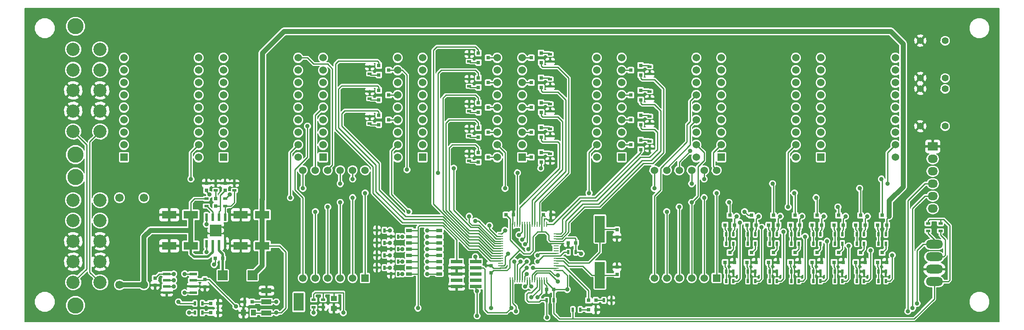
<source format=gtl>
G04 #@! TF.FileFunction,Copper,L1,Top,Signal*
%FSLAX46Y46*%
G04 Gerber Fmt 4.6, Leading zero omitted, Abs format (unit mm)*
G04 Created by KiCad (PCBNEW 4.0.0-rc1-stable) date 10/14/2015 11:53:48 PM*
%MOMM*%
G01*
G04 APERTURE LIST*
%ADD10C,0.100000*%
%ADD11R,1.250000X0.760000*%
%ADD12R,0.750000X0.800000*%
%ADD13R,0.800000X0.750000*%
%ADD14R,1.000000X1.250000*%
%ADD15R,0.797560X0.797560*%
%ADD16C,1.700000*%
%ADD17O,3.500120X1.800860*%
%ADD18C,2.700000*%
%ADD19C,3.300000*%
%ADD20R,2.400000X0.760000*%
%ADD21R,0.500000X0.900000*%
%ADD22R,0.900000X0.500000*%
%ADD23R,2.032000X1.727200*%
%ADD24O,2.032000X1.727200*%
%ADD25R,1.000000X0.250000*%
%ADD26R,0.250000X1.000000*%
%ADD27R,2.032000X3.657600*%
%ADD28R,2.032000X1.016000*%
%ADD29R,1.998980X5.499100*%
%ADD30C,1.397000*%
%ADD31R,2.999740X1.600200*%
%ADD32R,1.250000X1.000000*%
%ADD33R,1.550000X0.600000*%
%ADD34R,0.600000X1.550000*%
%ADD35R,1.175000X1.175000*%
%ADD36R,0.800100X0.800100*%
%ADD37R,1.998980X1.998980*%
%ADD38R,1.524000X1.524000*%
%ADD39C,1.524000*%
%ADD40C,0.889000*%
%ADD41C,0.254000*%
%ADD42C,0.508000*%
%ADD43C,1.016000*%
%ADD44C,0.203800*%
G04 APERTURE END LIST*
D10*
D11*
X137377500Y-123825000D03*
X137377500Y-125095000D03*
X137377500Y-126365000D03*
X137377500Y-127635000D03*
X137377500Y-128905000D03*
X137377500Y-130175000D03*
X137377500Y-131445000D03*
X137377500Y-132715000D03*
X131227500Y-123825000D03*
X131227500Y-125095000D03*
X131227500Y-126365000D03*
X131227500Y-127635000D03*
X131227500Y-128905000D03*
X131227500Y-130175000D03*
X131227500Y-131445000D03*
X131227500Y-132715000D03*
D12*
X173672500Y-123710000D03*
X173672500Y-125210000D03*
X89535000Y-133870000D03*
X89535000Y-135370000D03*
D13*
X158635000Y-120650000D03*
X160135000Y-120650000D03*
X160770000Y-135890000D03*
X159270000Y-135890000D03*
D12*
X147955000Y-132512500D03*
X147955000Y-131012500D03*
D13*
X151015000Y-120650000D03*
X152515000Y-120650000D03*
X165215000Y-126365000D03*
X163715000Y-126365000D03*
D14*
X99425000Y-140652500D03*
X97425000Y-140652500D03*
D15*
X90690700Y-138747500D03*
X92189300Y-138747500D03*
X90690700Y-140652500D03*
X92189300Y-140652500D03*
X167843200Y-140017500D03*
X169341800Y-140017500D03*
D16*
X77112500Y-117147500D03*
X72112500Y-117147500D03*
X72112500Y-134947500D03*
X77112500Y-134947500D03*
D15*
X167843200Y-138112500D03*
X169341800Y-138112500D03*
D17*
X238442500Y-134302500D03*
X238442500Y-131762500D03*
X238442500Y-129222500D03*
X238442500Y-126682500D03*
D18*
X68155000Y-95250000D03*
X62655000Y-95250000D03*
X68155000Y-99450000D03*
X62655000Y-99450000D03*
X68155000Y-103650000D03*
X62655000Y-103650000D03*
X62655000Y-91050000D03*
X68155000Y-91050000D03*
X62655000Y-86850000D03*
X68155000Y-86850000D03*
D19*
X63115000Y-108350000D03*
X63115000Y-82150000D03*
D18*
X68155000Y-126047500D03*
X62655000Y-126047500D03*
X68155000Y-130247500D03*
X62655000Y-130247500D03*
X68155000Y-134447500D03*
X62655000Y-134447500D03*
X62655000Y-121847500D03*
X68155000Y-121847500D03*
X62655000Y-117647500D03*
X68155000Y-117647500D03*
D19*
X63115000Y-139147500D03*
X63115000Y-112947500D03*
D20*
X144825000Y-135255000D03*
X140925000Y-135255000D03*
X144825000Y-133985000D03*
X140925000Y-133985000D03*
X140925000Y-130175000D03*
X144825000Y-130175000D03*
X140925000Y-131445000D03*
X144825000Y-131445000D03*
X140925000Y-132715000D03*
X144825000Y-132715000D03*
D21*
X165215000Y-128270000D03*
X163715000Y-128270000D03*
X129020000Y-132715000D03*
X127520000Y-132715000D03*
X126162500Y-131445000D03*
X124662500Y-131445000D03*
X160770000Y-138112500D03*
X159270000Y-138112500D03*
X129020000Y-130175000D03*
X127520000Y-130175000D03*
D22*
X239712500Y-122440000D03*
X239712500Y-123940000D03*
D21*
X126162500Y-128905000D03*
X124662500Y-128905000D03*
D22*
X237172500Y-122440000D03*
X237172500Y-123940000D03*
D21*
X129020000Y-127635000D03*
X127520000Y-127635000D03*
X126162500Y-126365000D03*
X124662500Y-126365000D03*
X129020000Y-125095000D03*
X127520000Y-125095000D03*
X126162500Y-123825000D03*
X124662500Y-123825000D03*
X171017500Y-138112500D03*
X172517500Y-138112500D03*
D22*
X111760000Y-137997500D03*
X111760000Y-139497500D03*
X113665000Y-137997500D03*
X113665000Y-139497500D03*
X91757500Y-114185000D03*
X91757500Y-115685000D03*
X95567500Y-114185000D03*
X95567500Y-115685000D03*
X93662500Y-118860000D03*
X93662500Y-117360000D03*
X89852500Y-118860000D03*
X89852500Y-117360000D03*
D21*
X87515000Y-138747500D03*
X89015000Y-138747500D03*
X87515000Y-140652500D03*
X89015000Y-140652500D03*
X164667500Y-140017500D03*
X166167500Y-140017500D03*
X227056250Y-134143750D03*
X228556250Y-134143750D03*
X209276250Y-134143750D03*
X210776250Y-134143750D03*
X227056250Y-132238750D03*
X228556250Y-132238750D03*
X209276250Y-132238750D03*
X210776250Y-132238750D03*
X228556250Y-124618750D03*
X227056250Y-124618750D03*
X227056250Y-126523750D03*
X228556250Y-126523750D03*
X210776250Y-124618750D03*
X209276250Y-124618750D03*
X209276250Y-126523750D03*
X210776250Y-126523750D03*
X222611250Y-134143750D03*
X224111250Y-134143750D03*
X204831250Y-134143750D03*
X206331250Y-134143750D03*
X222611250Y-132238750D03*
X224111250Y-132238750D03*
X204831250Y-132238750D03*
X206331250Y-132238750D03*
X224111250Y-124618750D03*
X222611250Y-124618750D03*
X222611250Y-126523750D03*
X224111250Y-126523750D03*
X206331250Y-124618750D03*
X204831250Y-124618750D03*
X204831250Y-126523750D03*
X206331250Y-126523750D03*
X218166250Y-134143750D03*
X219666250Y-134143750D03*
X200386250Y-134143750D03*
X201886250Y-134143750D03*
X218166250Y-132238750D03*
X219666250Y-132238750D03*
X200386250Y-132238750D03*
X201886250Y-132238750D03*
X219666250Y-124618750D03*
X218166250Y-124618750D03*
X218166250Y-126523750D03*
X219666250Y-126523750D03*
X201886250Y-124618750D03*
X200386250Y-124618750D03*
X200386250Y-126523750D03*
X201886250Y-126523750D03*
X213721250Y-134143750D03*
X215221250Y-134143750D03*
X195941250Y-134143750D03*
X197441250Y-134143750D03*
X213721250Y-132238750D03*
X215221250Y-132238750D03*
X195941250Y-132238750D03*
X197441250Y-132238750D03*
X215221250Y-124618750D03*
X213721250Y-124618750D03*
X213721250Y-126523750D03*
X215221250Y-126523750D03*
X197441250Y-124618750D03*
X195941250Y-124618750D03*
X195941250Y-126523750D03*
X197441250Y-126523750D03*
D22*
X180340000Y-105612500D03*
X180340000Y-107112500D03*
X160020000Y-108152500D03*
X160020000Y-109652500D03*
X123190000Y-102032500D03*
X123190000Y-100532500D03*
X123190000Y-96952500D03*
X123190000Y-95452500D03*
X123190000Y-91872500D03*
X123190000Y-90372500D03*
X143510000Y-89332500D03*
X143510000Y-87832500D03*
X160020000Y-97992500D03*
X160020000Y-99492500D03*
X160020000Y-103072500D03*
X160020000Y-104572500D03*
X143510000Y-99492500D03*
X143510000Y-97992500D03*
X143510000Y-104572500D03*
X143510000Y-103072500D03*
X180340000Y-100532500D03*
X180340000Y-102032500D03*
X180340000Y-95452500D03*
X180340000Y-96952500D03*
X143510000Y-109652500D03*
X143510000Y-108152500D03*
X160020000Y-87832500D03*
X160020000Y-89332500D03*
X160020000Y-92912500D03*
X160020000Y-94412500D03*
X180340000Y-90372500D03*
X180340000Y-91872500D03*
X143510000Y-94412500D03*
X143510000Y-92912500D03*
D23*
X238125000Y-106680000D03*
D24*
X238125000Y-109220000D03*
X238125000Y-111760000D03*
X238125000Y-114300000D03*
X238125000Y-116840000D03*
X238125000Y-119380000D03*
D25*
X161275000Y-132020000D03*
X161275000Y-131520000D03*
X161275000Y-131020000D03*
X161275000Y-130520000D03*
X161275000Y-130020000D03*
X161275000Y-129520000D03*
X161275000Y-129020000D03*
X161275000Y-128520000D03*
X161275000Y-128020000D03*
X161275000Y-127520000D03*
X161275000Y-127020000D03*
X161275000Y-126520000D03*
X161275000Y-126020000D03*
X161275000Y-125520000D03*
X161275000Y-125020000D03*
X161275000Y-124520000D03*
D26*
X159325000Y-122570000D03*
X158825000Y-122570000D03*
X158325000Y-122570000D03*
X157825000Y-122570000D03*
X157325000Y-122570000D03*
X156825000Y-122570000D03*
X156325000Y-122570000D03*
X155825000Y-122570000D03*
X155325000Y-122570000D03*
X154825000Y-122570000D03*
X154325000Y-122570000D03*
X153825000Y-122570000D03*
X153325000Y-122570000D03*
X152825000Y-122570000D03*
X152325000Y-122570000D03*
X151825000Y-122570000D03*
D25*
X149875000Y-124520000D03*
X149875000Y-125020000D03*
X149875000Y-125520000D03*
X149875000Y-126020000D03*
X149875000Y-126520000D03*
X149875000Y-127020000D03*
X149875000Y-127520000D03*
X149875000Y-128020000D03*
X149875000Y-128520000D03*
X149875000Y-129020000D03*
X149875000Y-129520000D03*
X149875000Y-130020000D03*
X149875000Y-130520000D03*
X149875000Y-131020000D03*
X149875000Y-131520000D03*
X149875000Y-132020000D03*
D26*
X151825000Y-133970000D03*
X152325000Y-133970000D03*
X152825000Y-133970000D03*
X153325000Y-133970000D03*
X153825000Y-133970000D03*
X154325000Y-133970000D03*
X154825000Y-133970000D03*
X155325000Y-133970000D03*
X155825000Y-133970000D03*
X156325000Y-133970000D03*
X156825000Y-133970000D03*
X157325000Y-133970000D03*
X157825000Y-133970000D03*
X158325000Y-133970000D03*
X158825000Y-133970000D03*
X159325000Y-133970000D03*
D27*
X108712000Y-138430000D03*
D28*
X102108000Y-138430000D03*
X102108000Y-140716000D03*
X102108000Y-136144000D03*
D29*
X170180000Y-132969000D03*
X170180000Y-123571000D03*
D30*
X235585000Y-85090000D03*
X240665000Y-85090000D03*
X235585000Y-92710000D03*
X240665000Y-92710000D03*
X235585000Y-94932500D03*
X240665000Y-94932500D03*
X235585000Y-102552500D03*
X240665000Y-102552500D03*
D12*
X173672500Y-132830000D03*
X173672500Y-131330000D03*
X79375000Y-133552500D03*
X79375000Y-135052500D03*
D31*
X86654640Y-120650000D03*
X82255360Y-120650000D03*
X86654640Y-127000000D03*
X82255360Y-127000000D03*
D32*
X115887500Y-137747500D03*
X115887500Y-139747500D03*
D12*
X89852500Y-115685000D03*
X89852500Y-114185000D03*
X93662500Y-115685000D03*
X93662500Y-114185000D03*
X91757500Y-118860000D03*
X91757500Y-117360000D03*
D13*
X93142500Y-129540000D03*
X91642500Y-129540000D03*
D31*
X101259640Y-120650000D03*
X96860360Y-120650000D03*
X101259640Y-127000000D03*
X96860360Y-127000000D03*
D13*
X99175000Y-138430000D03*
X97675000Y-138430000D03*
D33*
X87155000Y-136525000D03*
X87155000Y-135255000D03*
X87155000Y-133985000D03*
X87155000Y-132715000D03*
X81755000Y-132715000D03*
X81755000Y-133985000D03*
X81755000Y-135255000D03*
X81755000Y-136525000D03*
D34*
X89852500Y-126525000D03*
X91122500Y-126525000D03*
X92392500Y-126525000D03*
X93662500Y-126525000D03*
X93662500Y-121125000D03*
X92392500Y-121125000D03*
X91122500Y-121125000D03*
X89852500Y-121125000D03*
D35*
X92345000Y-123237500D03*
X91170000Y-123237500D03*
X92345000Y-124412500D03*
X91170000Y-124412500D03*
D36*
X226856250Y-130382010D03*
X228756250Y-130382010D03*
X227806250Y-128383030D03*
X209076250Y-130382010D03*
X210976250Y-130382010D03*
X210026250Y-128383030D03*
X226856250Y-122762010D03*
X228756250Y-122762010D03*
X227806250Y-120763030D03*
X209076250Y-122762010D03*
X210976250Y-122762010D03*
X210026250Y-120763030D03*
X222411250Y-130382010D03*
X224311250Y-130382010D03*
X223361250Y-128383030D03*
X204631250Y-130382010D03*
X206531250Y-130382010D03*
X205581250Y-128383030D03*
X222411250Y-122762010D03*
X224311250Y-122762010D03*
X223361250Y-120763030D03*
X204631250Y-122762010D03*
X206531250Y-122762010D03*
X205581250Y-120763030D03*
X217966250Y-130382010D03*
X219866250Y-130382010D03*
X218916250Y-128383030D03*
X200186250Y-130382010D03*
X202086250Y-130382010D03*
X201136250Y-128383030D03*
X217966250Y-122762010D03*
X219866250Y-122762010D03*
X218916250Y-120763030D03*
X200186250Y-122762010D03*
X202086250Y-122762010D03*
X201136250Y-120763030D03*
X213521250Y-130382010D03*
X215421250Y-130382010D03*
X214471250Y-128383030D03*
X195741250Y-130382010D03*
X197641250Y-130382010D03*
X196691250Y-128383030D03*
X213521250Y-122762010D03*
X215421250Y-122762010D03*
X214471250Y-120763030D03*
X195741250Y-122762010D03*
X197641250Y-122762010D03*
X196691250Y-120763030D03*
X178483260Y-107312500D03*
X178483260Y-105412500D03*
X176484280Y-106362500D03*
X158163260Y-109852500D03*
X158163260Y-107952500D03*
X156164280Y-108902500D03*
X125046740Y-100332500D03*
X125046740Y-102232500D03*
X127045720Y-101282500D03*
X125046740Y-95252500D03*
X125046740Y-97152500D03*
X127045720Y-96202500D03*
X125046740Y-90172500D03*
X125046740Y-92072500D03*
X127045720Y-91122500D03*
X145366740Y-87632500D03*
X145366740Y-89532500D03*
X147365720Y-88582500D03*
X158163260Y-99692500D03*
X158163260Y-97792500D03*
X156164280Y-98742500D03*
X158163260Y-104772500D03*
X158163260Y-102872500D03*
X156164280Y-103822500D03*
X145366740Y-97792500D03*
X145366740Y-99692500D03*
X147365720Y-98742500D03*
X145366740Y-102872500D03*
X145366740Y-104772500D03*
X147365720Y-103822500D03*
X178483260Y-102232500D03*
X178483260Y-100332500D03*
X176484280Y-101282500D03*
X178483260Y-97152500D03*
X178483260Y-95252500D03*
X176484280Y-96202500D03*
X145366740Y-107952500D03*
X145366740Y-109852500D03*
X147365720Y-108902500D03*
X158163260Y-89532500D03*
X158163260Y-87632500D03*
X156164280Y-88582500D03*
X158163260Y-94612500D03*
X158163260Y-92712500D03*
X156164280Y-93662500D03*
X178483260Y-92072500D03*
X178483260Y-90172500D03*
X176484280Y-91122500D03*
X145366740Y-92712500D03*
X145366740Y-94612500D03*
X147365720Y-93662500D03*
D37*
X93154500Y-133032500D03*
X99250500Y-133032500D03*
D38*
X122237500Y-133555000D03*
D39*
X119697500Y-133555000D03*
X117157500Y-133555000D03*
X114617500Y-133555000D03*
X112077500Y-133555000D03*
X109537500Y-133555000D03*
X109537500Y-111555000D03*
X112077500Y-111555000D03*
X114617500Y-111555000D03*
X117157500Y-111555000D03*
X119697500Y-111555000D03*
X122237500Y-111555000D03*
D38*
X193992500Y-133555000D03*
D39*
X191452500Y-133555000D03*
X188912500Y-133555000D03*
X186372500Y-133555000D03*
X183832500Y-133555000D03*
X181292500Y-133555000D03*
X181292500Y-111555000D03*
X183832500Y-111555000D03*
X186372500Y-111555000D03*
X188912500Y-111555000D03*
X191452500Y-111555000D03*
X193992500Y-111555000D03*
X215265000Y-103822500D03*
X215265000Y-101282500D03*
X215265000Y-98742500D03*
X215265000Y-96202500D03*
X215265000Y-93662500D03*
X215265000Y-91122500D03*
X215265000Y-88582500D03*
X230505000Y-88582500D03*
X230505000Y-91122500D03*
X230505000Y-93662500D03*
X230505000Y-96202500D03*
X230505000Y-98742500D03*
X230505000Y-101282500D03*
X230505000Y-103822500D03*
X215265000Y-106362500D03*
D38*
X215265000Y-108902500D03*
D39*
X230505000Y-106362500D03*
X230505000Y-108902500D03*
X194945000Y-103822500D03*
X194945000Y-101282500D03*
X194945000Y-98742500D03*
X194945000Y-96202500D03*
X194945000Y-93662500D03*
X194945000Y-91122500D03*
X194945000Y-88582500D03*
X210185000Y-88582500D03*
X210185000Y-91122500D03*
X210185000Y-93662500D03*
X210185000Y-96202500D03*
X210185000Y-98742500D03*
X210185000Y-101282500D03*
X210185000Y-103822500D03*
X194945000Y-106362500D03*
D38*
X194945000Y-108902500D03*
D39*
X210185000Y-106362500D03*
X210185000Y-108902500D03*
X174625000Y-103822500D03*
X174625000Y-101282500D03*
X174625000Y-98742500D03*
X174625000Y-96202500D03*
X174625000Y-93662500D03*
X174625000Y-91122500D03*
X174625000Y-88582500D03*
X189865000Y-88582500D03*
X189865000Y-91122500D03*
X189865000Y-93662500D03*
X189865000Y-96202500D03*
X189865000Y-98742500D03*
X189865000Y-101282500D03*
X189865000Y-103822500D03*
X174625000Y-106362500D03*
D38*
X174625000Y-108902500D03*
D39*
X189865000Y-106362500D03*
X189865000Y-108902500D03*
X154305000Y-103822500D03*
X154305000Y-101282500D03*
X154305000Y-98742500D03*
X154305000Y-96202500D03*
X154305000Y-93662500D03*
X154305000Y-91122500D03*
X154305000Y-88582500D03*
X169545000Y-88582500D03*
X169545000Y-91122500D03*
X169545000Y-93662500D03*
X169545000Y-96202500D03*
X169545000Y-98742500D03*
X169545000Y-101282500D03*
X169545000Y-103822500D03*
X154305000Y-106362500D03*
D38*
X154305000Y-108902500D03*
D39*
X169545000Y-106362500D03*
X169545000Y-108902500D03*
X133985000Y-103822500D03*
X133985000Y-101282500D03*
X133985000Y-98742500D03*
X133985000Y-96202500D03*
X133985000Y-93662500D03*
X133985000Y-91122500D03*
X133985000Y-88582500D03*
X149225000Y-88582500D03*
X149225000Y-91122500D03*
X149225000Y-93662500D03*
X149225000Y-96202500D03*
X149225000Y-98742500D03*
X149225000Y-101282500D03*
X149225000Y-103822500D03*
X133985000Y-106362500D03*
D38*
X133985000Y-108902500D03*
D39*
X149225000Y-106362500D03*
X149225000Y-108902500D03*
X113665000Y-103822500D03*
X113665000Y-101282500D03*
X113665000Y-98742500D03*
X113665000Y-96202500D03*
X113665000Y-93662500D03*
X113665000Y-91122500D03*
X113665000Y-88582500D03*
X128905000Y-88582500D03*
X128905000Y-91122500D03*
X128905000Y-93662500D03*
X128905000Y-96202500D03*
X128905000Y-98742500D03*
X128905000Y-101282500D03*
X128905000Y-103822500D03*
X113665000Y-106362500D03*
D38*
X113665000Y-108902500D03*
D39*
X128905000Y-106362500D03*
X128905000Y-108902500D03*
X93345000Y-103822500D03*
X93345000Y-101282500D03*
X93345000Y-98742500D03*
X93345000Y-96202500D03*
X93345000Y-93662500D03*
X93345000Y-91122500D03*
X93345000Y-88582500D03*
X108585000Y-88582500D03*
X108585000Y-91122500D03*
X108585000Y-93662500D03*
X108585000Y-96202500D03*
X108585000Y-98742500D03*
X108585000Y-101282500D03*
X108585000Y-103822500D03*
X93345000Y-106362500D03*
D38*
X93345000Y-108902500D03*
D39*
X108585000Y-106362500D03*
X108585000Y-108902500D03*
X73025000Y-103822500D03*
X73025000Y-101282500D03*
X73025000Y-98742500D03*
X73025000Y-96202500D03*
X73025000Y-93662500D03*
X73025000Y-91122500D03*
X73025000Y-88582500D03*
X88265000Y-88582500D03*
X88265000Y-91122500D03*
X88265000Y-93662500D03*
X88265000Y-96202500D03*
X88265000Y-98742500D03*
X88265000Y-101282500D03*
X88265000Y-103822500D03*
X73025000Y-106362500D03*
D38*
X73025000Y-108902500D03*
D39*
X88265000Y-106362500D03*
X88265000Y-108902500D03*
D40*
X134937500Y-123825000D03*
X127317500Y-123825000D03*
X152717500Y-130175000D03*
X134937500Y-125095000D03*
X129857500Y-125095000D03*
X153987500Y-130175000D03*
X134937500Y-126365000D03*
X127317500Y-126365000D03*
X155257500Y-130175000D03*
X134937500Y-127635000D03*
X129857500Y-127635000D03*
X155257500Y-131445000D03*
X155257500Y-132715000D03*
X134937500Y-128905000D03*
X127317500Y-128905000D03*
X134937500Y-130175000D03*
X129857500Y-130175000D03*
X156527500Y-131445000D03*
X156210000Y-135255000D03*
X134937500Y-131445000D03*
X127317500Y-131445000D03*
X154940000Y-135255000D03*
X134937500Y-132715000D03*
X129857500Y-132715000D03*
X79375000Y-136525000D03*
X85407500Y-134620000D03*
X104140000Y-136207500D03*
X95885000Y-140652500D03*
X82232500Y-119062500D03*
X82232500Y-122237500D03*
X82232500Y-128587500D03*
X82232500Y-125412500D03*
X96837500Y-114300000D03*
X93662500Y-127952500D03*
X96837500Y-119062500D03*
X96837500Y-122237500D03*
X96837500Y-128587500D03*
X96837500Y-125412500D03*
X84137500Y-138430000D03*
X111760000Y-140652500D03*
X86360000Y-140652500D03*
X95885000Y-139382500D03*
X104140000Y-140652500D03*
X94615000Y-116522500D03*
X101282500Y-117475000D03*
X229235000Y-120967500D03*
X224790000Y-120967500D03*
X220345000Y-120967500D03*
X215900000Y-120967500D03*
X211455000Y-120967500D03*
X207010000Y-120967500D03*
X198120000Y-120967500D03*
X202565000Y-120967500D03*
X157480000Y-128905000D03*
X117792500Y-140652500D03*
X83185000Y-135255000D03*
X83185000Y-133985000D03*
X151447500Y-128587500D03*
X144780000Y-129222500D03*
X233997500Y-139700000D03*
X152082500Y-139700000D03*
X145097500Y-141287500D03*
X157480000Y-130175000D03*
X145097500Y-136207500D03*
X159385000Y-141605000D03*
X153035000Y-140335000D03*
X233045000Y-140335000D03*
X85407500Y-132715000D03*
X156210000Y-137477500D03*
X85407500Y-136525000D03*
X157480000Y-137477500D03*
X163512500Y-135890000D03*
X166370000Y-128587500D03*
X147955000Y-139700000D03*
X133032500Y-139700000D03*
X83185000Y-132715000D03*
X104140000Y-138430000D03*
X90487500Y-116522500D03*
X89852500Y-122555000D03*
X91440000Y-130810000D03*
X89852500Y-128270000D03*
X161607500Y-133032500D03*
X161607500Y-134302500D03*
X234950000Y-138747500D03*
X158115000Y-111125000D03*
X140335000Y-111125000D03*
X137160000Y-112077500D03*
X153352500Y-112077500D03*
X229870000Y-128905000D03*
X155575000Y-127635000D03*
X212090000Y-125095000D03*
X150812500Y-123825000D03*
X225425000Y-127952500D03*
X154940000Y-126682500D03*
X207645000Y-124142500D03*
X147637500Y-122872500D03*
X144780000Y-121920000D03*
X203200000Y-123190000D03*
X153670000Y-124777500D03*
X216535000Y-126047500D03*
X143510000Y-120967500D03*
X198755000Y-122237500D03*
X154305000Y-125730000D03*
X220980000Y-127000000D03*
X110490000Y-102552500D03*
X130810000Y-111442500D03*
X188595000Y-107632500D03*
X227647500Y-113347500D03*
X86677500Y-113347500D03*
X191452500Y-113347500D03*
X119697500Y-113347500D03*
X214312500Y-117157500D03*
X106997500Y-117157500D03*
X191452500Y-117157500D03*
X119697500Y-117157500D03*
X199707500Y-120015000D03*
X131127500Y-120015000D03*
X112077500Y-120015000D03*
X183832500Y-120015000D03*
X223202500Y-115252500D03*
X150812500Y-115252500D03*
X181292500Y-115252500D03*
X109537500Y-115252500D03*
X209867500Y-116205000D03*
X122237500Y-116205000D03*
X193992500Y-116205000D03*
X167957500Y-116205000D03*
X196532500Y-118110000D03*
X117157500Y-118110000D03*
X188912500Y-118110000D03*
X218757500Y-119062500D03*
X208597500Y-119062500D03*
X186372500Y-119062500D03*
X114617500Y-119062500D03*
X205422500Y-114300000D03*
X228917500Y-114300000D03*
X188912500Y-114300000D03*
X117157500Y-114300000D03*
D41*
X137377500Y-123825000D02*
X134937500Y-123825000D01*
X127317500Y-123825000D02*
X126162500Y-123825000D01*
X152825000Y-133970000D02*
X152825000Y-130282500D01*
X152825000Y-130282500D02*
X152717500Y-130175000D01*
X137377500Y-125095000D02*
X134937500Y-125095000D01*
X129857500Y-125095000D02*
X129020000Y-125095000D01*
X153325000Y-133970000D02*
X153325000Y-130837500D01*
X153325000Y-130837500D02*
X153987500Y-130175000D01*
X137377500Y-126365000D02*
X134937500Y-126365000D01*
X127317500Y-126365000D02*
X126162500Y-126365000D01*
X153825000Y-133970000D02*
X153825000Y-131607500D01*
X153825000Y-131607500D02*
X155257500Y-130175000D01*
X137377500Y-127635000D02*
X134937500Y-127635000D01*
X129857500Y-127635000D02*
X129540000Y-127635000D01*
X129540000Y-127635000D02*
X129020000Y-127635000D01*
X154325000Y-133970000D02*
X154325000Y-132377500D01*
X154325000Y-132377500D02*
X155257500Y-131445000D01*
X154825000Y-133970000D02*
X154825000Y-133147500D01*
X154825000Y-133147500D02*
X155257500Y-132715000D01*
X137377500Y-128905000D02*
X134937500Y-128905000D01*
X127317500Y-128905000D02*
X126162500Y-128905000D01*
X137377500Y-130175000D02*
X134937500Y-130175000D01*
X129857500Y-130175000D02*
X129020000Y-130175000D01*
X156602500Y-131520000D02*
X156527500Y-131445000D01*
X156602500Y-131520000D02*
X157797500Y-131520000D01*
X161275000Y-131520000D02*
X157797500Y-131520000D01*
X157797500Y-131520000D02*
X157722500Y-131520000D01*
X155825000Y-133970000D02*
X155825000Y-134870000D01*
X155825000Y-134870000D02*
X156210000Y-135255000D01*
X137377500Y-131445000D02*
X134937500Y-131445000D01*
X127317500Y-131445000D02*
X126162500Y-131445000D01*
X155325000Y-134870000D02*
X154940000Y-135255000D01*
X155325000Y-133970000D02*
X155325000Y-134870000D01*
X137377500Y-132715000D02*
X134937500Y-132715000D01*
X129857500Y-132715000D02*
X129020000Y-132715000D01*
X79375000Y-135052500D02*
X79375000Y-136525000D01*
X87155000Y-135255000D02*
X86042500Y-135255000D01*
X86042500Y-135255000D02*
X85407500Y-134620000D01*
X102108000Y-136144000D02*
X104076500Y-136144000D01*
X104076500Y-136144000D02*
X104140000Y-136207500D01*
X97425000Y-140652500D02*
X95885000Y-140652500D01*
X82255360Y-120650000D02*
X82255360Y-119085360D01*
X82255360Y-119085360D02*
X82232500Y-119062500D01*
X82255360Y-120650000D02*
X82255360Y-122214640D01*
X82255360Y-122214640D02*
X82232500Y-122237500D01*
X82255360Y-127000000D02*
X82255360Y-128564640D01*
X82255360Y-128564640D02*
X82232500Y-128587500D01*
X82255360Y-127000000D02*
X82255360Y-125435360D01*
X82255360Y-125435360D02*
X82232500Y-125412500D01*
X95567500Y-114185000D02*
X96722500Y-114185000D01*
X96722500Y-114185000D02*
X96837500Y-114300000D01*
X93662500Y-114185000D02*
X95567500Y-114185000D01*
X91757500Y-114185000D02*
X93662500Y-114185000D01*
X89852500Y-114185000D02*
X91757500Y-114185000D01*
X93662500Y-126525000D02*
X93662500Y-127952500D01*
X96860360Y-120650000D02*
X96860360Y-119085360D01*
X96860360Y-119085360D02*
X96837500Y-119062500D01*
X96860360Y-120650000D02*
X96860360Y-122214640D01*
X96860360Y-122214640D02*
X96837500Y-122237500D01*
X96860360Y-127000000D02*
X96860360Y-128564640D01*
X96860360Y-128564640D02*
X96837500Y-128587500D01*
X96860360Y-127000000D02*
X96860360Y-125435360D01*
X96860360Y-125435360D02*
X96837500Y-125412500D01*
X159270000Y-135140000D02*
X159270000Y-135890000D01*
X152325000Y-120840000D02*
X152515000Y-120650000D01*
X148462500Y-131520000D02*
X147955000Y-131012500D01*
D42*
X89420000Y-135255000D02*
X89535000Y-135370000D01*
D41*
X158825000Y-133970000D02*
X158825000Y-134695000D01*
X158825000Y-134695000D02*
X159270000Y-135140000D01*
X152325000Y-122570000D02*
X152325000Y-120840000D01*
X149875000Y-131520000D02*
X148462500Y-131520000D01*
X87515000Y-138747500D02*
X84455000Y-138747500D01*
X84455000Y-138747500D02*
X84137500Y-138430000D01*
X111760000Y-139497500D02*
X111760000Y-140652500D01*
X86654640Y-120650000D02*
X86654640Y-118132860D01*
X87427500Y-117360000D02*
X89852500Y-117360000D01*
X86654640Y-118132860D02*
X87427500Y-117360000D01*
D43*
X77112500Y-134947500D02*
X77112500Y-125135000D01*
X78422500Y-123825000D02*
X86654640Y-123825000D01*
X77112500Y-125135000D02*
X78422500Y-123825000D01*
D42*
X91122500Y-126525000D02*
X91122500Y-128270000D01*
X86654640Y-128564640D02*
X86654640Y-127000000D01*
X87312500Y-129222500D02*
X86654640Y-128564640D01*
X90170000Y-129222500D02*
X87312500Y-129222500D01*
X91122500Y-128270000D02*
X90170000Y-129222500D01*
D43*
X86654640Y-120650000D02*
X86654640Y-123825000D01*
X86654640Y-123825000D02*
X86654640Y-127000000D01*
X72112500Y-134947500D02*
X77112500Y-134947500D01*
D41*
X87515000Y-140652500D02*
X86360000Y-140652500D01*
D43*
X101282500Y-117475000D02*
X101282500Y-87630000D01*
X229235000Y-117792500D02*
X229235000Y-120967500D01*
X232092500Y-114935000D02*
X229235000Y-117792500D01*
X232092500Y-85725000D02*
X232092500Y-114935000D01*
X229552500Y-83185000D02*
X232092500Y-85725000D01*
X105727500Y-83185000D02*
X229552500Y-83185000D01*
X101282500Y-87630000D02*
X105727500Y-83185000D01*
X101259640Y-120650000D02*
X101259640Y-117497860D01*
X101259640Y-117497860D02*
X101282500Y-117475000D01*
D41*
X101259640Y-127000000D02*
X104775000Y-127000000D01*
X105092500Y-140652500D02*
X104140000Y-140652500D01*
X106045000Y-139700000D02*
X105092500Y-140652500D01*
X106045000Y-128270000D02*
X106045000Y-139700000D01*
X104775000Y-127000000D02*
X106045000Y-128270000D01*
X87155000Y-133985000D02*
X89420000Y-133985000D01*
X89420000Y-133985000D02*
X89535000Y-133870000D01*
X89535000Y-133870000D02*
X90372500Y-133870000D01*
X90372500Y-133870000D02*
X95885000Y-139382500D01*
X104076500Y-140716000D02*
X102108000Y-140716000D01*
X104140000Y-140652500D02*
X104076500Y-140716000D01*
X102108000Y-140716000D02*
X99488500Y-140716000D01*
X99488500Y-140716000D02*
X99425000Y-140652500D01*
X94615000Y-116522500D02*
X93777500Y-117360000D01*
X101259640Y-117497860D02*
X101282500Y-117475000D01*
X93777500Y-117360000D02*
X93662500Y-117360000D01*
D43*
X101259640Y-127000000D02*
X101259640Y-131023360D01*
X101259640Y-131023360D02*
X99250500Y-133032500D01*
X101259640Y-120650000D02*
X101259640Y-127000000D01*
D41*
X228756250Y-122762010D02*
X228756250Y-121446250D01*
X228756250Y-121446250D02*
X229235000Y-120967500D01*
X224311250Y-122762010D02*
X224311250Y-121446250D01*
X224311250Y-121446250D02*
X224790000Y-120967500D01*
X219866250Y-122762010D02*
X219866250Y-121446250D01*
X219866250Y-121446250D02*
X220345000Y-120967500D01*
X215421250Y-122762010D02*
X215421250Y-121446250D01*
X215421250Y-121446250D02*
X215900000Y-120967500D01*
X210976250Y-122762010D02*
X210976250Y-121446250D01*
X210976250Y-121446250D02*
X211455000Y-120967500D01*
X206531250Y-122762010D02*
X206531250Y-121446250D01*
X206531250Y-121446250D02*
X207010000Y-120967500D01*
X197641250Y-122762010D02*
X197641250Y-121446250D01*
X197641250Y-121446250D02*
X198120000Y-120967500D01*
X202086250Y-121446250D02*
X202086250Y-122762010D01*
X202565000Y-120967500D02*
X202086250Y-121446250D01*
X228756250Y-122762010D02*
X228756250Y-123668750D01*
X228556250Y-123868750D02*
X228556250Y-124618750D01*
X228756250Y-123668750D02*
X228556250Y-123868750D01*
X224311250Y-122762010D02*
X224311250Y-123668750D01*
X224111250Y-123868750D02*
X224111250Y-124618750D01*
X224311250Y-123668750D02*
X224111250Y-123868750D01*
X219866250Y-122762010D02*
X219866250Y-123668750D01*
X219666250Y-123868750D02*
X219666250Y-124618750D01*
X219866250Y-123668750D02*
X219666250Y-123868750D01*
X215421250Y-122762010D02*
X215421250Y-123668750D01*
X215221250Y-123868750D02*
X215221250Y-124618750D01*
X215421250Y-123668750D02*
X215221250Y-123868750D01*
X210976250Y-122762010D02*
X210976250Y-123668750D01*
X210776250Y-123868750D02*
X210776250Y-124618750D01*
X210976250Y-123668750D02*
X210776250Y-123868750D01*
X206531250Y-122762010D02*
X206531250Y-123668750D01*
X206331250Y-123868750D02*
X206331250Y-124618750D01*
X206531250Y-123668750D02*
X206331250Y-123868750D01*
X202086250Y-122762010D02*
X202086250Y-123668750D01*
X202086250Y-123668750D02*
X201886250Y-123868750D01*
X201886250Y-123868750D02*
X201886250Y-124618750D01*
X197641250Y-122762010D02*
X197641250Y-123668750D01*
X197441250Y-123868750D02*
X197441250Y-124618750D01*
X197641250Y-123668750D02*
X197441250Y-123868750D01*
X115887500Y-137747500D02*
X115887500Y-136525000D01*
X117792500Y-136525000D02*
X115887500Y-136525000D01*
X115887500Y-136525000D02*
X115570000Y-136525000D01*
X115887500Y-137747500D02*
X115887500Y-136842500D01*
X115570000Y-136525000D02*
X113665000Y-136525000D01*
X111760000Y-137997500D02*
X111760000Y-136842500D01*
X113665000Y-136525000D02*
X113665000Y-137997500D01*
X112077500Y-136525000D02*
X113665000Y-136525000D01*
X111760000Y-136842500D02*
X112077500Y-136525000D01*
X161275000Y-128520000D02*
X157865000Y-128520000D01*
X157865000Y-128520000D02*
X157480000Y-128905000D01*
X117792500Y-140652500D02*
X117792500Y-136525000D01*
X167843200Y-138112500D02*
X167843200Y-136093200D01*
X162770000Y-131020000D02*
X161275000Y-131020000D01*
X167843200Y-136093200D02*
X162770000Y-131020000D01*
X81755000Y-135255000D02*
X83185000Y-135255000D01*
X68155000Y-103650000D02*
X68117500Y-103650000D01*
X68117500Y-103650000D02*
X66040000Y-105727500D01*
X66040000Y-132397500D02*
X68155000Y-134447500D01*
X66040000Y-105727500D02*
X66040000Y-132397500D01*
X81755000Y-133985000D02*
X83185000Y-133985000D01*
X62655000Y-103650000D02*
X62692500Y-103650000D01*
X62692500Y-103650000D02*
X65405000Y-106362500D01*
X65405000Y-131762500D02*
X62655000Y-134447500D01*
X65405000Y-106362500D02*
X65405000Y-131762500D01*
X144825000Y-130175000D02*
X144825000Y-129267500D01*
X144825000Y-129267500D02*
X144780000Y-129222500D01*
X150602500Y-131020000D02*
X149875000Y-131020000D01*
X150812500Y-129222500D02*
X151447500Y-128587500D01*
X150812500Y-130810000D02*
X150812500Y-129222500D01*
X150602500Y-131020000D02*
X150812500Y-130810000D01*
X146685000Y-133350000D02*
X146685000Y-140017500D01*
X146685000Y-133350000D02*
X146685000Y-131762500D01*
X146685000Y-131762500D02*
X146367500Y-131445000D01*
X144825000Y-131445000D02*
X146367500Y-131445000D01*
X146685000Y-140017500D02*
X147320000Y-140652500D01*
X238125000Y-116840000D02*
X236537500Y-116840000D01*
X233997500Y-119380000D02*
X233997500Y-139700000D01*
X236537500Y-116840000D02*
X233997500Y-119380000D01*
X151130000Y-140652500D02*
X152082500Y-139700000D01*
X147320000Y-140652500D02*
X151130000Y-140652500D01*
X151825000Y-139442500D02*
X152082500Y-139700000D01*
X151825000Y-139442500D02*
X151825000Y-133970000D01*
X125046740Y-102232500D02*
X123390000Y-102232500D01*
X123390000Y-102232500D02*
X123190000Y-102032500D01*
X125046740Y-97152500D02*
X123390000Y-97152500D01*
X123390000Y-97152500D02*
X123190000Y-96952500D01*
X227056250Y-134143750D02*
X227056250Y-132238750D01*
X226856250Y-130382010D02*
X226856250Y-131288750D01*
X227056250Y-131488750D02*
X227056250Y-132238750D01*
X226856250Y-131288750D02*
X227056250Y-131488750D01*
X228556250Y-126523750D02*
X228556250Y-127633030D01*
X228556250Y-127633030D02*
X227806250Y-128383030D01*
X210776250Y-126523750D02*
X210776250Y-127633030D01*
X210776250Y-127633030D02*
X210026250Y-128383030D01*
X209276250Y-134143750D02*
X209276250Y-132238750D01*
X209076250Y-130382010D02*
X209076250Y-131288750D01*
X209276250Y-131488750D02*
X209276250Y-132238750D01*
X209076250Y-131288750D02*
X209276250Y-131488750D01*
X222611250Y-134143750D02*
X222611250Y-132238750D01*
X222611250Y-132238750D02*
X222611250Y-131488750D01*
X222411250Y-131288750D02*
X222567500Y-131445000D01*
X222411250Y-131288750D02*
X222411250Y-130382010D01*
X222611250Y-131488750D02*
X222567500Y-131445000D01*
X224111250Y-126523750D02*
X224111250Y-127633030D01*
X224111250Y-127633030D02*
X223361250Y-128383030D01*
X206331250Y-126523750D02*
X206331250Y-127633030D01*
X206331250Y-127633030D02*
X205581250Y-128383030D01*
X204631250Y-130382010D02*
X204631250Y-131288750D01*
X204831250Y-131488750D02*
X204831250Y-132238750D01*
X204631250Y-131288750D02*
X204831250Y-131488750D01*
X204831250Y-134143750D02*
X204831250Y-132238750D01*
X222411250Y-122762010D02*
X222411250Y-123668750D01*
X222611250Y-123868750D02*
X222611250Y-124618750D01*
X222411250Y-123668750D02*
X222611250Y-123868750D01*
X222611250Y-126523750D02*
X222611250Y-124618750D01*
X204631250Y-122762010D02*
X204631250Y-123668750D01*
X204831250Y-123868750D02*
X204831250Y-124618750D01*
X204631250Y-123668750D02*
X204831250Y-123868750D01*
X204831250Y-126523750D02*
X204831250Y-124618750D01*
X217966250Y-122762010D02*
X217966250Y-123668750D01*
X218166250Y-123868750D02*
X218166250Y-124618750D01*
X217966250Y-123668750D02*
X218166250Y-123868750D01*
X218166250Y-126523750D02*
X218166250Y-124618750D01*
X200186250Y-122762010D02*
X200186250Y-123668750D01*
X200386250Y-123868750D02*
X200386250Y-124618750D01*
X200186250Y-123668750D02*
X200386250Y-123868750D01*
X200386250Y-126523750D02*
X200386250Y-124618750D01*
X213721250Y-134143750D02*
X213721250Y-132238750D01*
X213521250Y-130382010D02*
X213521250Y-131288750D01*
X213721250Y-131488750D02*
X213721250Y-132238750D01*
X213521250Y-131288750D02*
X213721250Y-131488750D01*
X215221250Y-126523750D02*
X215221250Y-127633030D01*
X215221250Y-127633030D02*
X214471250Y-128383030D01*
X195741250Y-130382010D02*
X195741250Y-131288750D01*
X195941250Y-131488750D02*
X195941250Y-132238750D01*
X195741250Y-131288750D02*
X195941250Y-131488750D01*
X195941250Y-134143750D02*
X195941250Y-132238750D01*
X197441250Y-126523750D02*
X197441250Y-127633030D01*
X197441250Y-127633030D02*
X196691250Y-128383030D01*
X213521250Y-122762010D02*
X213521250Y-123668750D01*
X213721250Y-123868750D02*
X213721250Y-124618750D01*
X213521250Y-123668750D02*
X213721250Y-123868750D01*
X213721250Y-126523750D02*
X213721250Y-124618750D01*
X195741250Y-122762010D02*
X195741250Y-123668750D01*
X195941250Y-123868750D02*
X195941250Y-124618750D01*
X195741250Y-123668750D02*
X195941250Y-123868750D01*
X195941250Y-126523750D02*
X195941250Y-124618750D01*
X161275000Y-129020000D02*
X158635000Y-129020000D01*
X158635000Y-129020000D02*
X157480000Y-130175000D01*
X145097500Y-141287500D02*
X145097500Y-136207500D01*
X161275000Y-129020000D02*
X162127500Y-129020000D01*
X162877500Y-128270000D02*
X163715000Y-128270000D01*
X162127500Y-129020000D02*
X162877500Y-128270000D01*
X144825000Y-135935000D02*
X145097500Y-136207500D01*
X144825000Y-135935000D02*
X144825000Y-135255000D01*
X159270000Y-141490000D02*
X159270000Y-138112500D01*
X159385000Y-141605000D02*
X159270000Y-141490000D01*
X157325000Y-133970000D02*
X157325000Y-135410000D01*
X157325000Y-135410000D02*
X156210000Y-136525000D01*
X156210000Y-136525000D02*
X155575000Y-136525000D01*
X155575000Y-136525000D02*
X155257500Y-136842500D01*
X155257500Y-136842500D02*
X155257500Y-138112500D01*
X155257500Y-138112500D02*
X155575000Y-138430000D01*
X155575000Y-138430000D02*
X157797500Y-138430000D01*
X157797500Y-138430000D02*
X158115000Y-138112500D01*
X158115000Y-138112500D02*
X159270000Y-138112500D01*
X238125000Y-114300000D02*
X236537500Y-114300000D01*
X233045000Y-119697500D02*
X233045000Y-118745000D01*
X233045000Y-117792500D02*
X233045000Y-118745000D01*
X236537500Y-114300000D02*
X233045000Y-117792500D01*
X152325000Y-138672500D02*
X153035000Y-139382500D01*
X152325000Y-138672500D02*
X152325000Y-133970000D01*
X153035000Y-139382500D02*
X153035000Y-140335000D01*
X233045000Y-140335000D02*
X233045000Y-137477500D01*
X233045000Y-137477500D02*
X233045000Y-119697500D01*
X85407500Y-132715000D02*
X87155000Y-132715000D01*
X157825000Y-133970000D02*
X157825000Y-135862500D01*
X157825000Y-135862500D02*
X156210000Y-137477500D01*
X85407500Y-136525000D02*
X87155000Y-136525000D01*
X158325000Y-133970000D02*
X158325000Y-136632500D01*
X158325000Y-136632500D02*
X157480000Y-137477500D01*
X164667500Y-140017500D02*
X164667500Y-141922427D01*
X164782500Y-141922500D02*
X164782500Y-141922424D01*
X164667573Y-141922500D02*
X164782500Y-141922500D01*
X164667500Y-141922427D02*
X164667573Y-141922500D01*
X163512500Y-135890000D02*
X163512500Y-133032500D01*
X163512500Y-133032500D02*
X162877500Y-132397500D01*
X165215000Y-128270000D02*
X166052500Y-128270000D01*
X163512500Y-135890000D02*
X162560000Y-135890000D01*
X166052500Y-128270000D02*
X166370000Y-128587500D01*
X159325000Y-133970000D02*
X159325000Y-134445000D01*
X159325000Y-134445000D02*
X160770000Y-135890000D01*
X162587500Y-126020000D02*
X163195000Y-125412500D01*
X163195000Y-125412500D02*
X164465000Y-125412500D01*
X162587500Y-126020000D02*
X161275000Y-126020000D01*
X165100000Y-125412500D02*
X164465000Y-125412500D01*
X151765000Y-129857500D02*
X153828750Y-127793750D01*
X151765000Y-131445000D02*
X151765000Y-129857500D01*
X151825000Y-123825000D02*
X151825000Y-125790000D01*
X151825000Y-125790000D02*
X152082500Y-126047500D01*
X153828750Y-127793750D02*
X152082500Y-126047500D01*
X157480000Y-124142500D02*
X156527500Y-125095000D01*
X157480000Y-124142500D02*
X158325000Y-124142500D01*
X154622500Y-128587500D02*
X153828750Y-127793750D01*
X155892500Y-128587500D02*
X154622500Y-128587500D01*
X156527500Y-127952500D02*
X155892500Y-128587500D01*
X156527500Y-125095000D02*
X156527500Y-127952500D01*
X151825000Y-122570000D02*
X151825000Y-121460000D01*
X158325000Y-122570000D02*
X158325000Y-120960000D01*
X158325000Y-122570000D02*
X158325000Y-124142500D01*
X158325000Y-124142500D02*
X158432500Y-124142500D01*
X161275000Y-126020000D02*
X159992500Y-126020000D01*
X159992500Y-126020000D02*
X159702500Y-125730000D01*
X159702500Y-125730000D02*
X159702500Y-125412500D01*
X159702500Y-124777500D02*
X159702500Y-125412500D01*
X159067500Y-124142500D02*
X159702500Y-124777500D01*
X158432500Y-124142500D02*
X159067500Y-124142500D01*
X151825000Y-123885000D02*
X151825000Y-123825000D01*
X151825000Y-123825000D02*
X151825000Y-122570000D01*
X238442500Y-134302500D02*
X238442500Y-137795000D01*
X160770000Y-140767500D02*
X160770000Y-138112500D01*
X161925000Y-141922500D02*
X160770000Y-140767500D01*
X234313086Y-141920584D02*
X164782500Y-141922424D01*
X164782500Y-141922424D02*
X161925000Y-141922500D01*
X238442500Y-137795000D02*
X234313086Y-141920584D01*
X140925000Y-130175000D02*
X140925000Y-125685000D01*
X133032500Y-123190000D02*
X133032500Y-123825000D01*
X133350000Y-122872500D02*
X133032500Y-123190000D01*
X138112500Y-122872500D02*
X133350000Y-122872500D01*
X140925000Y-125685000D02*
X138112500Y-122872500D01*
X147955000Y-139700000D02*
X147955000Y-132512500D01*
X133032500Y-139700000D02*
X133032500Y-132715000D01*
X133032500Y-132080000D02*
X133032500Y-132715000D01*
X133032500Y-131445000D02*
X133032500Y-132080000D01*
X133032500Y-132715000D02*
X132397500Y-132715000D01*
X132397500Y-132715000D02*
X131227500Y-132715000D01*
X81755000Y-132715000D02*
X83185000Y-132715000D01*
X104140000Y-138430000D02*
X102108000Y-138430000D01*
X81755000Y-132715000D02*
X80212500Y-132715000D01*
X80212500Y-132715000D02*
X79375000Y-133552500D01*
X102108000Y-138430000D02*
X99175000Y-138430000D01*
X238442500Y-134302500D02*
X241300000Y-134302500D01*
X241300000Y-134302500D02*
X241617500Y-133985000D01*
X241617500Y-122872500D02*
X241617500Y-133985000D01*
X240347500Y-121602500D02*
X241617500Y-122872500D01*
X240347500Y-121602500D02*
X239712500Y-121602500D01*
X239712500Y-122440000D02*
X239712500Y-121602500D01*
X239712500Y-121602500D02*
X237490000Y-121602500D01*
X237172500Y-121920000D02*
X237172500Y-122440000D01*
X237490000Y-121602500D02*
X237172500Y-121920000D01*
X161275000Y-132020000D02*
X162500000Y-132020000D01*
X162500000Y-132020000D02*
X162877500Y-132397500D01*
X162560000Y-135890000D02*
X160770000Y-135890000D01*
X165215000Y-126365000D02*
X165215000Y-125527500D01*
X165215000Y-125527500D02*
X165100000Y-125412500D01*
X165215000Y-128270000D02*
X165215000Y-126365000D01*
X160770000Y-138112500D02*
X160770000Y-135890000D01*
X149875000Y-132020000D02*
X151190000Y-132020000D01*
X151190000Y-132020000D02*
X151765000Y-131445000D01*
X151825000Y-121460000D02*
X151015000Y-120650000D01*
X158325000Y-120960000D02*
X158635000Y-120650000D01*
X158960000Y-120975000D02*
X158635000Y-120650000D01*
X149875000Y-132020000D02*
X148447500Y-132020000D01*
X148447500Y-132020000D02*
X147955000Y-132512500D01*
X131227500Y-125095000D02*
X133032500Y-125095000D01*
X131227500Y-126365000D02*
X133032500Y-126365000D01*
X131227500Y-127635000D02*
X133032500Y-127635000D01*
X131227500Y-128905000D02*
X133032500Y-128905000D01*
X131227500Y-130175000D02*
X133032500Y-130175000D01*
X131227500Y-131445000D02*
X133032500Y-131445000D01*
X131227500Y-123825000D02*
X132397500Y-123825000D01*
X133032500Y-123825000D02*
X133032500Y-125095000D01*
X133032500Y-125095000D02*
X133032500Y-126365000D01*
X133032500Y-126365000D02*
X133032500Y-127635000D01*
X133032500Y-127635000D02*
X133032500Y-128905000D01*
X133032500Y-128905000D02*
X133032500Y-130175000D01*
X133032500Y-130175000D02*
X133032500Y-131445000D01*
X132397500Y-123825000D02*
X133032500Y-123825000D01*
X161275000Y-130020000D02*
X162722500Y-130020000D01*
X162722500Y-130020000D02*
X163830000Y-131127500D01*
X168529000Y-132969000D02*
X170180000Y-132969000D01*
X166687500Y-131127500D02*
X168529000Y-132969000D01*
X163830000Y-131127500D02*
X166687500Y-131127500D01*
X170180000Y-132969000D02*
X173533500Y-132969000D01*
X173533500Y-132969000D02*
X173672500Y-132830000D01*
X170180000Y-131127500D02*
X170180000Y-132969000D01*
X161275000Y-129520000D02*
X162857500Y-129520000D01*
X170180000Y-128270000D02*
X170180000Y-123571000D01*
X167957500Y-130492500D02*
X170180000Y-128270000D01*
X163830000Y-130492500D02*
X167957500Y-130492500D01*
X162857500Y-129520000D02*
X163830000Y-130492500D01*
X170180000Y-123571000D02*
X173533500Y-123571000D01*
X173533500Y-123571000D02*
X173672500Y-123710000D01*
X89852500Y-115685000D02*
X89852500Y-115887500D01*
X89852500Y-115887500D02*
X90487500Y-116522500D01*
X89852500Y-122555000D02*
X89852500Y-121125000D01*
X91757500Y-118860000D02*
X92710000Y-118860000D01*
X92710000Y-118860000D02*
X92710000Y-119062500D01*
X92392500Y-121125000D02*
X92392500Y-120015000D01*
X92710000Y-116637500D02*
X93662500Y-115685000D01*
X92710000Y-119697500D02*
X92710000Y-119062500D01*
X92710000Y-119062500D02*
X92710000Y-116637500D01*
X92392500Y-120015000D02*
X92710000Y-119697500D01*
X91757500Y-117360000D02*
X91757500Y-115685000D01*
D42*
X93142500Y-129540000D02*
X93142500Y-128702500D01*
X92392500Y-127952500D02*
X92392500Y-126525000D01*
X93142500Y-128702500D02*
X92392500Y-127952500D01*
X93154500Y-133032500D02*
X93154500Y-129552000D01*
X93154500Y-129552000D02*
X93142500Y-129540000D01*
D41*
X89852500Y-126525000D02*
X89852500Y-128270000D01*
X91642500Y-130607500D02*
X91642500Y-129540000D01*
X91440000Y-130810000D02*
X91642500Y-130607500D01*
X239712500Y-123940000D02*
X239712500Y-124777500D01*
X240347500Y-129222500D02*
X238442500Y-129222500D01*
X240665000Y-128905000D02*
X240347500Y-129222500D01*
X240665000Y-125730000D02*
X240665000Y-128905000D01*
X239712500Y-124777500D02*
X240665000Y-125730000D01*
X157162500Y-132080000D02*
X160020000Y-132080000D01*
X160020000Y-132080000D02*
X160972500Y-133032500D01*
X160972500Y-133032500D02*
X161607500Y-133032500D01*
X156325000Y-132917500D02*
X156325000Y-133970000D01*
X156325000Y-132917500D02*
X157162500Y-132080000D01*
X237172500Y-123940000D02*
X237172500Y-124460000D01*
X237172500Y-124460000D02*
X238442500Y-125730000D01*
X238442500Y-126682500D02*
X236220000Y-126682500D01*
X236220000Y-126682500D02*
X234950000Y-127952500D01*
X237172500Y-124460000D02*
X238442500Y-125730000D01*
X238442500Y-125730000D02*
X238442500Y-126682500D01*
X234950000Y-127952500D02*
X234950000Y-138747500D01*
X156825000Y-132992240D02*
X157330838Y-132486402D01*
X157330838Y-132486402D02*
X159791402Y-132486402D01*
X159791402Y-132486402D02*
X161607500Y-134302500D01*
X156825000Y-132992240D02*
X156825000Y-133970000D01*
X227056250Y-126523750D02*
X227056250Y-124618750D01*
X226856250Y-122762010D02*
X226856250Y-123668750D01*
X227056250Y-123868750D02*
X227056250Y-124618750D01*
X226856250Y-123668750D02*
X227056250Y-123868750D01*
X209076250Y-122762010D02*
X209076250Y-123668750D01*
X209276250Y-123868750D02*
X209276250Y-124618750D01*
X209076250Y-123668750D02*
X209276250Y-123868750D01*
X209276250Y-126523750D02*
X209276250Y-124618750D01*
X218166250Y-134143750D02*
X218166250Y-132238750D01*
X217966250Y-130382010D02*
X217966250Y-131288750D01*
X218166250Y-131488750D02*
X218166250Y-132238750D01*
X217966250Y-131288750D02*
X218166250Y-131488750D01*
X219666250Y-126523750D02*
X219666250Y-127633030D01*
X219666250Y-127633030D02*
X218916250Y-128383030D01*
X200186250Y-130382010D02*
X200186250Y-131288750D01*
X200386250Y-131488750D02*
X200386250Y-132238750D01*
X200186250Y-131288750D02*
X200386250Y-131488750D01*
X200386250Y-134143750D02*
X200386250Y-132238750D01*
X201886250Y-126523750D02*
X201886250Y-127633030D01*
X201886250Y-127633030D02*
X201136250Y-128383030D01*
X160640000Y-122570000D02*
X159325000Y-122570000D01*
X166052500Y-117157500D02*
X160640000Y-122570000D01*
X169227500Y-117157500D02*
X166052500Y-117157500D01*
X178483260Y-107312500D02*
X178483260Y-107901740D01*
X178483260Y-107901740D02*
X169227500Y-117157500D01*
X178483260Y-105412500D02*
X180140000Y-105412500D01*
X180140000Y-105412500D02*
X180340000Y-105612500D01*
X149875000Y-126520000D02*
X148684740Y-126520000D01*
X148684740Y-126520000D02*
X148242370Y-126077630D01*
X158163260Y-111076740D02*
X158115000Y-111125000D01*
X140335000Y-111125000D02*
X140335000Y-119697500D01*
X140335000Y-119697500D02*
X143827500Y-123190000D01*
X143827500Y-123190000D02*
X145354740Y-123190000D01*
X145354740Y-123190000D02*
X148242370Y-126077630D01*
X158163260Y-111076740D02*
X158163260Y-109852500D01*
X158163260Y-107952500D02*
X159820000Y-107952500D01*
X159820000Y-107952500D02*
X160020000Y-108152500D01*
X125046740Y-100332500D02*
X125046740Y-99646740D01*
X148070000Y-129020000D02*
X149875000Y-129020000D01*
X117475000Y-100012500D02*
X118110000Y-99377500D01*
X117475000Y-102552500D02*
X117475000Y-100012500D01*
X125095000Y-110172500D02*
X117475000Y-102552500D01*
X125095000Y-115570000D02*
X125095000Y-110172500D01*
X130492500Y-120967500D02*
X125095000Y-115570000D01*
X138112500Y-120967500D02*
X130492500Y-120967500D01*
X143510000Y-126365000D02*
X138112500Y-120967500D01*
X145415000Y-126365000D02*
X143510000Y-126365000D01*
X148070000Y-129020000D02*
X145415000Y-126365000D01*
X124777500Y-99377500D02*
X118110000Y-99377500D01*
X125046740Y-99646740D02*
X124777500Y-99377500D01*
X124777500Y-94297500D02*
X117475000Y-94297500D01*
X125046740Y-95252500D02*
X125046740Y-94566740D01*
X116840000Y-94932500D02*
X117475000Y-94297500D01*
X116840000Y-102870000D02*
X116840000Y-94932500D01*
X124460000Y-110490000D02*
X116840000Y-102870000D01*
X124460000Y-115887500D02*
X124460000Y-110490000D01*
X130175000Y-121602500D02*
X124460000Y-115887500D01*
X125046740Y-94566740D02*
X124777500Y-94297500D01*
X147935000Y-129520000D02*
X145415000Y-127000000D01*
X147935000Y-129520000D02*
X149875000Y-129520000D01*
X138112500Y-121602500D02*
X130175000Y-121602500D01*
X143510000Y-127000000D02*
X138112500Y-121602500D01*
X145415000Y-127000000D02*
X143510000Y-127000000D01*
X125046740Y-90172500D02*
X125046740Y-89486740D01*
X125046740Y-89486740D02*
X124777500Y-89217500D01*
X147800000Y-130020000D02*
X147637500Y-129857500D01*
X145415000Y-127635000D02*
X147637500Y-129857500D01*
X143510000Y-127635000D02*
X145415000Y-127635000D01*
X138112500Y-122237500D02*
X143510000Y-127635000D01*
X129857500Y-122237500D02*
X138112500Y-122237500D01*
X123825000Y-116205000D02*
X129857500Y-122237500D01*
X123825000Y-110807500D02*
X123825000Y-116205000D01*
X116205000Y-103187500D02*
X123825000Y-110807500D01*
X116205000Y-89852500D02*
X116205000Y-103187500D01*
X116840000Y-89217500D02*
X116205000Y-89852500D01*
X147800000Y-130020000D02*
X149875000Y-130020000D01*
X124777500Y-89217500D02*
X116840000Y-89217500D01*
X125046740Y-92072500D02*
X123390000Y-92072500D01*
X123390000Y-92072500D02*
X123190000Y-91872500D01*
X148205000Y-128520000D02*
X145415000Y-125730000D01*
X145415000Y-125730000D02*
X143510000Y-125730000D01*
X143510000Y-125730000D02*
X136207500Y-118427500D01*
X136207500Y-118427500D02*
X136207500Y-86995000D01*
X136207500Y-86995000D02*
X136842500Y-86360000D01*
X136842500Y-86360000D02*
X144780000Y-86360000D01*
X144780000Y-86360000D02*
X145097500Y-86677500D01*
X148205000Y-128520000D02*
X149875000Y-128520000D01*
X145366740Y-87632500D02*
X145366740Y-86946740D01*
X145366740Y-86946740D02*
X145097500Y-86677500D01*
X145366740Y-89532500D02*
X143710000Y-89532500D01*
X143710000Y-89532500D02*
X143510000Y-89332500D01*
X156325000Y-117677500D02*
X162560000Y-111442500D01*
X162560000Y-111442500D02*
X162560000Y-101600000D01*
X162560000Y-101600000D02*
X161607500Y-100647500D01*
X161607500Y-100647500D02*
X160020000Y-100647500D01*
X156325000Y-117677500D02*
X156325000Y-122570000D01*
X158432500Y-100647500D02*
X160020000Y-100647500D01*
X158163260Y-99692500D02*
X158163260Y-100378260D01*
X158163260Y-100378260D02*
X158432500Y-100647500D01*
X158163260Y-97792500D02*
X159820000Y-97792500D01*
X159820000Y-97792500D02*
X160020000Y-97992500D01*
X153825000Y-122570000D02*
X153825000Y-119225000D01*
X153825000Y-119225000D02*
X153987500Y-119062500D01*
X158163260Y-105458260D02*
X158432500Y-105727500D01*
X158432500Y-105727500D02*
X161607500Y-105727500D01*
X161607500Y-105727500D02*
X161925000Y-106045000D01*
X161925000Y-106045000D02*
X161925000Y-111125000D01*
X161925000Y-111125000D02*
X153987500Y-119062500D01*
X158163260Y-105458260D02*
X158163260Y-104772500D01*
X158163260Y-102872500D02*
X159820000Y-102872500D01*
X159820000Y-102872500D02*
X160020000Y-103072500D01*
X148340000Y-128020000D02*
X145415000Y-125095000D01*
X145415000Y-125095000D02*
X143510000Y-125095000D01*
X143510000Y-125095000D02*
X138112500Y-119697500D01*
X138112500Y-119697500D02*
X138112500Y-96837500D01*
X138112500Y-96837500D02*
X138747500Y-96202500D01*
X138747500Y-96202500D02*
X144780000Y-96202500D01*
X144780000Y-96202500D02*
X145097500Y-96520000D01*
X148340000Y-128020000D02*
X149875000Y-128020000D01*
X145366740Y-97792500D02*
X145366740Y-96789240D01*
X145366740Y-96789240D02*
X145097500Y-96520000D01*
X145366740Y-99692500D02*
X143710000Y-99692500D01*
X143710000Y-99692500D02*
X143510000Y-99492500D01*
X148475000Y-127520000D02*
X145415000Y-124460000D01*
X145415000Y-124460000D02*
X143510000Y-124460000D01*
X143510000Y-124460000D02*
X138747500Y-119697500D01*
X138747500Y-119697500D02*
X138747500Y-101917500D01*
X138747500Y-101917500D02*
X139382500Y-101282500D01*
X139382500Y-101282500D02*
X144780000Y-101282500D01*
X144780000Y-101282500D02*
X145097500Y-101600000D01*
X148475000Y-127520000D02*
X149875000Y-127520000D01*
X145366740Y-102872500D02*
X145366740Y-101869240D01*
X145366740Y-101869240D02*
X145097500Y-101600000D01*
X145366740Y-104772500D02*
X143710000Y-104772500D01*
X143710000Y-104772500D02*
X143510000Y-104572500D01*
X161275000Y-124520000D02*
X162182500Y-124520000D01*
X178483260Y-102918260D02*
X178752500Y-103187500D01*
X178752500Y-103187500D02*
X181292500Y-103187500D01*
X181292500Y-103187500D02*
X181927500Y-103822500D01*
X181927500Y-103822500D02*
X181927500Y-107315000D01*
X181927500Y-107315000D02*
X180340000Y-108902500D01*
X180340000Y-108902500D02*
X178435000Y-108902500D01*
X178435000Y-108902500D02*
X169545000Y-117792500D01*
X169545000Y-117792500D02*
X166370000Y-117792500D01*
X166370000Y-117792500D02*
X162560000Y-121602500D01*
X162560000Y-121602500D02*
X162560000Y-123507500D01*
X178483260Y-102918260D02*
X178483260Y-102232500D01*
X162560000Y-124142500D02*
X162560000Y-123507500D01*
X162182500Y-124520000D02*
X162560000Y-124142500D01*
X178483260Y-100332500D02*
X180140000Y-100332500D01*
X180140000Y-100332500D02*
X180340000Y-100532500D01*
X162317500Y-125020000D02*
X163195000Y-124142500D01*
X163195000Y-124142500D02*
X163195000Y-121920000D01*
X163195000Y-121920000D02*
X166687500Y-118427500D01*
X166687500Y-118427500D02*
X169862500Y-118427500D01*
X169862500Y-118427500D02*
X178752500Y-109537500D01*
X178752500Y-109537500D02*
X180657500Y-109537500D01*
X180657500Y-109537500D02*
X182562500Y-107632500D01*
X182562500Y-107632500D02*
X182562500Y-99377500D01*
X182562500Y-99377500D02*
X181292500Y-98107500D01*
X181292500Y-98107500D02*
X180340000Y-98107500D01*
X162317500Y-125020000D02*
X161275000Y-125020000D01*
X178752500Y-98107500D02*
X180340000Y-98107500D01*
X178483260Y-97152500D02*
X178483260Y-97838260D01*
X178483260Y-97838260D02*
X178752500Y-98107500D01*
X178483260Y-95252500D02*
X180140000Y-95252500D01*
X180140000Y-95252500D02*
X180340000Y-95452500D01*
X148610000Y-127020000D02*
X145415000Y-123825000D01*
X145415000Y-123825000D02*
X143449740Y-123825000D01*
X143449740Y-123825000D02*
X139382500Y-119697500D01*
X139382500Y-119697500D02*
X139382500Y-106997500D01*
X139382500Y-106997500D02*
X140017500Y-106362500D01*
X140017500Y-106362500D02*
X144780000Y-106362500D01*
X144780000Y-106362500D02*
X145097500Y-106680000D01*
X148610000Y-127020000D02*
X149875000Y-127020000D01*
X145366740Y-107952500D02*
X145366740Y-106949240D01*
X145366740Y-106949240D02*
X145097500Y-106680000D01*
X145366740Y-109852500D02*
X143710000Y-109852500D01*
X143710000Y-109852500D02*
X143510000Y-109652500D01*
X157825000Y-118082500D02*
X163830000Y-112077500D01*
X163830000Y-112077500D02*
X163830000Y-92710000D01*
X163830000Y-92710000D02*
X161607500Y-90487500D01*
X161607500Y-90487500D02*
X159702500Y-90487500D01*
X157825000Y-118082500D02*
X157825000Y-122570000D01*
X158432500Y-90487500D02*
X159702500Y-90487500D01*
X158163260Y-89532500D02*
X158163260Y-90218260D01*
X158163260Y-90218260D02*
X158432500Y-90487500D01*
X158163260Y-87632500D02*
X159820000Y-87632500D01*
X159820000Y-87632500D02*
X160020000Y-87832500D01*
X158163260Y-94612500D02*
X158163260Y-95298260D01*
X156825000Y-118130000D02*
X163195000Y-111760000D01*
X163195000Y-111760000D02*
X163195000Y-97155000D01*
X163195000Y-97155000D02*
X161607500Y-95567500D01*
X161607500Y-95567500D02*
X160337500Y-95567500D01*
X156825000Y-118130000D02*
X156825000Y-122570000D01*
X158432500Y-95567500D02*
X160337500Y-95567500D01*
X158163260Y-95298260D02*
X158432500Y-95567500D01*
X158163260Y-92712500D02*
X159820000Y-92712500D01*
X159820000Y-92712500D02*
X160020000Y-92912500D01*
X178483260Y-92072500D02*
X178483260Y-92758260D01*
X162452500Y-125520000D02*
X163830000Y-124142500D01*
X163830000Y-124142500D02*
X163830000Y-122237500D01*
X163830000Y-122237500D02*
X167005000Y-119062500D01*
X167005000Y-119062500D02*
X170180000Y-119062500D01*
X170180000Y-119062500D02*
X179070000Y-110172500D01*
X179070000Y-110172500D02*
X180975000Y-110172500D01*
X180975000Y-110172500D02*
X183197500Y-107950000D01*
X183197500Y-107950000D02*
X183197500Y-94932500D01*
X183197500Y-94932500D02*
X181292500Y-93027500D01*
X181292500Y-93027500D02*
X180340000Y-93027500D01*
X162452500Y-125520000D02*
X161275000Y-125520000D01*
X178752500Y-93027500D02*
X180340000Y-93027500D01*
X178483260Y-92758260D02*
X178752500Y-93027500D01*
X178483260Y-90172500D02*
X180140000Y-90172500D01*
X180140000Y-90172500D02*
X180340000Y-90372500D01*
X145366740Y-92712500D02*
X145366740Y-91709240D01*
X144462500Y-91122500D02*
X144780000Y-91122500D01*
X144780000Y-91122500D02*
X145097500Y-91440000D01*
X145366740Y-91709240D02*
X145097500Y-91440000D01*
X137160000Y-112077500D02*
X137160000Y-91757500D01*
X137160000Y-91757500D02*
X137795000Y-91122500D01*
X137795000Y-91122500D02*
X143192500Y-91122500D01*
X143192500Y-91122500D02*
X144462500Y-91122500D01*
X153325000Y-112105000D02*
X153325000Y-122570000D01*
X153325000Y-112105000D02*
X153352500Y-112077500D01*
X145366740Y-94612500D02*
X143710000Y-94612500D01*
X143710000Y-94612500D02*
X143510000Y-94412500D01*
X93662500Y-118860000D02*
X94817500Y-118860000D01*
X95567500Y-118110000D02*
X94932500Y-118745000D01*
X95567500Y-118110000D02*
X95567500Y-115685000D01*
X94817500Y-118860000D02*
X94932500Y-118745000D01*
X93662500Y-121125000D02*
X93662500Y-118860000D01*
X91122500Y-121125000D02*
X91122500Y-120015000D01*
X91122500Y-120015000D02*
X89967500Y-118860000D01*
X89967500Y-118860000D02*
X89852500Y-118860000D01*
X155825000Y-122570000D02*
X155825000Y-127385000D01*
X229393750Y-134143750D02*
X228556250Y-134143750D01*
X229870000Y-133667500D02*
X229393750Y-134143750D01*
X229870000Y-133032500D02*
X229870000Y-133667500D01*
X229870000Y-128905000D02*
X229870000Y-133032500D01*
X155825000Y-127385000D02*
X155575000Y-127635000D01*
X210776250Y-134143750D02*
X211613750Y-134143750D01*
X212090000Y-133667500D02*
X211772500Y-133985000D01*
X212090000Y-125412500D02*
X212090000Y-133667500D01*
X212090000Y-125095000D02*
X212090000Y-125412500D01*
X150812500Y-123825000D02*
X150117500Y-124520000D01*
X211613750Y-134143750D02*
X211772500Y-133985000D01*
X149875000Y-124520000D02*
X150117500Y-124520000D01*
X155325000Y-122570000D02*
X155325000Y-126297500D01*
X155325000Y-126297500D02*
X154940000Y-126682500D01*
X224948750Y-134143750D02*
X224111250Y-134143750D01*
X225425000Y-133667500D02*
X224948750Y-134143750D01*
X225425000Y-127952500D02*
X225425000Y-133667500D01*
X149875000Y-125020000D02*
X149150000Y-125020000D01*
X207168750Y-134143750D02*
X206331250Y-134143750D01*
X207645000Y-133667500D02*
X207168750Y-134143750D01*
X207645000Y-124142500D02*
X207645000Y-133667500D01*
X147637500Y-123507500D02*
X147637500Y-122872500D01*
X149150000Y-125020000D02*
X147637500Y-123507500D01*
X149015000Y-125520000D02*
X145415000Y-121920000D01*
X145415000Y-121920000D02*
X144780000Y-121920000D01*
X149875000Y-125520000D02*
X149015000Y-125520000D01*
X202723750Y-134143750D02*
X201886250Y-134143750D01*
X203200000Y-133667500D02*
X202723750Y-134143750D01*
X203200000Y-123190000D02*
X203200000Y-133667500D01*
X154325000Y-122570000D02*
X154325000Y-124132319D01*
X154314755Y-124142564D02*
X153670000Y-124777500D01*
X216535000Y-126047500D02*
X216535000Y-133667500D01*
X216535000Y-133667500D02*
X216058750Y-134143750D01*
X154325000Y-124132319D02*
X154314755Y-124142564D01*
X216058750Y-134143750D02*
X215221250Y-134143750D01*
X148907500Y-126020000D02*
X148759480Y-126020000D01*
X143510000Y-122237500D02*
X143510000Y-120967500D01*
X144056098Y-122783598D02*
X143510000Y-122237500D01*
X145523078Y-122783598D02*
X144056098Y-122783598D01*
X148759480Y-126020000D02*
X145523078Y-122783598D01*
X149875000Y-126020000D02*
X148907500Y-126020000D01*
X148907500Y-126020000D02*
X148880000Y-126020000D01*
X198755000Y-122237500D02*
X198755000Y-133667500D01*
X198755000Y-133667500D02*
X198278750Y-134143750D01*
X198278750Y-134143750D02*
X197441250Y-134143750D01*
X154825000Y-122570000D02*
X154825000Y-125210000D01*
X154825000Y-125210000D02*
X154305000Y-125730000D01*
X220980000Y-128587500D02*
X220980000Y-133667500D01*
X154507500Y-125527500D02*
X154305000Y-125730000D01*
X220980000Y-127000000D02*
X220980000Y-128587500D01*
X220503750Y-134143750D02*
X219666250Y-134143750D01*
X220980000Y-133667500D02*
X220503750Y-134143750D01*
X156164280Y-103822500D02*
X154305000Y-103822500D01*
X109537500Y-133555000D02*
X109537500Y-117157500D01*
X110490000Y-108902500D02*
X110490000Y-102552500D01*
X107950000Y-111442500D02*
X110490000Y-108902500D01*
X107950000Y-115570000D02*
X107950000Y-111442500D01*
X109537500Y-117157500D02*
X107950000Y-115570000D01*
X176484280Y-101282500D02*
X174625000Y-101282500D01*
X156164280Y-98742500D02*
X154305000Y-98742500D01*
X112077500Y-111555000D02*
X112077500Y-100330000D01*
X112077500Y-100330000D02*
X113665000Y-98742500D01*
X176484280Y-96202500D02*
X174625000Y-96202500D01*
X156164280Y-93662500D02*
X154305000Y-93662500D01*
X176484280Y-91122500D02*
X174625000Y-91122500D01*
X156164280Y-88582500D02*
X154305000Y-88582500D01*
X147365720Y-88582500D02*
X149225000Y-88582500D01*
X114617500Y-111555000D02*
X114617500Y-111442500D01*
X114617500Y-111442500D02*
X115570000Y-110490000D01*
X115570000Y-110490000D02*
X115570000Y-90805000D01*
X115570000Y-90805000D02*
X114617500Y-89852500D01*
X114617500Y-89852500D02*
X111760000Y-89852500D01*
X111760000Y-89852500D02*
X110490000Y-88582500D01*
X110490000Y-88582500D02*
X108585000Y-88582500D01*
X129857500Y-91122500D02*
X128905000Y-91122500D01*
X130810000Y-92075000D02*
X129857500Y-91122500D01*
X130810000Y-95567500D02*
X130810000Y-92075000D01*
X130810000Y-111442500D02*
X130810000Y-95567500D01*
X127045720Y-91122500D02*
X128905000Y-91122500D01*
X149225000Y-93662500D02*
X147365720Y-93662500D01*
X187960000Y-102235000D02*
X187960000Y-105727500D01*
X187960000Y-105727500D02*
X182562500Y-111125000D01*
X182562500Y-115570000D02*
X182562500Y-111125000D01*
X181292500Y-116840000D02*
X182562500Y-115570000D01*
X181292500Y-133555000D02*
X181292500Y-116840000D01*
X188595000Y-97472500D02*
X189865000Y-96202500D01*
X188595000Y-101600000D02*
X188595000Y-97472500D01*
X187960000Y-102235000D02*
X188595000Y-101600000D01*
X127045720Y-96202500D02*
X128905000Y-96202500D01*
X147365720Y-98742500D02*
X149225000Y-98742500D01*
X183832500Y-111555000D02*
X183832500Y-111125000D01*
X188595000Y-106362500D02*
X188595000Y-102552500D01*
X183832500Y-111125000D02*
X188595000Y-106362500D01*
X188595000Y-102552500D02*
X189865000Y-101282500D01*
X128905000Y-101282500D02*
X127045720Y-101282500D01*
X149225000Y-103822500D02*
X147365720Y-103822500D01*
X174625000Y-106362500D02*
X176484280Y-106362500D01*
X193992500Y-111555000D02*
X193992500Y-111442500D01*
X193992500Y-111442500D02*
X193357500Y-110807500D01*
X193357500Y-110807500D02*
X193357500Y-107950000D01*
X193357500Y-107950000D02*
X194945000Y-106362500D01*
X186372500Y-111555000D02*
X186372500Y-109855000D01*
X186372500Y-109855000D02*
X188595000Y-107632500D01*
X156164280Y-108902500D02*
X154305000Y-108902500D01*
X227806250Y-120763030D02*
X227806250Y-113506250D01*
X227806250Y-113506250D02*
X227647500Y-113347500D01*
X88265000Y-106362500D02*
X86677500Y-107950000D01*
X86677500Y-107950000D02*
X86677500Y-113347500D01*
X119697500Y-111555000D02*
X119697500Y-113665000D01*
X191452500Y-113347500D02*
X191452500Y-111555000D01*
X119697500Y-113665000D02*
X119697500Y-113347500D01*
X149225000Y-108902500D02*
X147365720Y-108902500D01*
X214471250Y-120763030D02*
X214471250Y-117316250D01*
X214471250Y-117316250D02*
X214312500Y-117157500D01*
X108585000Y-106362500D02*
X106997500Y-107950000D01*
X106997500Y-107950000D02*
X106997500Y-117157500D01*
X119697500Y-133555000D02*
X119697500Y-117157500D01*
X191452500Y-117157500D02*
X191452500Y-133555000D01*
X201136250Y-120763030D02*
X200455530Y-120763030D01*
X200455530Y-120763030D02*
X199707500Y-120015000D01*
X128905000Y-106362500D02*
X127635000Y-107632500D01*
X127635000Y-116522500D02*
X131127500Y-120015000D01*
X127635000Y-107632500D02*
X127635000Y-116522500D01*
X183832500Y-133555000D02*
X183832500Y-120015000D01*
X112077500Y-120015000D02*
X112077500Y-133555000D01*
X223361250Y-120763030D02*
X223361250Y-115411250D01*
X223361250Y-115411250D02*
X223202500Y-115252500D01*
X149225000Y-106362500D02*
X150812500Y-107950000D01*
X150812500Y-107950000D02*
X150812500Y-115252500D01*
X109537500Y-111555000D02*
X109537500Y-115252500D01*
X181292500Y-115252500D02*
X181292500Y-111555000D01*
X210026250Y-120763030D02*
X210026250Y-116363750D01*
X210026250Y-116363750D02*
X209867500Y-116205000D01*
X122237500Y-133555000D02*
X122237500Y-116205000D01*
X169545000Y-106362500D02*
X167957500Y-107950000D01*
X193992500Y-116205000D02*
X193992500Y-133555000D01*
X167957500Y-107950000D02*
X167957500Y-116205000D01*
X196691250Y-120763030D02*
X196691250Y-118268750D01*
X196691250Y-118268750D02*
X196532500Y-118110000D01*
X188912500Y-118110000D02*
X190182500Y-116840000D01*
X191452500Y-107950000D02*
X189865000Y-106362500D01*
X191452500Y-109537500D02*
X191452500Y-107950000D01*
X190182500Y-110807500D02*
X191452500Y-109537500D01*
X190182500Y-116840000D02*
X190182500Y-110807500D01*
X188912500Y-133555000D02*
X188912500Y-118110000D01*
X117157500Y-118110000D02*
X117157500Y-133555000D01*
X218916250Y-120763030D02*
X218916250Y-119221250D01*
X218916250Y-119221250D02*
X218757500Y-119062500D01*
X210185000Y-106362500D02*
X208597500Y-107950000D01*
X208597500Y-107950000D02*
X208597500Y-119062500D01*
X114617500Y-133555000D02*
X114617500Y-119062500D01*
X186372500Y-119062500D02*
X186372500Y-133555000D01*
X205581250Y-120763030D02*
X205581250Y-114458750D01*
X205581250Y-114458750D02*
X205422500Y-114300000D01*
X230505000Y-106362500D02*
X228917500Y-107950000D01*
X228917500Y-107950000D02*
X228917500Y-114300000D01*
X117157500Y-111555000D02*
X117157500Y-114300000D01*
X188912500Y-114300000D02*
X188912500Y-111555000D01*
X90690700Y-138747500D02*
X89015000Y-138747500D01*
X90690700Y-140652500D02*
X89015000Y-140652500D01*
X167843200Y-140017500D02*
X166167500Y-140017500D01*
X171017500Y-138112500D02*
X169341800Y-138112500D01*
D44*
G36*
X251676600Y-142469100D02*
X52793400Y-142469100D01*
X52793400Y-138847052D01*
X54726235Y-138847052D01*
X55046164Y-139621338D01*
X55638046Y-140214254D01*
X56411773Y-140535534D01*
X57249552Y-140536265D01*
X58023838Y-140216336D01*
X58616754Y-139624454D01*
X58649850Y-139544748D01*
X61108752Y-139544748D01*
X61413489Y-140282267D01*
X61977265Y-140847028D01*
X62714251Y-141153051D01*
X63512248Y-141153748D01*
X64249767Y-140849011D01*
X64287833Y-140811011D01*
X85559461Y-140811011D01*
X85681058Y-141105298D01*
X85906018Y-141330651D01*
X86200092Y-141452761D01*
X86518511Y-141453039D01*
X86812798Y-141331442D01*
X86924269Y-141220166D01*
X86926945Y-141234388D01*
X87004891Y-141355520D01*
X87123822Y-141436783D01*
X87265000Y-141465372D01*
X87765000Y-141465372D01*
X87896888Y-141440555D01*
X88018020Y-141362609D01*
X88099283Y-141243678D01*
X88127872Y-141102500D01*
X88127872Y-140202500D01*
X88103055Y-140070612D01*
X88025109Y-139949480D01*
X87906178Y-139868217D01*
X87765000Y-139839628D01*
X87265000Y-139839628D01*
X87133112Y-139864445D01*
X87011980Y-139942391D01*
X86930717Y-140061322D01*
X86925672Y-140086234D01*
X86813982Y-139974349D01*
X86519908Y-139852239D01*
X86201489Y-139851961D01*
X85907202Y-139973558D01*
X85681849Y-140198518D01*
X85559739Y-140492592D01*
X85559461Y-140811011D01*
X64287833Y-140811011D01*
X64814528Y-140285235D01*
X65120551Y-139548249D01*
X65121248Y-138750252D01*
X65054418Y-138588511D01*
X83336961Y-138588511D01*
X83458558Y-138882798D01*
X83683518Y-139108151D01*
X83977592Y-139230261D01*
X84296011Y-139230539D01*
X84347904Y-139209097D01*
X84455000Y-139230400D01*
X86908319Y-139230400D01*
X86926945Y-139329388D01*
X87004891Y-139450520D01*
X87123822Y-139531783D01*
X87265000Y-139560372D01*
X87765000Y-139560372D01*
X87896888Y-139535555D01*
X88018020Y-139457609D01*
X88099283Y-139338678D01*
X88127872Y-139197500D01*
X88127872Y-138297500D01*
X88402128Y-138297500D01*
X88402128Y-139197500D01*
X88426945Y-139329388D01*
X88504891Y-139450520D01*
X88623822Y-139531783D01*
X88765000Y-139560372D01*
X89265000Y-139560372D01*
X89396888Y-139535555D01*
X89518020Y-139457609D01*
X89599283Y-139338678D01*
X89621210Y-139230400D01*
X89944877Y-139230400D01*
X89953865Y-139278168D01*
X90031811Y-139399300D01*
X90150742Y-139480563D01*
X90291920Y-139509152D01*
X91089480Y-139509152D01*
X91221368Y-139484335D01*
X91260079Y-139459426D01*
X91273472Y-139491760D01*
X91445039Y-139663328D01*
X91533573Y-139700000D01*
X91445039Y-139736672D01*
X91273472Y-139908240D01*
X91260413Y-139939768D01*
X91230658Y-139919437D01*
X91089480Y-139890848D01*
X90291920Y-139890848D01*
X90160032Y-139915665D01*
X90038900Y-139993611D01*
X89957637Y-140112542D01*
X89946083Y-140169600D01*
X89621681Y-140169600D01*
X89603055Y-140070612D01*
X89525109Y-139949480D01*
X89406178Y-139868217D01*
X89265000Y-139839628D01*
X88765000Y-139839628D01*
X88633112Y-139864445D01*
X88511980Y-139942391D01*
X88430717Y-140061322D01*
X88402128Y-140202500D01*
X88402128Y-141102500D01*
X88426945Y-141234388D01*
X88504891Y-141355520D01*
X88623822Y-141436783D01*
X88765000Y-141465372D01*
X89265000Y-141465372D01*
X89396888Y-141440555D01*
X89518020Y-141362609D01*
X89599283Y-141243678D01*
X89621210Y-141135400D01*
X89944877Y-141135400D01*
X89953865Y-141183168D01*
X90031811Y-141304300D01*
X90150742Y-141385563D01*
X90291920Y-141414152D01*
X91089480Y-141414152D01*
X91221368Y-141389335D01*
X91260079Y-141364426D01*
X91273472Y-141396760D01*
X91445039Y-141568328D01*
X91669203Y-141661180D01*
X91884725Y-141661180D01*
X92037200Y-141508705D01*
X92037200Y-140804600D01*
X92341400Y-140804600D01*
X92341400Y-141508705D01*
X92493875Y-141661180D01*
X92709397Y-141661180D01*
X92933561Y-141568328D01*
X93105128Y-141396760D01*
X93197980Y-141172596D01*
X93197980Y-140957075D01*
X96315100Y-140957075D01*
X96315100Y-141398816D01*
X96407952Y-141622980D01*
X96579519Y-141794548D01*
X96803683Y-141887400D01*
X97120425Y-141887400D01*
X97272900Y-141734925D01*
X97272900Y-140804600D01*
X97577100Y-140804600D01*
X97577100Y-141734925D01*
X97729575Y-141887400D01*
X98046317Y-141887400D01*
X98270481Y-141794548D01*
X98442048Y-141622980D01*
X98534900Y-141398816D01*
X98534900Y-140957075D01*
X98382425Y-140804600D01*
X97577100Y-140804600D01*
X97272900Y-140804600D01*
X96467575Y-140804600D01*
X96315100Y-140957075D01*
X93197980Y-140957075D01*
X93045505Y-140804600D01*
X92341400Y-140804600D01*
X92037200Y-140804600D01*
X92017200Y-140804600D01*
X92017200Y-140500400D01*
X92037200Y-140500400D01*
X92037200Y-139796295D01*
X91940905Y-139700000D01*
X92037200Y-139603705D01*
X92037200Y-138899600D01*
X92341400Y-138899600D01*
X92341400Y-139603705D01*
X92437695Y-139700000D01*
X92341400Y-139796295D01*
X92341400Y-140500400D01*
X93045505Y-140500400D01*
X93197980Y-140347925D01*
X93197980Y-140132404D01*
X93105128Y-139908240D01*
X92933561Y-139736672D01*
X92845027Y-139700000D01*
X92933561Y-139663328D01*
X93105128Y-139491760D01*
X93197980Y-139267596D01*
X93197980Y-139052075D01*
X93045505Y-138899600D01*
X92341400Y-138899600D01*
X92037200Y-138899600D01*
X92017200Y-138899600D01*
X92017200Y-138595400D01*
X92037200Y-138595400D01*
X92037200Y-137891295D01*
X92341400Y-137891295D01*
X92341400Y-138595400D01*
X93045505Y-138595400D01*
X93197980Y-138442925D01*
X93197980Y-138227404D01*
X93105128Y-138003240D01*
X92933561Y-137831672D01*
X92709397Y-137738820D01*
X92493875Y-137738820D01*
X92341400Y-137891295D01*
X92037200Y-137891295D01*
X91884725Y-137738820D01*
X91669203Y-137738820D01*
X91445039Y-137831672D01*
X91273472Y-138003240D01*
X91260413Y-138034768D01*
X91230658Y-138014437D01*
X91089480Y-137985848D01*
X90291920Y-137985848D01*
X90160032Y-138010665D01*
X90038900Y-138088611D01*
X89957637Y-138207542D01*
X89946083Y-138264600D01*
X89621681Y-138264600D01*
X89603055Y-138165612D01*
X89525109Y-138044480D01*
X89406178Y-137963217D01*
X89265000Y-137934628D01*
X88765000Y-137934628D01*
X88633112Y-137959445D01*
X88511980Y-138037391D01*
X88430717Y-138156322D01*
X88402128Y-138297500D01*
X88127872Y-138297500D01*
X88103055Y-138165612D01*
X88025109Y-138044480D01*
X87906178Y-137963217D01*
X87765000Y-137934628D01*
X87265000Y-137934628D01*
X87133112Y-137959445D01*
X87011980Y-138037391D01*
X86930717Y-138156322D01*
X86908790Y-138264600D01*
X84935193Y-138264600D01*
X84816442Y-137977202D01*
X84591482Y-137751849D01*
X84297408Y-137629739D01*
X83978989Y-137629461D01*
X83684702Y-137751058D01*
X83459349Y-137976018D01*
X83337239Y-138270092D01*
X83336961Y-138588511D01*
X65054418Y-138588511D01*
X64816511Y-138012733D01*
X64252735Y-137447972D01*
X63515749Y-137141949D01*
X62717752Y-137141252D01*
X61980233Y-137445989D01*
X61415472Y-138009765D01*
X61109449Y-138746751D01*
X61108752Y-139544748D01*
X58649850Y-139544748D01*
X58938034Y-138850727D01*
X58938765Y-138012948D01*
X58618836Y-137238662D01*
X58208367Y-136827475D01*
X80370100Y-136827475D01*
X80370100Y-136946316D01*
X80462952Y-137170480D01*
X80634519Y-137342048D01*
X80858683Y-137434900D01*
X81450425Y-137434900D01*
X81602900Y-137282425D01*
X81602900Y-136675000D01*
X81907100Y-136675000D01*
X81907100Y-137282425D01*
X82059575Y-137434900D01*
X82651317Y-137434900D01*
X82875481Y-137342048D01*
X83047048Y-137170480D01*
X83139900Y-136946316D01*
X83139900Y-136827475D01*
X82995936Y-136683511D01*
X84606961Y-136683511D01*
X84728558Y-136977798D01*
X84953518Y-137203151D01*
X85247592Y-137325261D01*
X85566011Y-137325539D01*
X85860298Y-137203942D01*
X86056682Y-137007900D01*
X86074770Y-137007900D01*
X86119891Y-137078020D01*
X86238822Y-137159283D01*
X86380000Y-137187872D01*
X87930000Y-137187872D01*
X88061888Y-137163055D01*
X88183020Y-137085109D01*
X88264283Y-136966178D01*
X88292872Y-136825000D01*
X88292872Y-136225000D01*
X88268055Y-136093112D01*
X88258916Y-136078909D01*
X88275481Y-136072048D01*
X88447048Y-135900480D01*
X88539900Y-135676316D01*
X88539900Y-135674575D01*
X88550100Y-135674575D01*
X88550100Y-135891317D01*
X88642952Y-136115481D01*
X88814520Y-136287048D01*
X89038684Y-136379900D01*
X89230425Y-136379900D01*
X89382900Y-136227425D01*
X89382900Y-135522100D01*
X89687100Y-135522100D01*
X89687100Y-136227425D01*
X89839575Y-136379900D01*
X90031316Y-136379900D01*
X90255480Y-136287048D01*
X90427048Y-136115481D01*
X90519900Y-135891317D01*
X90519900Y-135674575D01*
X90367425Y-135522100D01*
X89687100Y-135522100D01*
X89382900Y-135522100D01*
X88702575Y-135522100D01*
X88550100Y-135674575D01*
X88539900Y-135674575D01*
X88539900Y-135557475D01*
X88387425Y-135405000D01*
X87307100Y-135405000D01*
X87307100Y-135427100D01*
X87002900Y-135427100D01*
X87002900Y-135405000D01*
X85922575Y-135405000D01*
X85770100Y-135557475D01*
X85770100Y-135676316D01*
X85836428Y-135836446D01*
X85567408Y-135724739D01*
X85248989Y-135724461D01*
X84954702Y-135846058D01*
X84729349Y-136071018D01*
X84607239Y-136365092D01*
X84606961Y-136683511D01*
X82995936Y-136683511D01*
X82987425Y-136675000D01*
X81907100Y-136675000D01*
X81602900Y-136675000D01*
X80522575Y-136675000D01*
X80370100Y-136827475D01*
X58208367Y-136827475D01*
X58026954Y-136645746D01*
X57253227Y-136324466D01*
X56415448Y-136323735D01*
X55641162Y-136643664D01*
X55048246Y-137235546D01*
X54726966Y-138009273D01*
X54726235Y-138847052D01*
X52793400Y-138847052D01*
X52793400Y-131655806D01*
X61461796Y-131655806D01*
X61606890Y-131948868D01*
X62337758Y-132220454D01*
X63116923Y-132191675D01*
X63703110Y-131948868D01*
X63848204Y-131655806D01*
X62655000Y-130462602D01*
X61461796Y-131655806D01*
X52793400Y-131655806D01*
X52793400Y-129930258D01*
X60682046Y-129930258D01*
X60710825Y-130709423D01*
X60953632Y-131295610D01*
X61246694Y-131440704D01*
X62439898Y-130247500D01*
X62870102Y-130247500D01*
X64063306Y-131440704D01*
X64356368Y-131295610D01*
X64627954Y-130564742D01*
X64599175Y-129785577D01*
X64356368Y-129199390D01*
X64063306Y-129054296D01*
X62870102Y-130247500D01*
X62439898Y-130247500D01*
X61246694Y-129054296D01*
X60953632Y-129199390D01*
X60682046Y-129930258D01*
X52793400Y-129930258D01*
X52793400Y-128839194D01*
X61461796Y-128839194D01*
X62655000Y-130032398D01*
X63848204Y-128839194D01*
X63703110Y-128546132D01*
X62972242Y-128274546D01*
X62193077Y-128303325D01*
X61606890Y-128546132D01*
X61461796Y-128839194D01*
X52793400Y-128839194D01*
X52793400Y-127455806D01*
X61461796Y-127455806D01*
X61606890Y-127748868D01*
X62337758Y-128020454D01*
X63116923Y-127991675D01*
X63703110Y-127748868D01*
X63848204Y-127455806D01*
X62655000Y-126262602D01*
X61461796Y-127455806D01*
X52793400Y-127455806D01*
X52793400Y-125730258D01*
X60682046Y-125730258D01*
X60710825Y-126509423D01*
X60953632Y-127095610D01*
X61246694Y-127240704D01*
X62439898Y-126047500D01*
X62870102Y-126047500D01*
X64063306Y-127240704D01*
X64356368Y-127095610D01*
X64627954Y-126364742D01*
X64599175Y-125585577D01*
X64356368Y-124999390D01*
X64063306Y-124854296D01*
X62870102Y-126047500D01*
X62439898Y-126047500D01*
X61246694Y-124854296D01*
X60953632Y-124999390D01*
X60682046Y-125730258D01*
X52793400Y-125730258D01*
X52793400Y-124639194D01*
X61461796Y-124639194D01*
X62655000Y-125832398D01*
X63848204Y-124639194D01*
X63703110Y-124346132D01*
X62972242Y-124074546D01*
X62193077Y-124103325D01*
X61606890Y-124346132D01*
X61461796Y-124639194D01*
X52793400Y-124639194D01*
X52793400Y-122185336D01*
X60948804Y-122185336D01*
X61207965Y-122812553D01*
X61687423Y-123292849D01*
X62314187Y-123553104D01*
X62992836Y-123553696D01*
X63620053Y-123294535D01*
X64100349Y-122815077D01*
X64360604Y-122188313D01*
X64361196Y-121509664D01*
X64102035Y-120882447D01*
X63622577Y-120402151D01*
X62995813Y-120141896D01*
X62317164Y-120141304D01*
X61689947Y-120400465D01*
X61209651Y-120879923D01*
X60949396Y-121506687D01*
X60948804Y-122185336D01*
X52793400Y-122185336D01*
X52793400Y-117985336D01*
X60948804Y-117985336D01*
X61207965Y-118612553D01*
X61687423Y-119092849D01*
X62314187Y-119353104D01*
X62992836Y-119353696D01*
X63620053Y-119094535D01*
X64100349Y-118615077D01*
X64360604Y-117988313D01*
X64361196Y-117309664D01*
X64102035Y-116682447D01*
X63622577Y-116202151D01*
X62995813Y-115941896D01*
X62317164Y-115941304D01*
X61689947Y-116200465D01*
X61209651Y-116679923D01*
X60949396Y-117306687D01*
X60948804Y-117985336D01*
X52793400Y-117985336D01*
X52793400Y-103987836D01*
X60948804Y-103987836D01*
X61207965Y-104615053D01*
X61687423Y-105095349D01*
X62314187Y-105355604D01*
X62992836Y-105356196D01*
X63504399Y-105144823D01*
X64922100Y-106562524D01*
X64922100Y-107470778D01*
X64816511Y-107215233D01*
X64252735Y-106650472D01*
X63515749Y-106344449D01*
X62717752Y-106343752D01*
X61980233Y-106648489D01*
X61415472Y-107212265D01*
X61109449Y-107949251D01*
X61108752Y-108747248D01*
X61413489Y-109484767D01*
X61977265Y-110049528D01*
X62714251Y-110355551D01*
X63512248Y-110356248D01*
X64249767Y-110051511D01*
X64814528Y-109487735D01*
X64922100Y-109228673D01*
X64922100Y-112068278D01*
X64816511Y-111812733D01*
X64252735Y-111247972D01*
X63515749Y-110941949D01*
X62717752Y-110941252D01*
X61980233Y-111245989D01*
X61415472Y-111809765D01*
X61109449Y-112546751D01*
X61108752Y-113344748D01*
X61413489Y-114082267D01*
X61977265Y-114647028D01*
X62714251Y-114953051D01*
X63512248Y-114953748D01*
X64249767Y-114649011D01*
X64814528Y-114085235D01*
X64922100Y-113826173D01*
X64922100Y-131559085D01*
X63497355Y-132950154D01*
X62995813Y-132741896D01*
X62317164Y-132741304D01*
X61689947Y-133000465D01*
X61209651Y-133479923D01*
X60949396Y-134106687D01*
X60948804Y-134785336D01*
X61207965Y-135412553D01*
X61687423Y-135892849D01*
X62314187Y-136153104D01*
X62992836Y-136153696D01*
X63620053Y-135894535D01*
X64100349Y-135415077D01*
X64360604Y-134788313D01*
X64361196Y-134109664D01*
X64168903Y-133644281D01*
X65557100Y-132288896D01*
X65557100Y-132397500D01*
X65557848Y-132401262D01*
X65557159Y-132405035D01*
X65576198Y-132493513D01*
X65593859Y-132582298D01*
X65595990Y-132585488D01*
X65596797Y-132589237D01*
X65648249Y-132663699D01*
X65698538Y-132738962D01*
X65701727Y-132741093D01*
X65703908Y-132744249D01*
X66638842Y-133650450D01*
X66449396Y-134106687D01*
X66448804Y-134785336D01*
X66707965Y-135412553D01*
X67187423Y-135892849D01*
X67814187Y-136153104D01*
X68492836Y-136153696D01*
X69120053Y-135894535D01*
X69600349Y-135415077D01*
X69695338Y-135186316D01*
X70906391Y-135186316D01*
X71089592Y-135629695D01*
X71428521Y-135969216D01*
X71871579Y-136153190D01*
X72351316Y-136153609D01*
X72794695Y-135970408D01*
X72953981Y-135811400D01*
X76270980Y-135811400D01*
X76428521Y-135969216D01*
X76871579Y-136153190D01*
X77351316Y-136153609D01*
X77794695Y-135970408D01*
X78134216Y-135631479D01*
X78248158Y-135357075D01*
X78390100Y-135357075D01*
X78390100Y-135573817D01*
X78482952Y-135797981D01*
X78654520Y-135969548D01*
X78878684Y-136062400D01*
X79070425Y-136062400D01*
X79222900Y-135909925D01*
X79222900Y-135204600D01*
X79527100Y-135204600D01*
X79527100Y-135909925D01*
X79679575Y-136062400D01*
X79871316Y-136062400D01*
X80095480Y-135969548D01*
X80267048Y-135797981D01*
X80359900Y-135573817D01*
X80359900Y-135357075D01*
X80207425Y-135204600D01*
X79527100Y-135204600D01*
X79222900Y-135204600D01*
X78542575Y-135204600D01*
X78390100Y-135357075D01*
X78248158Y-135357075D01*
X78318190Y-135188421D01*
X78318609Y-134708684D01*
X78245267Y-134531183D01*
X78390100Y-134531183D01*
X78390100Y-134747925D01*
X78542575Y-134900400D01*
X79222900Y-134900400D01*
X79222900Y-134880400D01*
X79527100Y-134880400D01*
X79527100Y-134900400D01*
X80207425Y-134900400D01*
X80359900Y-134747925D01*
X80359900Y-134531183D01*
X80267048Y-134307019D01*
X80095480Y-134135452D01*
X80064506Y-134122622D01*
X80084283Y-134093678D01*
X80112872Y-133952500D01*
X80112872Y-133497552D01*
X80412524Y-133197900D01*
X80674770Y-133197900D01*
X80719891Y-133268020D01*
X80838822Y-133349283D01*
X80843125Y-133350154D01*
X80726980Y-133424891D01*
X80645717Y-133543822D01*
X80617128Y-133685000D01*
X80617128Y-134285000D01*
X80641945Y-134416888D01*
X80719891Y-134538020D01*
X80838822Y-134619283D01*
X80843125Y-134620154D01*
X80726980Y-134694891D01*
X80645717Y-134813822D01*
X80617128Y-134955000D01*
X80617128Y-135555000D01*
X80641945Y-135686888D01*
X80651084Y-135701091D01*
X80634519Y-135707952D01*
X80462952Y-135879520D01*
X80370100Y-136103684D01*
X80370100Y-136222525D01*
X80522575Y-136375000D01*
X81602900Y-136375000D01*
X81602900Y-136352900D01*
X81907100Y-136352900D01*
X81907100Y-136375000D01*
X82987425Y-136375000D01*
X83139900Y-136222525D01*
X83139900Y-136103684D01*
X83119877Y-136055344D01*
X83343511Y-136055539D01*
X83637798Y-135933942D01*
X83863151Y-135708982D01*
X83985261Y-135414908D01*
X83985539Y-135096489D01*
X83863942Y-134802202D01*
X83681937Y-134619880D01*
X83863151Y-134438982D01*
X83985261Y-134144908D01*
X83985539Y-133826489D01*
X83863942Y-133532202D01*
X83681937Y-133349880D01*
X83863151Y-133168982D01*
X83985261Y-132874908D01*
X83985262Y-132873511D01*
X84606961Y-132873511D01*
X84728558Y-133167798D01*
X84953518Y-133393151D01*
X85247592Y-133515261D01*
X85566011Y-133515539D01*
X85860298Y-133393942D01*
X86056682Y-133197900D01*
X86074770Y-133197900D01*
X86119891Y-133268020D01*
X86238822Y-133349283D01*
X86243125Y-133350154D01*
X86126980Y-133424891D01*
X86045717Y-133543822D01*
X86017128Y-133685000D01*
X86017128Y-134285000D01*
X86041945Y-134416888D01*
X86051084Y-134431091D01*
X86034519Y-134437952D01*
X85862952Y-134609520D01*
X85770100Y-134833684D01*
X85770100Y-134952525D01*
X85922575Y-135105000D01*
X87002900Y-135105000D01*
X87002900Y-135082900D01*
X87307100Y-135082900D01*
X87307100Y-135105000D01*
X88387425Y-135105000D01*
X88539900Y-134952525D01*
X88539900Y-134833684D01*
X88447048Y-134609520D01*
X88305429Y-134467900D01*
X88799572Y-134467900D01*
X88642952Y-134624519D01*
X88550100Y-134848683D01*
X88550100Y-135065425D01*
X88702575Y-135217900D01*
X89382900Y-135217900D01*
X89382900Y-135197900D01*
X89687100Y-135197900D01*
X89687100Y-135217900D01*
X90367425Y-135217900D01*
X90519900Y-135065425D01*
X90519900Y-134848683D01*
X90427048Y-134624519D01*
X90255480Y-134452952D01*
X90224506Y-134440122D01*
X90238791Y-134419215D01*
X95084702Y-139265126D01*
X95084461Y-139541011D01*
X95206058Y-139835298D01*
X95431018Y-140060651D01*
X95725092Y-140182761D01*
X96043511Y-140183039D01*
X96315100Y-140070821D01*
X96315100Y-140347925D01*
X96467575Y-140500400D01*
X97272900Y-140500400D01*
X97272900Y-139570075D01*
X97577100Y-139570075D01*
X97577100Y-140500400D01*
X98382425Y-140500400D01*
X98534900Y-140347925D01*
X98534900Y-139906184D01*
X98442048Y-139682020D01*
X98270481Y-139510452D01*
X98046317Y-139417600D01*
X97729575Y-139417600D01*
X97577100Y-139570075D01*
X97272900Y-139570075D01*
X97120425Y-139417600D01*
X96803683Y-139417600D01*
X96685327Y-139466625D01*
X96685539Y-139223989D01*
X96563942Y-138929702D01*
X96369156Y-138734575D01*
X96665100Y-138734575D01*
X96665100Y-138926316D01*
X96757952Y-139150480D01*
X96929519Y-139322048D01*
X97153683Y-139414900D01*
X97370425Y-139414900D01*
X97522900Y-139262425D01*
X97522900Y-138582100D01*
X96817575Y-138582100D01*
X96665100Y-138734575D01*
X96369156Y-138734575D01*
X96338982Y-138704349D01*
X96044908Y-138582239D01*
X95767421Y-138581997D01*
X95119108Y-137933684D01*
X96665100Y-137933684D01*
X96665100Y-138125425D01*
X96817575Y-138277900D01*
X97522900Y-138277900D01*
X97522900Y-137597575D01*
X97827100Y-137597575D01*
X97827100Y-138277900D01*
X97847100Y-138277900D01*
X97847100Y-138582100D01*
X97827100Y-138582100D01*
X97827100Y-139262425D01*
X97979575Y-139414900D01*
X98196317Y-139414900D01*
X98420481Y-139322048D01*
X98592048Y-139150480D01*
X98604878Y-139119506D01*
X98633822Y-139139283D01*
X98775000Y-139167872D01*
X99575000Y-139167872D01*
X99706888Y-139143055D01*
X99828020Y-139065109D01*
X99909283Y-138946178D01*
X99916022Y-138912900D01*
X100729128Y-138912900D01*
X100729128Y-138938000D01*
X100753945Y-139069888D01*
X100831891Y-139191020D01*
X100950822Y-139272283D01*
X101092000Y-139300872D01*
X103124000Y-139300872D01*
X103255888Y-139276055D01*
X103377020Y-139198109D01*
X103458283Y-139079178D01*
X103486872Y-138938000D01*
X103486872Y-138912900D01*
X103491108Y-138912900D01*
X103686018Y-139108151D01*
X103980092Y-139230261D01*
X104298511Y-139230539D01*
X104592798Y-139108942D01*
X104818151Y-138883982D01*
X104940261Y-138589908D01*
X104940539Y-138271489D01*
X104818942Y-137977202D01*
X104593982Y-137751849D01*
X104299908Y-137629739D01*
X103981489Y-137629461D01*
X103687202Y-137751058D01*
X103490818Y-137947100D01*
X103486872Y-137947100D01*
X103486872Y-137922000D01*
X103462055Y-137790112D01*
X103384109Y-137668980D01*
X103265178Y-137587717D01*
X103124000Y-137559128D01*
X101092000Y-137559128D01*
X100960112Y-137583945D01*
X100838980Y-137661891D01*
X100757717Y-137780822D01*
X100729128Y-137922000D01*
X100729128Y-137947100D01*
X99917569Y-137947100D01*
X99913055Y-137923112D01*
X99835109Y-137801980D01*
X99716178Y-137720717D01*
X99575000Y-137692128D01*
X98775000Y-137692128D01*
X98643112Y-137716945D01*
X98605223Y-137741326D01*
X98592048Y-137709520D01*
X98420481Y-137537952D01*
X98196317Y-137445100D01*
X97979575Y-137445100D01*
X97827100Y-137597575D01*
X97522900Y-137597575D01*
X97370425Y-137445100D01*
X97153683Y-137445100D01*
X96929519Y-137537952D01*
X96757952Y-137709520D01*
X96665100Y-137933684D01*
X95119108Y-137933684D01*
X93633999Y-136448575D01*
X100482100Y-136448575D01*
X100482100Y-136773317D01*
X100574952Y-136997481D01*
X100746520Y-137169048D01*
X100970684Y-137261900D01*
X101803425Y-137261900D01*
X101955900Y-137109425D01*
X101955900Y-136296100D01*
X102260100Y-136296100D01*
X102260100Y-137109425D01*
X102412575Y-137261900D01*
X103245316Y-137261900D01*
X103469480Y-137169048D01*
X103641048Y-136997481D01*
X103733900Y-136773317D01*
X103733900Y-136448575D01*
X103581425Y-136296100D01*
X102260100Y-136296100D01*
X101955900Y-136296100D01*
X100634575Y-136296100D01*
X100482100Y-136448575D01*
X93633999Y-136448575D01*
X92700107Y-135514683D01*
X100482100Y-135514683D01*
X100482100Y-135839425D01*
X100634575Y-135991900D01*
X101955900Y-135991900D01*
X101955900Y-135178575D01*
X102260100Y-135178575D01*
X102260100Y-135991900D01*
X103581425Y-135991900D01*
X103733900Y-135839425D01*
X103733900Y-135514683D01*
X103641048Y-135290519D01*
X103469480Y-135118952D01*
X103245316Y-135026100D01*
X102412575Y-135026100D01*
X102260100Y-135178575D01*
X101955900Y-135178575D01*
X101803425Y-135026100D01*
X100970684Y-135026100D01*
X100746520Y-135118952D01*
X100574952Y-135290519D01*
X100482100Y-135514683D01*
X92700107Y-135514683D01*
X90713962Y-133528538D01*
X90706959Y-133523859D01*
X90557298Y-133423859D01*
X90372500Y-133387100D01*
X90257273Y-133387100D01*
X90248055Y-133338112D01*
X90170109Y-133216980D01*
X90051178Y-133135717D01*
X89910000Y-133107128D01*
X89160000Y-133107128D01*
X89028112Y-133131945D01*
X88906980Y-133209891D01*
X88825717Y-133328822D01*
X88797128Y-133470000D01*
X88797128Y-133502100D01*
X88235230Y-133502100D01*
X88190109Y-133431980D01*
X88071178Y-133350717D01*
X88066875Y-133349846D01*
X88183020Y-133275109D01*
X88264283Y-133156178D01*
X88292872Y-133015000D01*
X88292872Y-132415000D01*
X88268055Y-132283112D01*
X88190109Y-132161980D01*
X88071178Y-132080717D01*
X87930000Y-132052128D01*
X86380000Y-132052128D01*
X86248112Y-132076945D01*
X86126980Y-132154891D01*
X86074225Y-132232100D01*
X86056392Y-132232100D01*
X85861482Y-132036849D01*
X85567408Y-131914739D01*
X85248989Y-131914461D01*
X84954702Y-132036058D01*
X84729349Y-132261018D01*
X84607239Y-132555092D01*
X84606961Y-132873511D01*
X83985262Y-132873511D01*
X83985539Y-132556489D01*
X83863942Y-132262202D01*
X83638982Y-132036849D01*
X83344908Y-131914739D01*
X83026489Y-131914461D01*
X82732202Y-132036058D01*
X82680847Y-132087324D01*
X82671178Y-132080717D01*
X82530000Y-132052128D01*
X80980000Y-132052128D01*
X80848112Y-132076945D01*
X80726980Y-132154891D01*
X80674225Y-132232100D01*
X80212500Y-132232100D01*
X80027702Y-132268859D01*
X79899757Y-132354349D01*
X79871038Y-132373538D01*
X79454948Y-132789628D01*
X79000000Y-132789628D01*
X78868112Y-132814445D01*
X78746980Y-132892391D01*
X78665717Y-133011322D01*
X78637128Y-133152500D01*
X78637128Y-133952500D01*
X78661945Y-134084388D01*
X78686326Y-134122277D01*
X78654520Y-134135452D01*
X78482952Y-134307019D01*
X78390100Y-134531183D01*
X78245267Y-134531183D01*
X78135408Y-134265305D01*
X77976400Y-134106019D01*
X77976400Y-127304575D01*
X80145590Y-127304575D01*
X80145590Y-127921416D01*
X80238442Y-128145580D01*
X80410009Y-128317148D01*
X80634173Y-128410000D01*
X81950785Y-128410000D01*
X82103260Y-128257525D01*
X82103260Y-127152100D01*
X82407460Y-127152100D01*
X82407460Y-128257525D01*
X82559935Y-128410000D01*
X83876547Y-128410000D01*
X84100711Y-128317148D01*
X84272278Y-128145580D01*
X84365130Y-127921416D01*
X84365130Y-127304575D01*
X84212655Y-127152100D01*
X82407460Y-127152100D01*
X82103260Y-127152100D01*
X80298065Y-127152100D01*
X80145590Y-127304575D01*
X77976400Y-127304575D01*
X77976400Y-126078584D01*
X80145590Y-126078584D01*
X80145590Y-126695425D01*
X80298065Y-126847900D01*
X82103260Y-126847900D01*
X82103260Y-125742475D01*
X82407460Y-125742475D01*
X82407460Y-126847900D01*
X84212655Y-126847900D01*
X84365130Y-126695425D01*
X84365130Y-126078584D01*
X84272278Y-125854420D01*
X84100711Y-125682852D01*
X83876547Y-125590000D01*
X82559935Y-125590000D01*
X82407460Y-125742475D01*
X82103260Y-125742475D01*
X81950785Y-125590000D01*
X80634173Y-125590000D01*
X80410009Y-125682852D01*
X80238442Y-125854420D01*
X80145590Y-126078584D01*
X77976400Y-126078584D01*
X77976400Y-125492840D01*
X78780339Y-124688900D01*
X85790740Y-124688900D01*
X85790740Y-125837028D01*
X85154770Y-125837028D01*
X85022882Y-125861845D01*
X84901750Y-125939791D01*
X84820487Y-126058722D01*
X84791898Y-126199900D01*
X84791898Y-127800100D01*
X84816715Y-127931988D01*
X84894661Y-128053120D01*
X85013592Y-128134383D01*
X85154770Y-128162972D01*
X86044740Y-128162972D01*
X86044740Y-128564640D01*
X86091166Y-128798039D01*
X86176693Y-128926038D01*
X86223376Y-128995904D01*
X86881236Y-129653765D01*
X87079102Y-129785975D01*
X87312500Y-129832400D01*
X90170000Y-129832400D01*
X90403399Y-129785974D01*
X90601264Y-129653764D01*
X90879628Y-129375400D01*
X90879628Y-129915000D01*
X90904445Y-130046888D01*
X90969791Y-130148439D01*
X90761849Y-130356018D01*
X90639739Y-130650092D01*
X90639461Y-130968511D01*
X90761058Y-131262798D01*
X90986018Y-131488151D01*
X91280092Y-131610261D01*
X91598511Y-131610539D01*
X91892798Y-131488942D01*
X92118151Y-131263982D01*
X92240261Y-130969908D01*
X92240539Y-130651489D01*
X92125400Y-130372832D01*
X92125400Y-130262273D01*
X92174388Y-130253055D01*
X92295520Y-130175109D01*
X92376783Y-130056178D01*
X92392028Y-129980897D01*
X92404445Y-130046888D01*
X92482391Y-130168020D01*
X92544600Y-130210526D01*
X92544600Y-131670138D01*
X92155010Y-131670138D01*
X92023122Y-131694955D01*
X91901990Y-131772901D01*
X91820727Y-131891832D01*
X91792138Y-132033010D01*
X91792138Y-134031990D01*
X91816955Y-134163878D01*
X91894901Y-134285010D01*
X92013832Y-134366273D01*
X92155010Y-134394862D01*
X94153990Y-134394862D01*
X94285878Y-134370045D01*
X94407010Y-134292099D01*
X94488273Y-134173168D01*
X94516862Y-134031990D01*
X94516862Y-132033010D01*
X97888138Y-132033010D01*
X97888138Y-134031990D01*
X97912955Y-134163878D01*
X97990901Y-134285010D01*
X98109832Y-134366273D01*
X98251010Y-134394862D01*
X100249990Y-134394862D01*
X100381878Y-134370045D01*
X100503010Y-134292099D01*
X100584273Y-134173168D01*
X100612862Y-134031990D01*
X100612862Y-132891878D01*
X101870510Y-131634230D01*
X102057780Y-131353961D01*
X102123541Y-131023360D01*
X102123540Y-131023355D01*
X102123540Y-128162972D01*
X102759510Y-128162972D01*
X102891398Y-128138155D01*
X103012530Y-128060209D01*
X103093793Y-127941278D01*
X103122382Y-127800100D01*
X103122382Y-127482900D01*
X104574976Y-127482900D01*
X105562100Y-128470024D01*
X105562100Y-139499976D01*
X104892476Y-140169600D01*
X104788892Y-140169600D01*
X104593982Y-139974349D01*
X104299908Y-139852239D01*
X103981489Y-139851961D01*
X103687202Y-139973558D01*
X103481413Y-140178988D01*
X103462055Y-140076112D01*
X103384109Y-139954980D01*
X103265178Y-139873717D01*
X103124000Y-139845128D01*
X101092000Y-139845128D01*
X100960112Y-139869945D01*
X100838980Y-139947891D01*
X100757717Y-140066822D01*
X100729128Y-140208000D01*
X100729128Y-140233100D01*
X100287872Y-140233100D01*
X100287872Y-140027500D01*
X100263055Y-139895612D01*
X100185109Y-139774480D01*
X100066178Y-139693217D01*
X99925000Y-139664628D01*
X98925000Y-139664628D01*
X98793112Y-139689445D01*
X98671980Y-139767391D01*
X98590717Y-139886322D01*
X98562128Y-140027500D01*
X98562128Y-141277500D01*
X98586945Y-141409388D01*
X98664891Y-141530520D01*
X98783822Y-141611783D01*
X98925000Y-141640372D01*
X99925000Y-141640372D01*
X100056888Y-141615555D01*
X100178020Y-141537609D01*
X100259283Y-141418678D01*
X100287872Y-141277500D01*
X100287872Y-141198900D01*
X100729128Y-141198900D01*
X100729128Y-141224000D01*
X100753945Y-141355888D01*
X100831891Y-141477020D01*
X100950822Y-141558283D01*
X101092000Y-141586872D01*
X103124000Y-141586872D01*
X103255888Y-141562055D01*
X103377020Y-141484109D01*
X103458283Y-141365178D01*
X103486872Y-141224000D01*
X103486872Y-141198900D01*
X103554497Y-141198900D01*
X103686018Y-141330651D01*
X103980092Y-141452761D01*
X104298511Y-141453039D01*
X104592798Y-141331442D01*
X104789182Y-141135400D01*
X105092500Y-141135400D01*
X105277298Y-141098641D01*
X105433962Y-140993962D01*
X106386462Y-140041462D01*
X106491141Y-139884798D01*
X106527900Y-139700000D01*
X106527900Y-136601200D01*
X107333128Y-136601200D01*
X107333128Y-140258800D01*
X107357945Y-140390688D01*
X107435891Y-140511820D01*
X107554822Y-140593083D01*
X107696000Y-140621672D01*
X109728000Y-140621672D01*
X109859888Y-140596855D01*
X109981020Y-140518909D01*
X110062283Y-140399978D01*
X110090872Y-140258800D01*
X110090872Y-139247500D01*
X110947128Y-139247500D01*
X110947128Y-139747500D01*
X110971945Y-139879388D01*
X111049891Y-140000520D01*
X111168822Y-140081783D01*
X111193734Y-140086828D01*
X111081849Y-140198518D01*
X110959739Y-140492592D01*
X110959461Y-140811011D01*
X111081058Y-141105298D01*
X111306018Y-141330651D01*
X111600092Y-141452761D01*
X111918511Y-141453039D01*
X112212798Y-141331442D01*
X112438151Y-141106482D01*
X112560261Y-140812408D01*
X112560539Y-140493989D01*
X112438942Y-140199702D01*
X112327666Y-140088231D01*
X112341888Y-140085555D01*
X112463020Y-140007609D01*
X112544283Y-139888678D01*
X112567308Y-139774975D01*
X112605100Y-139774975D01*
X112605100Y-139868817D01*
X112697952Y-140092981D01*
X112869520Y-140264548D01*
X113093684Y-140357400D01*
X113360425Y-140357400D01*
X113512900Y-140204925D01*
X113512900Y-139622500D01*
X112757575Y-139622500D01*
X112605100Y-139774975D01*
X112567308Y-139774975D01*
X112572872Y-139747500D01*
X112572872Y-139247500D01*
X112550045Y-139126183D01*
X112605100Y-139126183D01*
X112605100Y-139220025D01*
X112757575Y-139372500D01*
X113512900Y-139372500D01*
X113512900Y-138790075D01*
X113817100Y-138790075D01*
X113817100Y-139372500D01*
X113837100Y-139372500D01*
X113837100Y-139622500D01*
X113817100Y-139622500D01*
X113817100Y-140204925D01*
X113969575Y-140357400D01*
X114236316Y-140357400D01*
X114460480Y-140264548D01*
X114632048Y-140092981D01*
X114712148Y-139899602D01*
X114805073Y-139899602D01*
X114652600Y-140052075D01*
X114652600Y-140368817D01*
X114745452Y-140592981D01*
X114917020Y-140764548D01*
X115141184Y-140857400D01*
X115582925Y-140857400D01*
X115735400Y-140704925D01*
X115735400Y-139899600D01*
X115715400Y-139899600D01*
X115715400Y-139595400D01*
X115735400Y-139595400D01*
X115735400Y-138790075D01*
X116039600Y-138790075D01*
X116039600Y-139595400D01*
X116969925Y-139595400D01*
X117122400Y-139442925D01*
X117122400Y-139126183D01*
X117029548Y-138902019D01*
X116857980Y-138730452D01*
X116633816Y-138637600D01*
X116192075Y-138637600D01*
X116039600Y-138790075D01*
X115735400Y-138790075D01*
X115582925Y-138637600D01*
X115141184Y-138637600D01*
X114917020Y-138730452D01*
X114745452Y-138902019D01*
X114688750Y-139038909D01*
X114632048Y-138902019D01*
X114460480Y-138730452D01*
X114236316Y-138637600D01*
X113969575Y-138637600D01*
X113817100Y-138790075D01*
X113512900Y-138790075D01*
X113360425Y-138637600D01*
X113093684Y-138637600D01*
X112869520Y-138730452D01*
X112697952Y-138902019D01*
X112605100Y-139126183D01*
X112550045Y-139126183D01*
X112548055Y-139115612D01*
X112470109Y-138994480D01*
X112351178Y-138913217D01*
X112210000Y-138884628D01*
X111310000Y-138884628D01*
X111178112Y-138909445D01*
X111056980Y-138987391D01*
X110975717Y-139106322D01*
X110947128Y-139247500D01*
X110090872Y-139247500D01*
X110090872Y-137747500D01*
X110947128Y-137747500D01*
X110947128Y-138247500D01*
X110971945Y-138379388D01*
X111049891Y-138500520D01*
X111168822Y-138581783D01*
X111310000Y-138610372D01*
X112210000Y-138610372D01*
X112341888Y-138585555D01*
X112463020Y-138507609D01*
X112544283Y-138388678D01*
X112572872Y-138247500D01*
X112572872Y-137747500D01*
X112548055Y-137615612D01*
X112470109Y-137494480D01*
X112351178Y-137413217D01*
X112242900Y-137391290D01*
X112242900Y-137042524D01*
X112277524Y-137007900D01*
X113182100Y-137007900D01*
X113182100Y-137390819D01*
X113083112Y-137409445D01*
X112961980Y-137487391D01*
X112880717Y-137606322D01*
X112852128Y-137747500D01*
X112852128Y-138247500D01*
X112876945Y-138379388D01*
X112954891Y-138500520D01*
X113073822Y-138581783D01*
X113215000Y-138610372D01*
X114115000Y-138610372D01*
X114246888Y-138585555D01*
X114368020Y-138507609D01*
X114449283Y-138388678D01*
X114477872Y-138247500D01*
X114477872Y-137747500D01*
X114453055Y-137615612D01*
X114375109Y-137494480D01*
X114256178Y-137413217D01*
X114147900Y-137391290D01*
X114147900Y-137007900D01*
X114995467Y-137007900D01*
X114928217Y-137106322D01*
X114899628Y-137247500D01*
X114899628Y-138247500D01*
X114924445Y-138379388D01*
X115002391Y-138500520D01*
X115121322Y-138581783D01*
X115262500Y-138610372D01*
X116512500Y-138610372D01*
X116644388Y-138585555D01*
X116765520Y-138507609D01*
X116846783Y-138388678D01*
X116875372Y-138247500D01*
X116875372Y-137247500D01*
X116850555Y-137115612D01*
X116781244Y-137007900D01*
X117309600Y-137007900D01*
X117309600Y-140003608D01*
X117122400Y-140190481D01*
X117122400Y-140052075D01*
X116969925Y-139899600D01*
X116039600Y-139899600D01*
X116039600Y-140704925D01*
X116192075Y-140857400D01*
X116633816Y-140857400D01*
X116857980Y-140764548D01*
X116992119Y-140630410D01*
X116991961Y-140811011D01*
X117113558Y-141105298D01*
X117338518Y-141330651D01*
X117632592Y-141452761D01*
X117951011Y-141453039D01*
X118245298Y-141331442D01*
X118470651Y-141106482D01*
X118592761Y-140812408D01*
X118593039Y-140493989D01*
X118471442Y-140199702D01*
X118275400Y-140003318D01*
X118275400Y-136525000D01*
X118238641Y-136340202D01*
X118133962Y-136183538D01*
X117977298Y-136078859D01*
X117792500Y-136042100D01*
X112077500Y-136042100D01*
X111892702Y-136078859D01*
X111780830Y-136153609D01*
X111736038Y-136183538D01*
X111418538Y-136501038D01*
X111313859Y-136657702D01*
X111277100Y-136842500D01*
X111277100Y-137390819D01*
X111178112Y-137409445D01*
X111056980Y-137487391D01*
X110975717Y-137606322D01*
X110947128Y-137747500D01*
X110090872Y-137747500D01*
X110090872Y-136601200D01*
X110066055Y-136469312D01*
X109988109Y-136348180D01*
X109869178Y-136266917D01*
X109728000Y-136238328D01*
X107696000Y-136238328D01*
X107564112Y-136263145D01*
X107442980Y-136341091D01*
X107361717Y-136460022D01*
X107333128Y-136601200D01*
X106527900Y-136601200D01*
X106527900Y-128270000D01*
X106491141Y-128085202D01*
X106386462Y-127928538D01*
X105116462Y-126658538D01*
X105087164Y-126638962D01*
X104959798Y-126553859D01*
X104775000Y-126517100D01*
X103122382Y-126517100D01*
X103122382Y-126199900D01*
X103097565Y-126068012D01*
X103019619Y-125946880D01*
X102900688Y-125865617D01*
X102759510Y-125837028D01*
X102123540Y-125837028D01*
X102123540Y-121812972D01*
X102759510Y-121812972D01*
X102891398Y-121788155D01*
X103012530Y-121710209D01*
X103093793Y-121591278D01*
X103122382Y-121450100D01*
X103122382Y-119849900D01*
X103097565Y-119718012D01*
X103019619Y-119596880D01*
X102900688Y-119515617D01*
X102759510Y-119487028D01*
X102123540Y-119487028D01*
X102123540Y-117589929D01*
X102146401Y-117475000D01*
X102146400Y-117474995D01*
X102146400Y-117316011D01*
X106196961Y-117316011D01*
X106318558Y-117610298D01*
X106543518Y-117835651D01*
X106837592Y-117957761D01*
X107156011Y-117958039D01*
X107450298Y-117836442D01*
X107675651Y-117611482D01*
X107797761Y-117317408D01*
X107798039Y-116998989D01*
X107676442Y-116704702D01*
X107480400Y-116508318D01*
X107480400Y-115636863D01*
X107503859Y-115754798D01*
X107580699Y-115869798D01*
X107608538Y-115911462D01*
X109054600Y-117357524D01*
X109054600Y-132544961D01*
X108905088Y-132606738D01*
X108590343Y-132920934D01*
X108419794Y-133331660D01*
X108419406Y-133776389D01*
X108589238Y-134187412D01*
X108903434Y-134502157D01*
X109314160Y-134672706D01*
X109758889Y-134673094D01*
X110169912Y-134503262D01*
X110484657Y-134189066D01*
X110655206Y-133778340D01*
X110655207Y-133776389D01*
X110959406Y-133776389D01*
X111129238Y-134187412D01*
X111443434Y-134502157D01*
X111854160Y-134672706D01*
X112298889Y-134673094D01*
X112709912Y-134503262D01*
X113024657Y-134189066D01*
X113195206Y-133778340D01*
X113195207Y-133776389D01*
X113499406Y-133776389D01*
X113669238Y-134187412D01*
X113983434Y-134502157D01*
X114394160Y-134672706D01*
X114838889Y-134673094D01*
X115249912Y-134503262D01*
X115564657Y-134189066D01*
X115735206Y-133778340D01*
X115735207Y-133776389D01*
X116039406Y-133776389D01*
X116209238Y-134187412D01*
X116523434Y-134502157D01*
X116934160Y-134672706D01*
X117378889Y-134673094D01*
X117789912Y-134503262D01*
X118104657Y-134189066D01*
X118275206Y-133778340D01*
X118275207Y-133776389D01*
X118579406Y-133776389D01*
X118749238Y-134187412D01*
X119063434Y-134502157D01*
X119474160Y-134672706D01*
X119918889Y-134673094D01*
X120329912Y-134503262D01*
X120644657Y-134189066D01*
X120815206Y-133778340D01*
X120815594Y-133333611D01*
X120645762Y-132922588D01*
X120516401Y-132793000D01*
X121112628Y-132793000D01*
X121112628Y-134317000D01*
X121137445Y-134448888D01*
X121215391Y-134570020D01*
X121334322Y-134651283D01*
X121475500Y-134679872D01*
X122999500Y-134679872D01*
X123131388Y-134655055D01*
X123252520Y-134577109D01*
X123333783Y-134458178D01*
X123362372Y-134317000D01*
X123362372Y-133019575D01*
X126660100Y-133019575D01*
X126660100Y-133286316D01*
X126752952Y-133510480D01*
X126924519Y-133682048D01*
X127148683Y-133774900D01*
X127242525Y-133774900D01*
X127395000Y-133622425D01*
X127395000Y-132867100D01*
X127645000Y-132867100D01*
X127645000Y-133622425D01*
X127797475Y-133774900D01*
X127891317Y-133774900D01*
X128115481Y-133682048D01*
X128287048Y-133510480D01*
X128379900Y-133286316D01*
X128379900Y-133019575D01*
X128227425Y-132867100D01*
X127645000Y-132867100D01*
X127395000Y-132867100D01*
X126812575Y-132867100D01*
X126660100Y-133019575D01*
X123362372Y-133019575D01*
X123362372Y-132793000D01*
X123337555Y-132661112D01*
X123259609Y-132539980D01*
X123140678Y-132458717D01*
X122999500Y-132430128D01*
X122720400Y-132430128D01*
X122720400Y-131749575D01*
X123802600Y-131749575D01*
X123802600Y-132016316D01*
X123895452Y-132240480D01*
X124067019Y-132412048D01*
X124291183Y-132504900D01*
X124385025Y-132504900D01*
X124537500Y-132352425D01*
X124537500Y-131597100D01*
X124787500Y-131597100D01*
X124787500Y-132352425D01*
X124939975Y-132504900D01*
X125033817Y-132504900D01*
X125257981Y-132412048D01*
X125429548Y-132240480D01*
X125522400Y-132016316D01*
X125522400Y-131749575D01*
X125369925Y-131597100D01*
X124787500Y-131597100D01*
X124537500Y-131597100D01*
X123955075Y-131597100D01*
X123802600Y-131749575D01*
X122720400Y-131749575D01*
X122720400Y-130873684D01*
X123802600Y-130873684D01*
X123802600Y-131140425D01*
X123955075Y-131292900D01*
X124537500Y-131292900D01*
X124537500Y-130537575D01*
X124787500Y-130537575D01*
X124787500Y-131292900D01*
X125369925Y-131292900D01*
X125522400Y-131140425D01*
X125522400Y-130995000D01*
X125549628Y-130995000D01*
X125549628Y-131895000D01*
X125574445Y-132026888D01*
X125652391Y-132148020D01*
X125771322Y-132229283D01*
X125912500Y-132257872D01*
X126412500Y-132257872D01*
X126544388Y-132233055D01*
X126660100Y-132158597D01*
X126660100Y-132410425D01*
X126812575Y-132562900D01*
X127395000Y-132562900D01*
X127395000Y-132542900D01*
X127645000Y-132542900D01*
X127645000Y-132562900D01*
X128227425Y-132562900D01*
X128379900Y-132410425D01*
X128379900Y-132143684D01*
X128287048Y-131919520D01*
X128115481Y-131747952D01*
X128066746Y-131727765D01*
X128117761Y-131604908D01*
X128118039Y-131286489D01*
X128066705Y-131162252D01*
X128115481Y-131142048D01*
X128287048Y-130970480D01*
X128379900Y-130746316D01*
X128379900Y-130479575D01*
X128227425Y-130327100D01*
X127645000Y-130327100D01*
X127645000Y-130347100D01*
X127395000Y-130347100D01*
X127395000Y-130327100D01*
X126812575Y-130327100D01*
X126660100Y-130479575D01*
X126660100Y-130733433D01*
X126553678Y-130660717D01*
X126412500Y-130632128D01*
X125912500Y-130632128D01*
X125780612Y-130656945D01*
X125659480Y-130734891D01*
X125578217Y-130853822D01*
X125549628Y-130995000D01*
X125522400Y-130995000D01*
X125522400Y-130873684D01*
X125429548Y-130649520D01*
X125257981Y-130477952D01*
X125033817Y-130385100D01*
X124939975Y-130385100D01*
X124787500Y-130537575D01*
X124537500Y-130537575D01*
X124385025Y-130385100D01*
X124291183Y-130385100D01*
X124067019Y-130477952D01*
X123895452Y-130649520D01*
X123802600Y-130873684D01*
X122720400Y-130873684D01*
X122720400Y-129209575D01*
X123802600Y-129209575D01*
X123802600Y-129476316D01*
X123895452Y-129700480D01*
X124067019Y-129872048D01*
X124291183Y-129964900D01*
X124385025Y-129964900D01*
X124537500Y-129812425D01*
X124537500Y-129057100D01*
X124787500Y-129057100D01*
X124787500Y-129812425D01*
X124939975Y-129964900D01*
X125033817Y-129964900D01*
X125257981Y-129872048D01*
X125429548Y-129700480D01*
X125522400Y-129476316D01*
X125522400Y-129209575D01*
X125369925Y-129057100D01*
X124787500Y-129057100D01*
X124537500Y-129057100D01*
X123955075Y-129057100D01*
X123802600Y-129209575D01*
X122720400Y-129209575D01*
X122720400Y-128333684D01*
X123802600Y-128333684D01*
X123802600Y-128600425D01*
X123955075Y-128752900D01*
X124537500Y-128752900D01*
X124537500Y-127997575D01*
X124787500Y-127997575D01*
X124787500Y-128752900D01*
X125369925Y-128752900D01*
X125522400Y-128600425D01*
X125522400Y-128455000D01*
X125549628Y-128455000D01*
X125549628Y-129355000D01*
X125574445Y-129486888D01*
X125652391Y-129608020D01*
X125771322Y-129689283D01*
X125912500Y-129717872D01*
X126412500Y-129717872D01*
X126544388Y-129693055D01*
X126660100Y-129618597D01*
X126660100Y-129870425D01*
X126812575Y-130022900D01*
X127395000Y-130022900D01*
X127395000Y-130002900D01*
X127645000Y-130002900D01*
X127645000Y-130022900D01*
X128227425Y-130022900D01*
X128379900Y-129870425D01*
X128379900Y-129603684D01*
X128287048Y-129379520D01*
X128115481Y-129207952D01*
X128066746Y-129187765D01*
X128117761Y-129064908D01*
X128118039Y-128746489D01*
X128066705Y-128622252D01*
X128115481Y-128602048D01*
X128287048Y-128430480D01*
X128379900Y-128206316D01*
X128379900Y-127939575D01*
X128227425Y-127787100D01*
X127645000Y-127787100D01*
X127645000Y-127807100D01*
X127395000Y-127807100D01*
X127395000Y-127787100D01*
X126812575Y-127787100D01*
X126660100Y-127939575D01*
X126660100Y-128193433D01*
X126553678Y-128120717D01*
X126412500Y-128092128D01*
X125912500Y-128092128D01*
X125780612Y-128116945D01*
X125659480Y-128194891D01*
X125578217Y-128313822D01*
X125549628Y-128455000D01*
X125522400Y-128455000D01*
X125522400Y-128333684D01*
X125429548Y-128109520D01*
X125257981Y-127937952D01*
X125033817Y-127845100D01*
X124939975Y-127845100D01*
X124787500Y-127997575D01*
X124537500Y-127997575D01*
X124385025Y-127845100D01*
X124291183Y-127845100D01*
X124067019Y-127937952D01*
X123895452Y-128109520D01*
X123802600Y-128333684D01*
X122720400Y-128333684D01*
X122720400Y-126669575D01*
X123802600Y-126669575D01*
X123802600Y-126936316D01*
X123895452Y-127160480D01*
X124067019Y-127332048D01*
X124291183Y-127424900D01*
X124385025Y-127424900D01*
X124537500Y-127272425D01*
X124537500Y-126517100D01*
X124787500Y-126517100D01*
X124787500Y-127272425D01*
X124939975Y-127424900D01*
X125033817Y-127424900D01*
X125257981Y-127332048D01*
X125429548Y-127160480D01*
X125522400Y-126936316D01*
X125522400Y-126669575D01*
X125369925Y-126517100D01*
X124787500Y-126517100D01*
X124537500Y-126517100D01*
X123955075Y-126517100D01*
X123802600Y-126669575D01*
X122720400Y-126669575D01*
X122720400Y-125793684D01*
X123802600Y-125793684D01*
X123802600Y-126060425D01*
X123955075Y-126212900D01*
X124537500Y-126212900D01*
X124537500Y-125457575D01*
X124787500Y-125457575D01*
X124787500Y-126212900D01*
X125369925Y-126212900D01*
X125522400Y-126060425D01*
X125522400Y-125915000D01*
X125549628Y-125915000D01*
X125549628Y-126815000D01*
X125574445Y-126946888D01*
X125652391Y-127068020D01*
X125771322Y-127149283D01*
X125912500Y-127177872D01*
X126412500Y-127177872D01*
X126544388Y-127153055D01*
X126660100Y-127078597D01*
X126660100Y-127330425D01*
X126812575Y-127482900D01*
X127395000Y-127482900D01*
X127395000Y-127462900D01*
X127645000Y-127462900D01*
X127645000Y-127482900D01*
X128227425Y-127482900D01*
X128379900Y-127330425D01*
X128379900Y-127063684D01*
X128287048Y-126839520D01*
X128115481Y-126667952D01*
X128066746Y-126647765D01*
X128117761Y-126524908D01*
X128118039Y-126206489D01*
X128066705Y-126082252D01*
X128115481Y-126062048D01*
X128287048Y-125890480D01*
X128379900Y-125666316D01*
X128379900Y-125399575D01*
X128227425Y-125247100D01*
X127645000Y-125247100D01*
X127645000Y-125267100D01*
X127395000Y-125267100D01*
X127395000Y-125247100D01*
X126812575Y-125247100D01*
X126660100Y-125399575D01*
X126660100Y-125653433D01*
X126553678Y-125580717D01*
X126412500Y-125552128D01*
X125912500Y-125552128D01*
X125780612Y-125576945D01*
X125659480Y-125654891D01*
X125578217Y-125773822D01*
X125549628Y-125915000D01*
X125522400Y-125915000D01*
X125522400Y-125793684D01*
X125429548Y-125569520D01*
X125257981Y-125397952D01*
X125033817Y-125305100D01*
X124939975Y-125305100D01*
X124787500Y-125457575D01*
X124537500Y-125457575D01*
X124385025Y-125305100D01*
X124291183Y-125305100D01*
X124067019Y-125397952D01*
X123895452Y-125569520D01*
X123802600Y-125793684D01*
X122720400Y-125793684D01*
X122720400Y-124129575D01*
X123802600Y-124129575D01*
X123802600Y-124396316D01*
X123895452Y-124620480D01*
X124067019Y-124792048D01*
X124291183Y-124884900D01*
X124385025Y-124884900D01*
X124537500Y-124732425D01*
X124537500Y-123977100D01*
X124787500Y-123977100D01*
X124787500Y-124732425D01*
X124939975Y-124884900D01*
X125033817Y-124884900D01*
X125257981Y-124792048D01*
X125429548Y-124620480D01*
X125522400Y-124396316D01*
X125522400Y-124129575D01*
X125369925Y-123977100D01*
X124787500Y-123977100D01*
X124537500Y-123977100D01*
X123955075Y-123977100D01*
X123802600Y-124129575D01*
X122720400Y-124129575D01*
X122720400Y-123253684D01*
X123802600Y-123253684D01*
X123802600Y-123520425D01*
X123955075Y-123672900D01*
X124537500Y-123672900D01*
X124537500Y-122917575D01*
X124787500Y-122917575D01*
X124787500Y-123672900D01*
X125369925Y-123672900D01*
X125522400Y-123520425D01*
X125522400Y-123375000D01*
X125549628Y-123375000D01*
X125549628Y-124275000D01*
X125574445Y-124406888D01*
X125652391Y-124528020D01*
X125771322Y-124609283D01*
X125912500Y-124637872D01*
X126412500Y-124637872D01*
X126544388Y-124613055D01*
X126660100Y-124538597D01*
X126660100Y-124790425D01*
X126812575Y-124942900D01*
X127395000Y-124942900D01*
X127395000Y-124922900D01*
X127645000Y-124922900D01*
X127645000Y-124942900D01*
X128227425Y-124942900D01*
X128379900Y-124790425D01*
X128379900Y-124523684D01*
X128287048Y-124299520D01*
X128115481Y-124127952D01*
X128066746Y-124107765D01*
X128117761Y-123984908D01*
X128118039Y-123666489D01*
X127996442Y-123372202D01*
X127771482Y-123146849D01*
X127477408Y-123024739D01*
X127158989Y-123024461D01*
X126864702Y-123146058D01*
X126753231Y-123257334D01*
X126750555Y-123243112D01*
X126672609Y-123121980D01*
X126553678Y-123040717D01*
X126412500Y-123012128D01*
X125912500Y-123012128D01*
X125780612Y-123036945D01*
X125659480Y-123114891D01*
X125578217Y-123233822D01*
X125549628Y-123375000D01*
X125522400Y-123375000D01*
X125522400Y-123253684D01*
X125429548Y-123029520D01*
X125257981Y-122857952D01*
X125033817Y-122765100D01*
X124939975Y-122765100D01*
X124787500Y-122917575D01*
X124537500Y-122917575D01*
X124385025Y-122765100D01*
X124291183Y-122765100D01*
X124067019Y-122857952D01*
X123895452Y-123029520D01*
X123802600Y-123253684D01*
X122720400Y-123253684D01*
X122720400Y-116853892D01*
X122915651Y-116658982D01*
X123037761Y-116364908D01*
X123038039Y-116046489D01*
X122916442Y-115752202D01*
X122691482Y-115526849D01*
X122397408Y-115404739D01*
X122078989Y-115404461D01*
X121784702Y-115526058D01*
X121559349Y-115751018D01*
X121437239Y-116045092D01*
X121436961Y-116363511D01*
X121558558Y-116657798D01*
X121754600Y-116854182D01*
X121754600Y-132430128D01*
X121475500Y-132430128D01*
X121343612Y-132454945D01*
X121222480Y-132532891D01*
X121141217Y-132651822D01*
X121112628Y-132793000D01*
X120516401Y-132793000D01*
X120331566Y-132607843D01*
X120180400Y-132545073D01*
X120180400Y-117806392D01*
X120375651Y-117611482D01*
X120497761Y-117317408D01*
X120498039Y-116998989D01*
X120376442Y-116704702D01*
X120151482Y-116479349D01*
X119857408Y-116357239D01*
X119538989Y-116356961D01*
X119244702Y-116478558D01*
X119019349Y-116703518D01*
X118897239Y-116997592D01*
X118896961Y-117316011D01*
X119018558Y-117610298D01*
X119214600Y-117806682D01*
X119214600Y-132544961D01*
X119065088Y-132606738D01*
X118750343Y-132920934D01*
X118579794Y-133331660D01*
X118579406Y-133776389D01*
X118275207Y-133776389D01*
X118275594Y-133333611D01*
X118105762Y-132922588D01*
X117791566Y-132607843D01*
X117640400Y-132545073D01*
X117640400Y-118758892D01*
X117835651Y-118563982D01*
X117957761Y-118269908D01*
X117958039Y-117951489D01*
X117836442Y-117657202D01*
X117611482Y-117431849D01*
X117317408Y-117309739D01*
X116998989Y-117309461D01*
X116704702Y-117431058D01*
X116479349Y-117656018D01*
X116357239Y-117950092D01*
X116356961Y-118268511D01*
X116478558Y-118562798D01*
X116674600Y-118759182D01*
X116674600Y-132544961D01*
X116525088Y-132606738D01*
X116210343Y-132920934D01*
X116039794Y-133331660D01*
X116039406Y-133776389D01*
X115735207Y-133776389D01*
X115735594Y-133333611D01*
X115565762Y-132922588D01*
X115251566Y-132607843D01*
X115100400Y-132545073D01*
X115100400Y-119711392D01*
X115295651Y-119516482D01*
X115417761Y-119222408D01*
X115418039Y-118903989D01*
X115296442Y-118609702D01*
X115071482Y-118384349D01*
X114777408Y-118262239D01*
X114458989Y-118261961D01*
X114164702Y-118383558D01*
X113939349Y-118608518D01*
X113817239Y-118902592D01*
X113816961Y-119221011D01*
X113938558Y-119515298D01*
X114134600Y-119711682D01*
X114134600Y-132544961D01*
X113985088Y-132606738D01*
X113670343Y-132920934D01*
X113499794Y-133331660D01*
X113499406Y-133776389D01*
X113195207Y-133776389D01*
X113195594Y-133333611D01*
X113025762Y-132922588D01*
X112711566Y-132607843D01*
X112560400Y-132545073D01*
X112560400Y-120663892D01*
X112755651Y-120468982D01*
X112877761Y-120174908D01*
X112878039Y-119856489D01*
X112756442Y-119562202D01*
X112531482Y-119336849D01*
X112237408Y-119214739D01*
X111918989Y-119214461D01*
X111624702Y-119336058D01*
X111399349Y-119561018D01*
X111277239Y-119855092D01*
X111276961Y-120173511D01*
X111398558Y-120467798D01*
X111594600Y-120664182D01*
X111594600Y-132544961D01*
X111445088Y-132606738D01*
X111130343Y-132920934D01*
X110959794Y-133331660D01*
X110959406Y-133776389D01*
X110655207Y-133776389D01*
X110655594Y-133333611D01*
X110485762Y-132922588D01*
X110171566Y-132607843D01*
X110020400Y-132545073D01*
X110020400Y-117157500D01*
X109983641Y-116972702D01*
X109878962Y-116816038D01*
X108432900Y-115369976D01*
X108432900Y-111809047D01*
X108589238Y-112187412D01*
X108903434Y-112502157D01*
X109054600Y-112564927D01*
X109054600Y-114603608D01*
X108859349Y-114798518D01*
X108737239Y-115092592D01*
X108736961Y-115411011D01*
X108858558Y-115705298D01*
X109083518Y-115930651D01*
X109377592Y-116052761D01*
X109696011Y-116053039D01*
X109990298Y-115931442D01*
X110215651Y-115706482D01*
X110337761Y-115412408D01*
X110338039Y-115093989D01*
X110216442Y-114799702D01*
X110020400Y-114603318D01*
X110020400Y-112565039D01*
X110169912Y-112503262D01*
X110484657Y-112189066D01*
X110655206Y-111778340D01*
X110655207Y-111776389D01*
X110959406Y-111776389D01*
X111129238Y-112187412D01*
X111443434Y-112502157D01*
X111854160Y-112672706D01*
X112298889Y-112673094D01*
X112709912Y-112503262D01*
X113024657Y-112189066D01*
X113195206Y-111778340D01*
X113195594Y-111333611D01*
X113025762Y-110922588D01*
X112711566Y-110607843D01*
X112560400Y-110545073D01*
X112560400Y-109772234D01*
X112564945Y-109796388D01*
X112642891Y-109917520D01*
X112761822Y-109998783D01*
X112903000Y-110027372D01*
X114427000Y-110027372D01*
X114558888Y-110002555D01*
X114680020Y-109924609D01*
X114761283Y-109805678D01*
X114789872Y-109664500D01*
X114789872Y-108140500D01*
X114765055Y-108008612D01*
X114687109Y-107887480D01*
X114568178Y-107806217D01*
X114427000Y-107777628D01*
X112903000Y-107777628D01*
X112771112Y-107802445D01*
X112649980Y-107880391D01*
X112568717Y-107999322D01*
X112560400Y-108040393D01*
X112560400Y-106616547D01*
X112716738Y-106994912D01*
X113030934Y-107309657D01*
X113441660Y-107480206D01*
X113886389Y-107480594D01*
X114297412Y-107310762D01*
X114612157Y-106996566D01*
X114782706Y-106585840D01*
X114783094Y-106141111D01*
X114613262Y-105730088D01*
X114299066Y-105415343D01*
X113888340Y-105244794D01*
X113443611Y-105244406D01*
X113032588Y-105414238D01*
X112717843Y-105728434D01*
X112560400Y-106107597D01*
X112560400Y-104076547D01*
X112716738Y-104454912D01*
X113030934Y-104769657D01*
X113441660Y-104940206D01*
X113886389Y-104940594D01*
X114297412Y-104770762D01*
X114612157Y-104456566D01*
X114782706Y-104045840D01*
X114783094Y-103601111D01*
X114613262Y-103190088D01*
X114299066Y-102875343D01*
X113888340Y-102704794D01*
X113443611Y-102704406D01*
X113032588Y-102874238D01*
X112717843Y-103188434D01*
X112560400Y-103567597D01*
X112560400Y-101536547D01*
X112716738Y-101914912D01*
X113030934Y-102229657D01*
X113441660Y-102400206D01*
X113886389Y-102400594D01*
X114297412Y-102230762D01*
X114612157Y-101916566D01*
X114782706Y-101505840D01*
X114783094Y-101061111D01*
X114613262Y-100650088D01*
X114299066Y-100335343D01*
X113888340Y-100164794D01*
X113443611Y-100164406D01*
X113032588Y-100334238D01*
X112717843Y-100648434D01*
X112560400Y-101027597D01*
X112560400Y-100530024D01*
X113292256Y-99798168D01*
X113441660Y-99860206D01*
X113886389Y-99860594D01*
X114297412Y-99690762D01*
X114612157Y-99376566D01*
X114782706Y-98965840D01*
X114783094Y-98521111D01*
X114613262Y-98110088D01*
X114299066Y-97795343D01*
X113888340Y-97624794D01*
X113443611Y-97624406D01*
X113032588Y-97794238D01*
X112717843Y-98108434D01*
X112547294Y-98519160D01*
X112546906Y-98963889D01*
X112609412Y-99115164D01*
X111736038Y-99988538D01*
X111631359Y-100145202D01*
X111594600Y-100330000D01*
X111594600Y-110544961D01*
X111445088Y-110606738D01*
X111130343Y-110920934D01*
X110959794Y-111331660D01*
X110959406Y-111776389D01*
X110655207Y-111776389D01*
X110655594Y-111333611D01*
X110485762Y-110922588D01*
X110171566Y-110607843D01*
X109760840Y-110437294D01*
X109638237Y-110437187D01*
X110831462Y-109243962D01*
X110936141Y-109087298D01*
X110972900Y-108902500D01*
X110972900Y-103201392D01*
X111168151Y-103006482D01*
X111290261Y-102712408D01*
X111290539Y-102393989D01*
X111168942Y-102099702D01*
X110943982Y-101874349D01*
X110649908Y-101752239D01*
X110331489Y-101751961D01*
X110037202Y-101873558D01*
X109811849Y-102098518D01*
X109689739Y-102392592D01*
X109689461Y-102711011D01*
X109811058Y-103005298D01*
X110007100Y-103201682D01*
X110007100Y-108702476D01*
X109702810Y-109006766D01*
X109703094Y-108681111D01*
X109533262Y-108270088D01*
X109219066Y-107955343D01*
X108808340Y-107784794D01*
X108363611Y-107784406D01*
X107952588Y-107954238D01*
X107637843Y-108268434D01*
X107480400Y-108647597D01*
X107480400Y-108150024D01*
X108212256Y-107418168D01*
X108361660Y-107480206D01*
X108806389Y-107480594D01*
X109217412Y-107310762D01*
X109532157Y-106996566D01*
X109702706Y-106585840D01*
X109703094Y-106141111D01*
X109533262Y-105730088D01*
X109219066Y-105415343D01*
X108808340Y-105244794D01*
X108363611Y-105244406D01*
X107952588Y-105414238D01*
X107637843Y-105728434D01*
X107467294Y-106139160D01*
X107466906Y-106583889D01*
X107529412Y-106735164D01*
X106656038Y-107608538D01*
X106551359Y-107765202D01*
X106514600Y-107950000D01*
X106514600Y-116508608D01*
X106319349Y-116703518D01*
X106197239Y-116997592D01*
X106196961Y-117316011D01*
X102146400Y-117316011D01*
X102146400Y-104043889D01*
X107466906Y-104043889D01*
X107636738Y-104454912D01*
X107950934Y-104769657D01*
X108361660Y-104940206D01*
X108806389Y-104940594D01*
X109217412Y-104770762D01*
X109532157Y-104456566D01*
X109702706Y-104045840D01*
X109703094Y-103601111D01*
X109533262Y-103190088D01*
X109219066Y-102875343D01*
X108808340Y-102704794D01*
X108363611Y-102704406D01*
X107952588Y-102874238D01*
X107637843Y-103188434D01*
X107467294Y-103599160D01*
X107466906Y-104043889D01*
X102146400Y-104043889D01*
X102146400Y-101503889D01*
X107466906Y-101503889D01*
X107636738Y-101914912D01*
X107950934Y-102229657D01*
X108361660Y-102400206D01*
X108806389Y-102400594D01*
X109217412Y-102230762D01*
X109532157Y-101916566D01*
X109702706Y-101505840D01*
X109703094Y-101061111D01*
X109533262Y-100650088D01*
X109219066Y-100335343D01*
X108808340Y-100164794D01*
X108363611Y-100164406D01*
X107952588Y-100334238D01*
X107637843Y-100648434D01*
X107467294Y-101059160D01*
X107466906Y-101503889D01*
X102146400Y-101503889D01*
X102146400Y-98963889D01*
X107466906Y-98963889D01*
X107636738Y-99374912D01*
X107950934Y-99689657D01*
X108361660Y-99860206D01*
X108806389Y-99860594D01*
X109217412Y-99690762D01*
X109532157Y-99376566D01*
X109702706Y-98965840D01*
X109703094Y-98521111D01*
X109533262Y-98110088D01*
X109219066Y-97795343D01*
X108808340Y-97624794D01*
X108363611Y-97624406D01*
X107952588Y-97794238D01*
X107637843Y-98108434D01*
X107467294Y-98519160D01*
X107466906Y-98963889D01*
X102146400Y-98963889D01*
X102146400Y-96423889D01*
X107466906Y-96423889D01*
X107636738Y-96834912D01*
X107950934Y-97149657D01*
X108361660Y-97320206D01*
X108806389Y-97320594D01*
X109217412Y-97150762D01*
X109532157Y-96836566D01*
X109702706Y-96425840D01*
X109702707Y-96423889D01*
X112546906Y-96423889D01*
X112716738Y-96834912D01*
X113030934Y-97149657D01*
X113441660Y-97320206D01*
X113886389Y-97320594D01*
X114297412Y-97150762D01*
X114612157Y-96836566D01*
X114782706Y-96425840D01*
X114783094Y-95981111D01*
X114613262Y-95570088D01*
X114299066Y-95255343D01*
X113888340Y-95084794D01*
X113443611Y-95084406D01*
X113032588Y-95254238D01*
X112717843Y-95568434D01*
X112547294Y-95979160D01*
X112546906Y-96423889D01*
X109702707Y-96423889D01*
X109703094Y-95981111D01*
X109533262Y-95570088D01*
X109219066Y-95255343D01*
X108808340Y-95084794D01*
X108363611Y-95084406D01*
X107952588Y-95254238D01*
X107637843Y-95568434D01*
X107467294Y-95979160D01*
X107466906Y-96423889D01*
X102146400Y-96423889D01*
X102146400Y-93883889D01*
X107466906Y-93883889D01*
X107636738Y-94294912D01*
X107950934Y-94609657D01*
X108361660Y-94780206D01*
X108806389Y-94780594D01*
X109217412Y-94610762D01*
X109532157Y-94296566D01*
X109702706Y-93885840D01*
X109702707Y-93883889D01*
X112546906Y-93883889D01*
X112716738Y-94294912D01*
X113030934Y-94609657D01*
X113441660Y-94780206D01*
X113886389Y-94780594D01*
X114297412Y-94610762D01*
X114612157Y-94296566D01*
X114782706Y-93885840D01*
X114783094Y-93441111D01*
X114613262Y-93030088D01*
X114299066Y-92715343D01*
X113888340Y-92544794D01*
X113443611Y-92544406D01*
X113032588Y-92714238D01*
X112717843Y-93028434D01*
X112547294Y-93439160D01*
X112546906Y-93883889D01*
X109702707Y-93883889D01*
X109703094Y-93441111D01*
X109533262Y-93030088D01*
X109219066Y-92715343D01*
X108808340Y-92544794D01*
X108363611Y-92544406D01*
X107952588Y-92714238D01*
X107637843Y-93028434D01*
X107467294Y-93439160D01*
X107466906Y-93883889D01*
X102146400Y-93883889D01*
X102146400Y-91343889D01*
X107466906Y-91343889D01*
X107636738Y-91754912D01*
X107950934Y-92069657D01*
X108361660Y-92240206D01*
X108806389Y-92240594D01*
X109217412Y-92070762D01*
X109532157Y-91756566D01*
X109702706Y-91345840D01*
X109703094Y-90901111D01*
X109533262Y-90490088D01*
X109219066Y-90175343D01*
X108808340Y-90004794D01*
X108363611Y-90004406D01*
X107952588Y-90174238D01*
X107637843Y-90488434D01*
X107467294Y-90899160D01*
X107466906Y-91343889D01*
X102146400Y-91343889D01*
X102146400Y-88803889D01*
X107466906Y-88803889D01*
X107636738Y-89214912D01*
X107950934Y-89529657D01*
X108361660Y-89700206D01*
X108806389Y-89700594D01*
X109217412Y-89530762D01*
X109532157Y-89216566D01*
X109594927Y-89065400D01*
X110289976Y-89065400D01*
X111418538Y-90193962D01*
X111575202Y-90298641D01*
X111760000Y-90335400D01*
X112871144Y-90335400D01*
X112717843Y-90488434D01*
X112547294Y-90899160D01*
X112546906Y-91343889D01*
X112716738Y-91754912D01*
X113030934Y-92069657D01*
X113441660Y-92240206D01*
X113886389Y-92240594D01*
X114297412Y-92070762D01*
X114612157Y-91756566D01*
X114782706Y-91345840D01*
X114783094Y-90901111D01*
X114642201Y-90560125D01*
X115087100Y-91005024D01*
X115087100Y-110289976D01*
X114910752Y-110466324D01*
X114840840Y-110437294D01*
X114396111Y-110436906D01*
X113985088Y-110606738D01*
X113670343Y-110920934D01*
X113499794Y-111331660D01*
X113499406Y-111776389D01*
X113669238Y-112187412D01*
X113983434Y-112502157D01*
X114394160Y-112672706D01*
X114838889Y-112673094D01*
X115249912Y-112503262D01*
X115564657Y-112189066D01*
X115735206Y-111778340D01*
X115735207Y-111776389D01*
X116039406Y-111776389D01*
X116209238Y-112187412D01*
X116523434Y-112502157D01*
X116674600Y-112564927D01*
X116674600Y-113651108D01*
X116479349Y-113846018D01*
X116357239Y-114140092D01*
X116356961Y-114458511D01*
X116478558Y-114752798D01*
X116703518Y-114978151D01*
X116997592Y-115100261D01*
X117316011Y-115100539D01*
X117610298Y-114978942D01*
X117835651Y-114753982D01*
X117957761Y-114459908D01*
X117958039Y-114141489D01*
X117836442Y-113847202D01*
X117640400Y-113650818D01*
X117640400Y-112565039D01*
X117789912Y-112503262D01*
X118104657Y-112189066D01*
X118275206Y-111778340D01*
X118275207Y-111776389D01*
X118579406Y-111776389D01*
X118749238Y-112187412D01*
X119063434Y-112502157D01*
X119214600Y-112564927D01*
X119214600Y-112698608D01*
X119019349Y-112893518D01*
X118897239Y-113187592D01*
X118896961Y-113506011D01*
X119018558Y-113800298D01*
X119243518Y-114025651D01*
X119537592Y-114147761D01*
X119856011Y-114148039D01*
X120150298Y-114026442D01*
X120375651Y-113801482D01*
X120497761Y-113507408D01*
X120498039Y-113188989D01*
X120376442Y-112894702D01*
X120180400Y-112698318D01*
X120180400Y-112565039D01*
X120329912Y-112503262D01*
X120644657Y-112189066D01*
X120815206Y-111778340D01*
X120815594Y-111333611D01*
X120645762Y-110922588D01*
X120331566Y-110607843D01*
X119920840Y-110437294D01*
X119476111Y-110436906D01*
X119065088Y-110606738D01*
X118750343Y-110920934D01*
X118579794Y-111331660D01*
X118579406Y-111776389D01*
X118275207Y-111776389D01*
X118275594Y-111333611D01*
X118105762Y-110922588D01*
X117791566Y-110607843D01*
X117380840Y-110437294D01*
X116936111Y-110436906D01*
X116525088Y-110606738D01*
X116210343Y-110920934D01*
X116039794Y-111331660D01*
X116039406Y-111776389D01*
X115735207Y-111776389D01*
X115735594Y-111333611D01*
X115640195Y-111102729D01*
X115911462Y-110831462D01*
X116016141Y-110674798D01*
X116052900Y-110490000D01*
X116052900Y-103718324D01*
X123342100Y-111007524D01*
X123342100Y-111300953D01*
X123185762Y-110922588D01*
X122871566Y-110607843D01*
X122460840Y-110437294D01*
X122016111Y-110436906D01*
X121605088Y-110606738D01*
X121290343Y-110920934D01*
X121119794Y-111331660D01*
X121119406Y-111776389D01*
X121289238Y-112187412D01*
X121603434Y-112502157D01*
X122014160Y-112672706D01*
X122458889Y-112673094D01*
X122869912Y-112503262D01*
X123184657Y-112189066D01*
X123342100Y-111809903D01*
X123342100Y-116205000D01*
X123378859Y-116389798D01*
X123467527Y-116522500D01*
X123483538Y-116546462D01*
X129516038Y-122578962D01*
X129672702Y-122683641D01*
X129857500Y-122720400D01*
X132819176Y-122720400D01*
X132691038Y-122848538D01*
X132586359Y-123005202D01*
X132549600Y-123190000D01*
X132549600Y-123342100D01*
X132196010Y-123342100D01*
X132190555Y-123313112D01*
X132112609Y-123191980D01*
X131993678Y-123110717D01*
X131852500Y-123082128D01*
X130602500Y-123082128D01*
X130470612Y-123106945D01*
X130349480Y-123184891D01*
X130268217Y-123303822D01*
X130239628Y-123445000D01*
X130239628Y-124205000D01*
X130264445Y-124336888D01*
X130323908Y-124429297D01*
X130311482Y-124416849D01*
X130017408Y-124294739D01*
X129698989Y-124294461D01*
X129504810Y-124374694D01*
X129411178Y-124310717D01*
X129270000Y-124282128D01*
X128770000Y-124282128D01*
X128638112Y-124306945D01*
X128516980Y-124384891D01*
X128435717Y-124503822D01*
X128407128Y-124645000D01*
X128407128Y-125545000D01*
X128431945Y-125676888D01*
X128509891Y-125798020D01*
X128628822Y-125879283D01*
X128770000Y-125907872D01*
X129270000Y-125907872D01*
X129401888Y-125883055D01*
X129506336Y-125815845D01*
X129697592Y-125895261D01*
X130016011Y-125895539D01*
X130310298Y-125773942D01*
X130328122Y-125756149D01*
X130268217Y-125843822D01*
X130239628Y-125985000D01*
X130239628Y-126745000D01*
X130264445Y-126876888D01*
X130323908Y-126969297D01*
X130311482Y-126956849D01*
X130017408Y-126834739D01*
X129698989Y-126834461D01*
X129504810Y-126914694D01*
X129411178Y-126850717D01*
X129270000Y-126822128D01*
X128770000Y-126822128D01*
X128638112Y-126846945D01*
X128516980Y-126924891D01*
X128435717Y-127043822D01*
X128407128Y-127185000D01*
X128407128Y-128085000D01*
X128431945Y-128216888D01*
X128509891Y-128338020D01*
X128628822Y-128419283D01*
X128770000Y-128447872D01*
X129270000Y-128447872D01*
X129401888Y-128423055D01*
X129506336Y-128355845D01*
X129697592Y-128435261D01*
X130016011Y-128435539D01*
X130310298Y-128313942D01*
X130328122Y-128296149D01*
X130268217Y-128383822D01*
X130239628Y-128525000D01*
X130239628Y-129285000D01*
X130264445Y-129416888D01*
X130323908Y-129509297D01*
X130311482Y-129496849D01*
X130017408Y-129374739D01*
X129698989Y-129374461D01*
X129504810Y-129454694D01*
X129411178Y-129390717D01*
X129270000Y-129362128D01*
X128770000Y-129362128D01*
X128638112Y-129386945D01*
X128516980Y-129464891D01*
X128435717Y-129583822D01*
X128407128Y-129725000D01*
X128407128Y-130625000D01*
X128431945Y-130756888D01*
X128509891Y-130878020D01*
X128628822Y-130959283D01*
X128770000Y-130987872D01*
X129270000Y-130987872D01*
X129401888Y-130963055D01*
X129506336Y-130895845D01*
X129697592Y-130975261D01*
X130016011Y-130975539D01*
X130310298Y-130853942D01*
X130328122Y-130836149D01*
X130268217Y-130923822D01*
X130239628Y-131065000D01*
X130239628Y-131825000D01*
X130264445Y-131956888D01*
X130323908Y-132049297D01*
X130311482Y-132036849D01*
X130017408Y-131914739D01*
X129698989Y-131914461D01*
X129504810Y-131994694D01*
X129411178Y-131930717D01*
X129270000Y-131902128D01*
X128770000Y-131902128D01*
X128638112Y-131926945D01*
X128516980Y-132004891D01*
X128435717Y-132123822D01*
X128407128Y-132265000D01*
X128407128Y-133165000D01*
X128431945Y-133296888D01*
X128509891Y-133418020D01*
X128628822Y-133499283D01*
X128770000Y-133527872D01*
X129270000Y-133527872D01*
X129401888Y-133503055D01*
X129506336Y-133435845D01*
X129697592Y-133515261D01*
X130016011Y-133515539D01*
X130310298Y-133393942D01*
X130350648Y-133353662D01*
X130461322Y-133429283D01*
X130602500Y-133457872D01*
X131852500Y-133457872D01*
X131984388Y-133433055D01*
X132105520Y-133355109D01*
X132186783Y-133236178D01*
X132194534Y-133197900D01*
X132549600Y-133197900D01*
X132549600Y-139051108D01*
X132354349Y-139246018D01*
X132232239Y-139540092D01*
X132231961Y-139858511D01*
X132353558Y-140152798D01*
X132578518Y-140378151D01*
X132872592Y-140500261D01*
X133191011Y-140500539D01*
X133485298Y-140378942D01*
X133710651Y-140153982D01*
X133832761Y-139859908D01*
X133833039Y-139541489D01*
X133711442Y-139247202D01*
X133515400Y-139050818D01*
X133515400Y-135559575D01*
X139115100Y-135559575D01*
X139115100Y-135756317D01*
X139207952Y-135980481D01*
X139379520Y-136152048D01*
X139603684Y-136244900D01*
X140620425Y-136244900D01*
X140772900Y-136092425D01*
X140772900Y-135407100D01*
X141077100Y-135407100D01*
X141077100Y-136092425D01*
X141229575Y-136244900D01*
X142246316Y-136244900D01*
X142470480Y-136152048D01*
X142642048Y-135980481D01*
X142734900Y-135756317D01*
X142734900Y-135559575D01*
X142582425Y-135407100D01*
X141077100Y-135407100D01*
X140772900Y-135407100D01*
X139267575Y-135407100D01*
X139115100Y-135559575D01*
X133515400Y-135559575D01*
X133515400Y-123390024D01*
X133550024Y-123355400D01*
X134274994Y-123355400D01*
X134259349Y-123371018D01*
X134137239Y-123665092D01*
X134136961Y-123983511D01*
X134258558Y-124277798D01*
X134440563Y-124460120D01*
X134259349Y-124641018D01*
X134137239Y-124935092D01*
X134136961Y-125253511D01*
X134258558Y-125547798D01*
X134440563Y-125730120D01*
X134259349Y-125911018D01*
X134137239Y-126205092D01*
X134136961Y-126523511D01*
X134258558Y-126817798D01*
X134440563Y-127000120D01*
X134259349Y-127181018D01*
X134137239Y-127475092D01*
X134136961Y-127793511D01*
X134258558Y-128087798D01*
X134440563Y-128270120D01*
X134259349Y-128451018D01*
X134137239Y-128745092D01*
X134136961Y-129063511D01*
X134258558Y-129357798D01*
X134440563Y-129540120D01*
X134259349Y-129721018D01*
X134137239Y-130015092D01*
X134136961Y-130333511D01*
X134258558Y-130627798D01*
X134440563Y-130810120D01*
X134259349Y-130991018D01*
X134137239Y-131285092D01*
X134136961Y-131603511D01*
X134258558Y-131897798D01*
X134440563Y-132080120D01*
X134259349Y-132261018D01*
X134137239Y-132555092D01*
X134136961Y-132873511D01*
X134258558Y-133167798D01*
X134483518Y-133393151D01*
X134777592Y-133515261D01*
X135096011Y-133515539D01*
X135390298Y-133393942D01*
X135586682Y-133197900D01*
X136408990Y-133197900D01*
X136414445Y-133226888D01*
X136492391Y-133348020D01*
X136611322Y-133429283D01*
X136752500Y-133457872D01*
X138002500Y-133457872D01*
X138134388Y-133433055D01*
X138255520Y-133355109D01*
X138336783Y-133236178D01*
X138365372Y-133095000D01*
X138365372Y-133019575D01*
X139115100Y-133019575D01*
X139115100Y-133216317D01*
X139207952Y-133440481D01*
X139363870Y-133596398D01*
X139362128Y-133605000D01*
X139362128Y-134365000D01*
X139363766Y-134373706D01*
X139207952Y-134529519D01*
X139115100Y-134753683D01*
X139115100Y-134950425D01*
X139267575Y-135102900D01*
X140772900Y-135102900D01*
X140772900Y-135082900D01*
X141077100Y-135082900D01*
X141077100Y-135102900D01*
X142582425Y-135102900D01*
X142734900Y-134950425D01*
X142734900Y-134753683D01*
X142642048Y-134529519D01*
X142486130Y-134373602D01*
X142487872Y-134365000D01*
X142487872Y-133605000D01*
X142486234Y-133596294D01*
X142642048Y-133440481D01*
X142734900Y-133216317D01*
X142734900Y-133019575D01*
X142582425Y-132867100D01*
X141077100Y-132867100D01*
X141077100Y-132887100D01*
X140772900Y-132887100D01*
X140772900Y-132867100D01*
X139267575Y-132867100D01*
X139115100Y-133019575D01*
X138365372Y-133019575D01*
X138365372Y-132335000D01*
X138340555Y-132203112D01*
X138262609Y-132081980D01*
X138259234Y-132079674D01*
X138336783Y-131966178D01*
X138365372Y-131825000D01*
X138365372Y-131749575D01*
X139115100Y-131749575D01*
X139115100Y-131946317D01*
X139170473Y-132080000D01*
X139115100Y-132213683D01*
X139115100Y-132410425D01*
X139267575Y-132562900D01*
X140772900Y-132562900D01*
X140772900Y-131597100D01*
X141077100Y-131597100D01*
X141077100Y-132562900D01*
X142582425Y-132562900D01*
X142734900Y-132410425D01*
X142734900Y-132213683D01*
X142679527Y-132080000D01*
X142734900Y-131946317D01*
X142734900Y-131749575D01*
X142582425Y-131597100D01*
X141077100Y-131597100D01*
X140772900Y-131597100D01*
X139267575Y-131597100D01*
X139115100Y-131749575D01*
X138365372Y-131749575D01*
X138365372Y-131065000D01*
X138340555Y-130933112D01*
X138262609Y-130811980D01*
X138259234Y-130809674D01*
X138336783Y-130696178D01*
X138365372Y-130555000D01*
X138365372Y-129795000D01*
X138340555Y-129663112D01*
X138262609Y-129541980D01*
X138259234Y-129539674D01*
X138336783Y-129426178D01*
X138365372Y-129285000D01*
X138365372Y-128525000D01*
X138340555Y-128393112D01*
X138262609Y-128271980D01*
X138259234Y-128269674D01*
X138336783Y-128156178D01*
X138365372Y-128015000D01*
X138365372Y-127255000D01*
X138340555Y-127123112D01*
X138262609Y-127001980D01*
X138259234Y-126999674D01*
X138336783Y-126886178D01*
X138365372Y-126745000D01*
X138365372Y-125985000D01*
X138340555Y-125853112D01*
X138262609Y-125731980D01*
X138259234Y-125729674D01*
X138336783Y-125616178D01*
X138365372Y-125475000D01*
X138365372Y-124715000D01*
X138340555Y-124583112D01*
X138262609Y-124461980D01*
X138259234Y-124459674D01*
X138336783Y-124346178D01*
X138365372Y-124205000D01*
X138365372Y-123808296D01*
X140442100Y-125885024D01*
X140442100Y-129432128D01*
X139725000Y-129432128D01*
X139593112Y-129456945D01*
X139471980Y-129534891D01*
X139390717Y-129653822D01*
X139362128Y-129795000D01*
X139362128Y-130555000D01*
X139363766Y-130563706D01*
X139207952Y-130719519D01*
X139115100Y-130943683D01*
X139115100Y-131140425D01*
X139267575Y-131292900D01*
X140772900Y-131292900D01*
X140772900Y-131272900D01*
X141077100Y-131272900D01*
X141077100Y-131292900D01*
X142582425Y-131292900D01*
X142734900Y-131140425D01*
X142734900Y-130943683D01*
X142642048Y-130719519D01*
X142486130Y-130563602D01*
X142487872Y-130555000D01*
X142487872Y-129795000D01*
X142463055Y-129663112D01*
X142385109Y-129541980D01*
X142266178Y-129460717D01*
X142125000Y-129432128D01*
X141407900Y-129432128D01*
X141407900Y-126215824D01*
X143168538Y-127976462D01*
X143325202Y-128081141D01*
X143510000Y-128117900D01*
X145214976Y-128117900D01*
X147213524Y-130116448D01*
X147062952Y-130267019D01*
X146970100Y-130491183D01*
X146970100Y-130707925D01*
X147122575Y-130860400D01*
X147802900Y-130860400D01*
X147802900Y-130840400D01*
X148107100Y-130840400D01*
X148107100Y-130860400D01*
X148127100Y-130860400D01*
X148127100Y-131164600D01*
X148107100Y-131164600D01*
X148107100Y-131184600D01*
X147802900Y-131184600D01*
X147802900Y-131164600D01*
X147122575Y-131164600D01*
X146970100Y-131317075D01*
X146970100Y-131364676D01*
X146708962Y-131103538D01*
X146664544Y-131073859D01*
X146552298Y-130998859D01*
X146368549Y-130962309D01*
X146363055Y-130933112D01*
X146285109Y-130811980D01*
X146281734Y-130809674D01*
X146359283Y-130696178D01*
X146387872Y-130555000D01*
X146387872Y-129795000D01*
X146363055Y-129663112D01*
X146285109Y-129541980D01*
X146166178Y-129460717D01*
X146025000Y-129432128D01*
X145559615Y-129432128D01*
X145580261Y-129382408D01*
X145580539Y-129063989D01*
X145458942Y-128769702D01*
X145233982Y-128544349D01*
X144939908Y-128422239D01*
X144621489Y-128421961D01*
X144327202Y-128543558D01*
X144101849Y-128768518D01*
X143979739Y-129062592D01*
X143979461Y-129381011D01*
X144000582Y-129432128D01*
X143625000Y-129432128D01*
X143493112Y-129456945D01*
X143371980Y-129534891D01*
X143290717Y-129653822D01*
X143262128Y-129795000D01*
X143262128Y-130555000D01*
X143286945Y-130686888D01*
X143364891Y-130808020D01*
X143368266Y-130810326D01*
X143290717Y-130923822D01*
X143262128Y-131065000D01*
X143262128Y-131825000D01*
X143286945Y-131956888D01*
X143364891Y-132078020D01*
X143368266Y-132080326D01*
X143290717Y-132193822D01*
X143262128Y-132335000D01*
X143262128Y-133095000D01*
X143286945Y-133226888D01*
X143364891Y-133348020D01*
X143368266Y-133350326D01*
X143290717Y-133463822D01*
X143262128Y-133605000D01*
X143262128Y-134365000D01*
X143286945Y-134496888D01*
X143364891Y-134618020D01*
X143368266Y-134620326D01*
X143290717Y-134733822D01*
X143262128Y-134875000D01*
X143262128Y-135635000D01*
X143286945Y-135766888D01*
X143364891Y-135888020D01*
X143483822Y-135969283D01*
X143625000Y-135997872D01*
X144317885Y-135997872D01*
X144297239Y-136047592D01*
X144296961Y-136366011D01*
X144418558Y-136660298D01*
X144614600Y-136856682D01*
X144614600Y-140638608D01*
X144419349Y-140833518D01*
X144297239Y-141127592D01*
X144296961Y-141446011D01*
X144418558Y-141740298D01*
X144643518Y-141965651D01*
X144937592Y-142087761D01*
X145256011Y-142088039D01*
X145550298Y-141966442D01*
X145775651Y-141741482D01*
X145897761Y-141447408D01*
X145898039Y-141128989D01*
X145776442Y-140834702D01*
X145580400Y-140638318D01*
X145580400Y-136856392D01*
X145775651Y-136661482D01*
X145897761Y-136367408D01*
X145898039Y-136048989D01*
X145876918Y-135997872D01*
X146025000Y-135997872D01*
X146156888Y-135973055D01*
X146202100Y-135943962D01*
X146202100Y-140017500D01*
X146238859Y-140202298D01*
X146318413Y-140321359D01*
X146343538Y-140358962D01*
X146978538Y-140993962D01*
X147135203Y-141098642D01*
X147320000Y-141135400D01*
X151130000Y-141135400D01*
X151314798Y-141098641D01*
X151471462Y-140993962D01*
X151965126Y-140500298D01*
X152237364Y-140500536D01*
X152356058Y-140787798D01*
X152581018Y-141013151D01*
X152875092Y-141135261D01*
X153193511Y-141135539D01*
X153487798Y-141013942D01*
X153713151Y-140788982D01*
X153835261Y-140494908D01*
X153835539Y-140176489D01*
X153713942Y-139882202D01*
X153517900Y-139685818D01*
X153517900Y-139382500D01*
X153496167Y-139273240D01*
X153481142Y-139197703D01*
X153376462Y-139041038D01*
X152807900Y-138472476D01*
X152807900Y-134832872D01*
X152950000Y-134832872D01*
X153079587Y-134808488D01*
X153200000Y-134832872D01*
X153450000Y-134832872D01*
X153579587Y-134808488D01*
X153700000Y-134832872D01*
X153950000Y-134832872D01*
X154079587Y-134808488D01*
X154200000Y-134832872D01*
X154248622Y-134832872D01*
X154139739Y-135095092D01*
X154139461Y-135413511D01*
X154261058Y-135707798D01*
X154486018Y-135933151D01*
X154780092Y-136055261D01*
X155098511Y-136055539D01*
X155392798Y-135933942D01*
X155575120Y-135751937D01*
X155756018Y-135933151D01*
X156012447Y-136039629D01*
X156009976Y-136042100D01*
X155575000Y-136042100D01*
X155390202Y-136078859D01*
X155278330Y-136153609D01*
X155233538Y-136183538D01*
X154916038Y-136501038D01*
X154811359Y-136657702D01*
X154774600Y-136842500D01*
X154774600Y-138112500D01*
X154811359Y-138297298D01*
X154891391Y-138417075D01*
X154916038Y-138453962D01*
X155233538Y-138771462D01*
X155390202Y-138876141D01*
X155575000Y-138912900D01*
X157797500Y-138912900D01*
X157982298Y-138876141D01*
X158138962Y-138771462D01*
X158315024Y-138595400D01*
X158663319Y-138595400D01*
X158681945Y-138694388D01*
X158759891Y-138815520D01*
X158787100Y-138834111D01*
X158787100Y-141070907D01*
X158706849Y-141151018D01*
X158584739Y-141445092D01*
X158584461Y-141763511D01*
X158706058Y-142057798D01*
X158931018Y-142283151D01*
X159225092Y-142405261D01*
X159543511Y-142405539D01*
X159837798Y-142283942D01*
X160063151Y-142058982D01*
X160185261Y-141764908D01*
X160185539Y-141446489D01*
X160063942Y-141152202D01*
X159838982Y-140926849D01*
X159752900Y-140891105D01*
X159752900Y-138835556D01*
X159773020Y-138822609D01*
X159854283Y-138703678D01*
X159882872Y-138562500D01*
X159882872Y-137662500D01*
X159858055Y-137530612D01*
X159780109Y-137409480D01*
X159661178Y-137328217D01*
X159520000Y-137299628D01*
X159020000Y-137299628D01*
X158888112Y-137324445D01*
X158766980Y-137402391D01*
X158685717Y-137521322D01*
X158663790Y-137629600D01*
X158280268Y-137629600D01*
X158280503Y-137359921D01*
X158666462Y-136973962D01*
X158736128Y-136869699D01*
X158748683Y-136874900D01*
X158965425Y-136874900D01*
X159117900Y-136722425D01*
X159117900Y-136042100D01*
X159097900Y-136042100D01*
X159097900Y-135737900D01*
X159117900Y-135737900D01*
X159117900Y-135717900D01*
X159422100Y-135717900D01*
X159422100Y-135737900D01*
X159442100Y-135737900D01*
X159442100Y-136042100D01*
X159422100Y-136042100D01*
X159422100Y-136722425D01*
X159574575Y-136874900D01*
X159791317Y-136874900D01*
X160015481Y-136782048D01*
X160187048Y-136610480D01*
X160199878Y-136579506D01*
X160228822Y-136599283D01*
X160287100Y-136611084D01*
X160287100Y-137389444D01*
X160266980Y-137402391D01*
X160185717Y-137521322D01*
X160157128Y-137662500D01*
X160157128Y-138562500D01*
X160181945Y-138694388D01*
X160259891Y-138815520D01*
X160287100Y-138834111D01*
X160287100Y-140767500D01*
X160323859Y-140952298D01*
X160394127Y-141057462D01*
X160428538Y-141108962D01*
X161583538Y-142263962D01*
X161583543Y-142263966D01*
X161583547Y-142263971D01*
X161671225Y-142322552D01*
X161740203Y-142368641D01*
X161740208Y-142368642D01*
X161740214Y-142368646D01*
X161836483Y-142387793D01*
X161925000Y-142405400D01*
X161925006Y-142405399D01*
X161925013Y-142405400D01*
X164667206Y-142405327D01*
X164667573Y-142405400D01*
X164782500Y-142405400D01*
X164782882Y-142405324D01*
X234313099Y-142403484D01*
X234405188Y-142385164D01*
X234497676Y-142366811D01*
X234497777Y-142366744D01*
X234497896Y-142366720D01*
X234576929Y-142313909D01*
X234654389Y-142262204D01*
X234654554Y-142262039D01*
X234654557Y-142262037D01*
X234654559Y-142262034D01*
X238072712Y-138847052D01*
X245543735Y-138847052D01*
X245863664Y-139621338D01*
X246455546Y-140214254D01*
X247229273Y-140535534D01*
X248067052Y-140536265D01*
X248841338Y-140216336D01*
X249434254Y-139624454D01*
X249755534Y-138850727D01*
X249756265Y-138012948D01*
X249436336Y-137238662D01*
X248844454Y-136645746D01*
X248070727Y-136324466D01*
X247232948Y-136323735D01*
X246458662Y-136643664D01*
X245865746Y-137235546D01*
X245544466Y-138009273D01*
X245543735Y-138847052D01*
X238072712Y-138847052D01*
X238783804Y-138136620D01*
X238783867Y-138136525D01*
X238783962Y-138136462D01*
X238836072Y-138058473D01*
X238888556Y-137980004D01*
X238888578Y-137979892D01*
X238888641Y-137979798D01*
X238906867Y-137888170D01*
X238925400Y-137795224D01*
X238925378Y-137795112D01*
X238925400Y-137795000D01*
X238925400Y-135558830D01*
X239333388Y-135558830D01*
X239814165Y-135463198D01*
X240221747Y-135190859D01*
X240492667Y-134785400D01*
X241300000Y-134785400D01*
X241484798Y-134748641D01*
X241641462Y-134643962D01*
X241958962Y-134326462D01*
X241974973Y-134302500D01*
X242063641Y-134169798D01*
X242100400Y-133985000D01*
X242100400Y-122872500D01*
X242063641Y-122687702D01*
X241958962Y-122531038D01*
X240688962Y-121261038D01*
X240660243Y-121241849D01*
X240532298Y-121156359D01*
X240347500Y-121119600D01*
X237490000Y-121119600D01*
X237305202Y-121156359D01*
X237177257Y-121241849D01*
X237148538Y-121261038D01*
X236831038Y-121578538D01*
X236726359Y-121735202D01*
X236707513Y-121829948D01*
X236590612Y-121851945D01*
X236469480Y-121929891D01*
X236388217Y-122048822D01*
X236359628Y-122190000D01*
X236359628Y-122690000D01*
X236384445Y-122821888D01*
X236462391Y-122943020D01*
X236581322Y-123024283D01*
X236722500Y-123052872D01*
X237622500Y-123052872D01*
X237754388Y-123028055D01*
X237875520Y-122950109D01*
X237956783Y-122831178D01*
X237985372Y-122690000D01*
X237985372Y-122190000D01*
X237965690Y-122085400D01*
X238920810Y-122085400D01*
X238899628Y-122190000D01*
X238899628Y-122690000D01*
X238924445Y-122821888D01*
X239002391Y-122943020D01*
X239121322Y-123024283D01*
X239262500Y-123052872D01*
X240162500Y-123052872D01*
X240294388Y-123028055D01*
X240415520Y-122950109D01*
X240496783Y-122831178D01*
X240525372Y-122690000D01*
X240525372Y-122463296D01*
X241134600Y-123072524D01*
X241134600Y-125663137D01*
X241111141Y-125545202D01*
X241006462Y-125388538D01*
X240195400Y-124577476D01*
X240195400Y-124546681D01*
X240294388Y-124528055D01*
X240415520Y-124450109D01*
X240496783Y-124331178D01*
X240525372Y-124190000D01*
X240525372Y-123690000D01*
X240500555Y-123558112D01*
X240422609Y-123436980D01*
X240303678Y-123355717D01*
X240162500Y-123327128D01*
X239262500Y-123327128D01*
X239130612Y-123351945D01*
X239009480Y-123429891D01*
X238928217Y-123548822D01*
X238899628Y-123690000D01*
X238899628Y-124190000D01*
X238924445Y-124321888D01*
X239002391Y-124443020D01*
X239121322Y-124524283D01*
X239229600Y-124546210D01*
X239229600Y-124777500D01*
X239266359Y-124962298D01*
X239340901Y-125073859D01*
X239371038Y-125118962D01*
X239763875Y-125511799D01*
X239333388Y-125426170D01*
X238809107Y-125426170D01*
X238783962Y-125388538D01*
X237857274Y-124461850D01*
X237875520Y-124450109D01*
X237956783Y-124331178D01*
X237985372Y-124190000D01*
X237985372Y-123690000D01*
X237960555Y-123558112D01*
X237882609Y-123436980D01*
X237763678Y-123355717D01*
X237622500Y-123327128D01*
X236722500Y-123327128D01*
X236590612Y-123351945D01*
X236469480Y-123429891D01*
X236388217Y-123548822D01*
X236359628Y-123690000D01*
X236359628Y-124190000D01*
X236384445Y-124321888D01*
X236462391Y-124443020D01*
X236581322Y-124524283D01*
X236707468Y-124549828D01*
X236726359Y-124644798D01*
X236805913Y-124763859D01*
X236831038Y-124801462D01*
X237471651Y-125442075D01*
X237070835Y-125521802D01*
X236663253Y-125794141D01*
X236392333Y-126199600D01*
X236220000Y-126199600D01*
X236035202Y-126236359D01*
X235878538Y-126341038D01*
X234608538Y-127611038D01*
X234503859Y-127767702D01*
X234480400Y-127885637D01*
X234480400Y-119580024D01*
X234680424Y-119380000D01*
X236726223Y-119380000D01*
X236819052Y-119846682D01*
X237083406Y-120242317D01*
X237479041Y-120506671D01*
X237945723Y-120599500D01*
X238304277Y-120599500D01*
X238770959Y-120506671D01*
X239166594Y-120242317D01*
X239430948Y-119846682D01*
X239523777Y-119380000D01*
X239430948Y-118913318D01*
X239166594Y-118517683D01*
X238770959Y-118253329D01*
X238304277Y-118160500D01*
X237945723Y-118160500D01*
X237479041Y-118253329D01*
X237083406Y-118517683D01*
X236819052Y-118913318D01*
X236726223Y-119380000D01*
X234680424Y-119380000D01*
X236737524Y-117322900D01*
X236829888Y-117322900D01*
X237083406Y-117702317D01*
X237479041Y-117966671D01*
X237945723Y-118059500D01*
X238304277Y-118059500D01*
X238770959Y-117966671D01*
X239166594Y-117702317D01*
X239430948Y-117306682D01*
X239523777Y-116840000D01*
X239430948Y-116373318D01*
X239166594Y-115977683D01*
X238770959Y-115713329D01*
X238304277Y-115620500D01*
X237945723Y-115620500D01*
X237479041Y-115713329D01*
X237083406Y-115977683D01*
X236829888Y-116357100D01*
X236537500Y-116357100D01*
X236352702Y-116393859D01*
X236196038Y-116498538D01*
X233656038Y-119038538D01*
X233551359Y-119195202D01*
X233527900Y-119313137D01*
X233527900Y-117992524D01*
X236737524Y-114782900D01*
X236829888Y-114782900D01*
X237083406Y-115162317D01*
X237479041Y-115426671D01*
X237945723Y-115519500D01*
X238304277Y-115519500D01*
X238770959Y-115426671D01*
X239166594Y-115162317D01*
X239430948Y-114766682D01*
X239523777Y-114300000D01*
X239430948Y-113833318D01*
X239166594Y-113437683D01*
X238770959Y-113173329D01*
X238304277Y-113080500D01*
X237945723Y-113080500D01*
X237479041Y-113173329D01*
X237083406Y-113437683D01*
X236829888Y-113817100D01*
X236537500Y-113817100D01*
X236352702Y-113853859D01*
X236272385Y-113907525D01*
X236196038Y-113958538D01*
X232703538Y-117451038D01*
X232598859Y-117607702D01*
X232562100Y-117792500D01*
X232562100Y-139686108D01*
X232366849Y-139881018D01*
X232244739Y-140175092D01*
X232244461Y-140493511D01*
X232366058Y-140787798D01*
X232591018Y-141013151D01*
X232885092Y-141135261D01*
X233203511Y-141135539D01*
X233497798Y-141013942D01*
X233723151Y-140788982D01*
X233843036Y-140500266D01*
X234156011Y-140500539D01*
X234450298Y-140378942D01*
X234675651Y-140153982D01*
X234797761Y-139859908D01*
X234798034Y-139547768D01*
X235108511Y-139548039D01*
X235402798Y-139426442D01*
X235628151Y-139201482D01*
X235750261Y-138907408D01*
X235750539Y-138588989D01*
X235628942Y-138294702D01*
X235432900Y-138098318D01*
X235432900Y-128152524D01*
X236403424Y-127182000D01*
X236663253Y-127570859D01*
X237070835Y-127843198D01*
X237551612Y-127938830D01*
X239333388Y-127938830D01*
X239814165Y-127843198D01*
X240182100Y-127597350D01*
X240182100Y-128307650D01*
X239814165Y-128061802D01*
X239333388Y-127966170D01*
X237551612Y-127966170D01*
X237070835Y-128061802D01*
X236663253Y-128334141D01*
X236390914Y-128741723D01*
X236295282Y-129222500D01*
X236390914Y-129703277D01*
X236663253Y-130110859D01*
X237052432Y-130370902D01*
X236874370Y-130425343D01*
X236417355Y-130802086D01*
X236139301Y-131325043D01*
X236132512Y-131377206D01*
X236243561Y-131610400D01*
X238290400Y-131610400D01*
X238290400Y-131590400D01*
X238594600Y-131590400D01*
X238594600Y-131610400D01*
X240641439Y-131610400D01*
X240752488Y-131377206D01*
X240745699Y-131325043D01*
X240467645Y-130802086D01*
X240010630Y-130425343D01*
X239832568Y-130370902D01*
X240221747Y-130110859D01*
X240494086Y-129703277D01*
X240499685Y-129675128D01*
X240532298Y-129668641D01*
X240688962Y-129563962D01*
X241006462Y-129246462D01*
X241034301Y-129204798D01*
X241111141Y-129089798D01*
X241134600Y-128971863D01*
X241134600Y-133784976D01*
X241099976Y-133819600D01*
X240492667Y-133819600D01*
X240221747Y-133414141D01*
X239832568Y-133154098D01*
X240010630Y-133099657D01*
X240467645Y-132722914D01*
X240745699Y-132199957D01*
X240752488Y-132147794D01*
X240641439Y-131914600D01*
X238594600Y-131914600D01*
X238594600Y-131934600D01*
X238290400Y-131934600D01*
X238290400Y-131914600D01*
X236243561Y-131914600D01*
X236132512Y-132147794D01*
X236139301Y-132199957D01*
X236417355Y-132722914D01*
X236874370Y-133099657D01*
X237052432Y-133154098D01*
X236663253Y-133414141D01*
X236390914Y-133821723D01*
X236295282Y-134302500D01*
X236390914Y-134783277D01*
X236663253Y-135190859D01*
X237070835Y-135463198D01*
X237551612Y-135558830D01*
X237959600Y-135558830D01*
X237959600Y-137594846D01*
X234113189Y-141437689D01*
X165150400Y-141439514D01*
X165150400Y-140740556D01*
X165170520Y-140727609D01*
X165251783Y-140608678D01*
X165280372Y-140467500D01*
X165280372Y-139567500D01*
X165554628Y-139567500D01*
X165554628Y-140467500D01*
X165579445Y-140599388D01*
X165657391Y-140720520D01*
X165776322Y-140801783D01*
X165917500Y-140830372D01*
X166417500Y-140830372D01*
X166549388Y-140805555D01*
X166670520Y-140727609D01*
X166751783Y-140608678D01*
X166773710Y-140500400D01*
X167097377Y-140500400D01*
X167106365Y-140548168D01*
X167184311Y-140669300D01*
X167303242Y-140750563D01*
X167444420Y-140779152D01*
X168241980Y-140779152D01*
X168373868Y-140754335D01*
X168412579Y-140729426D01*
X168425972Y-140761760D01*
X168597539Y-140933328D01*
X168821703Y-141026180D01*
X169037225Y-141026180D01*
X169189700Y-140873705D01*
X169189700Y-140169600D01*
X169493900Y-140169600D01*
X169493900Y-140873705D01*
X169646375Y-141026180D01*
X169861897Y-141026180D01*
X170086061Y-140933328D01*
X170257628Y-140761760D01*
X170350480Y-140537596D01*
X170350480Y-140322075D01*
X170198005Y-140169600D01*
X169493900Y-140169600D01*
X169189700Y-140169600D01*
X169169700Y-140169600D01*
X169169700Y-139865400D01*
X169189700Y-139865400D01*
X169189700Y-139161295D01*
X169493900Y-139161295D01*
X169493900Y-139865400D01*
X170198005Y-139865400D01*
X170350480Y-139712925D01*
X170350480Y-139497404D01*
X170257628Y-139273240D01*
X170086061Y-139101672D01*
X169861897Y-139008820D01*
X169646375Y-139008820D01*
X169493900Y-139161295D01*
X169189700Y-139161295D01*
X169037225Y-139008820D01*
X168821703Y-139008820D01*
X168597539Y-139101672D01*
X168425972Y-139273240D01*
X168412913Y-139304768D01*
X168383158Y-139284437D01*
X168241980Y-139255848D01*
X167444420Y-139255848D01*
X167312532Y-139280665D01*
X167191400Y-139358611D01*
X167110137Y-139477542D01*
X167098583Y-139534600D01*
X166774181Y-139534600D01*
X166755555Y-139435612D01*
X166677609Y-139314480D01*
X166558678Y-139233217D01*
X166417500Y-139204628D01*
X165917500Y-139204628D01*
X165785612Y-139229445D01*
X165664480Y-139307391D01*
X165583217Y-139426322D01*
X165554628Y-139567500D01*
X165280372Y-139567500D01*
X165255555Y-139435612D01*
X165177609Y-139314480D01*
X165058678Y-139233217D01*
X164917500Y-139204628D01*
X164417500Y-139204628D01*
X164285612Y-139229445D01*
X164164480Y-139307391D01*
X164083217Y-139426322D01*
X164054628Y-139567500D01*
X164054628Y-140467500D01*
X164079445Y-140599388D01*
X164157391Y-140720520D01*
X164184600Y-140739111D01*
X164184600Y-141439540D01*
X162125019Y-141439595D01*
X161252900Y-140567476D01*
X161252900Y-138835556D01*
X161273020Y-138822609D01*
X161354283Y-138703678D01*
X161382872Y-138562500D01*
X161382872Y-137662500D01*
X161358055Y-137530612D01*
X161280109Y-137409480D01*
X161252900Y-137390889D01*
X161252900Y-136612273D01*
X161301888Y-136603055D01*
X161423020Y-136525109D01*
X161504283Y-136406178D01*
X161511022Y-136372900D01*
X162863608Y-136372900D01*
X163058518Y-136568151D01*
X163352592Y-136690261D01*
X163671011Y-136690539D01*
X163965298Y-136568942D01*
X164190651Y-136343982D01*
X164312761Y-136049908D01*
X164313039Y-135731489D01*
X164191442Y-135437202D01*
X163995400Y-135240818D01*
X163995400Y-133032500D01*
X163982769Y-132969000D01*
X163969533Y-132902457D01*
X167360300Y-136293224D01*
X167360300Y-137366677D01*
X167312532Y-137375665D01*
X167191400Y-137453611D01*
X167110137Y-137572542D01*
X167081548Y-137713720D01*
X167081548Y-138511280D01*
X167106365Y-138643168D01*
X167184311Y-138764300D01*
X167303242Y-138845563D01*
X167444420Y-138874152D01*
X168241980Y-138874152D01*
X168373868Y-138849335D01*
X168495000Y-138771389D01*
X168576263Y-138652458D01*
X168592047Y-138574515D01*
X168604965Y-138643168D01*
X168682911Y-138764300D01*
X168801842Y-138845563D01*
X168943020Y-138874152D01*
X169740580Y-138874152D01*
X169872468Y-138849335D01*
X169993600Y-138771389D01*
X170074863Y-138652458D01*
X170086417Y-138595400D01*
X170410819Y-138595400D01*
X170429445Y-138694388D01*
X170507391Y-138815520D01*
X170626322Y-138896783D01*
X170767500Y-138925372D01*
X171267500Y-138925372D01*
X171399388Y-138900555D01*
X171520520Y-138822609D01*
X171601783Y-138703678D01*
X171630372Y-138562500D01*
X171630372Y-138417075D01*
X171657600Y-138417075D01*
X171657600Y-138683816D01*
X171750452Y-138907980D01*
X171922019Y-139079548D01*
X172146183Y-139172400D01*
X172240025Y-139172400D01*
X172392500Y-139019925D01*
X172392500Y-138264600D01*
X172642500Y-138264600D01*
X172642500Y-139019925D01*
X172794975Y-139172400D01*
X172888817Y-139172400D01*
X173112981Y-139079548D01*
X173284548Y-138907980D01*
X173377400Y-138683816D01*
X173377400Y-138417075D01*
X173224925Y-138264600D01*
X172642500Y-138264600D01*
X172392500Y-138264600D01*
X171810075Y-138264600D01*
X171657600Y-138417075D01*
X171630372Y-138417075D01*
X171630372Y-137662500D01*
X171607545Y-137541184D01*
X171657600Y-137541184D01*
X171657600Y-137807925D01*
X171810075Y-137960400D01*
X172392500Y-137960400D01*
X172392500Y-137205075D01*
X172642500Y-137205075D01*
X172642500Y-137960400D01*
X173224925Y-137960400D01*
X173377400Y-137807925D01*
X173377400Y-137541184D01*
X173284548Y-137317020D01*
X173112981Y-137145452D01*
X172888817Y-137052600D01*
X172794975Y-137052600D01*
X172642500Y-137205075D01*
X172392500Y-137205075D01*
X172240025Y-137052600D01*
X172146183Y-137052600D01*
X171922019Y-137145452D01*
X171750452Y-137317020D01*
X171657600Y-137541184D01*
X171607545Y-137541184D01*
X171605555Y-137530612D01*
X171527609Y-137409480D01*
X171408678Y-137328217D01*
X171267500Y-137299628D01*
X170767500Y-137299628D01*
X170635612Y-137324445D01*
X170514480Y-137402391D01*
X170433217Y-137521322D01*
X170411290Y-137629600D01*
X170087623Y-137629600D01*
X170078635Y-137581832D01*
X170000689Y-137460700D01*
X169881758Y-137379437D01*
X169740580Y-137350848D01*
X168943020Y-137350848D01*
X168811132Y-137375665D01*
X168690000Y-137453611D01*
X168608737Y-137572542D01*
X168592953Y-137650485D01*
X168580035Y-137581832D01*
X168502089Y-137460700D01*
X168383158Y-137379437D01*
X168326100Y-137367883D01*
X168326100Y-136093200D01*
X168289341Y-135908402D01*
X168184662Y-135751738D01*
X164043324Y-131610400D01*
X166487476Y-131610400D01*
X168187538Y-133310462D01*
X168344202Y-133415141D01*
X168529000Y-133451900D01*
X168817638Y-133451900D01*
X168817638Y-135718550D01*
X168842455Y-135850438D01*
X168920401Y-135971570D01*
X169039332Y-136052833D01*
X169180510Y-136081422D01*
X171179490Y-136081422D01*
X171311378Y-136056605D01*
X171432510Y-135978659D01*
X171513773Y-135859728D01*
X171542362Y-135718550D01*
X171542362Y-133451900D01*
X173017366Y-133451900D01*
X173037391Y-133483020D01*
X173156322Y-133564283D01*
X173297500Y-133592872D01*
X174047500Y-133592872D01*
X174179388Y-133568055D01*
X174300520Y-133490109D01*
X174381783Y-133371178D01*
X174410372Y-133230000D01*
X174410372Y-132430000D01*
X174385555Y-132298112D01*
X174361174Y-132260223D01*
X174392980Y-132247048D01*
X174564548Y-132075481D01*
X174657400Y-131851317D01*
X174657400Y-131634575D01*
X174504925Y-131482100D01*
X173824600Y-131482100D01*
X173824600Y-131502100D01*
X173520400Y-131502100D01*
X173520400Y-131482100D01*
X172840075Y-131482100D01*
X172687600Y-131634575D01*
X172687600Y-131851317D01*
X172780452Y-132075481D01*
X172952020Y-132247048D01*
X172982994Y-132259878D01*
X172963217Y-132288822D01*
X172934628Y-132430000D01*
X172934628Y-132486100D01*
X171542362Y-132486100D01*
X171542362Y-130808683D01*
X172687600Y-130808683D01*
X172687600Y-131025425D01*
X172840075Y-131177900D01*
X173520400Y-131177900D01*
X173520400Y-130472575D01*
X173824600Y-130472575D01*
X173824600Y-131177900D01*
X174504925Y-131177900D01*
X174657400Y-131025425D01*
X174657400Y-130808683D01*
X174564548Y-130584519D01*
X174392980Y-130412952D01*
X174168816Y-130320100D01*
X173977075Y-130320100D01*
X173824600Y-130472575D01*
X173520400Y-130472575D01*
X173367925Y-130320100D01*
X173176184Y-130320100D01*
X172952020Y-130412952D01*
X172780452Y-130584519D01*
X172687600Y-130808683D01*
X171542362Y-130808683D01*
X171542362Y-130219450D01*
X171517545Y-130087562D01*
X171439599Y-129966430D01*
X171320668Y-129885167D01*
X171179490Y-129856578D01*
X169276346Y-129856578D01*
X170521462Y-128611462D01*
X170552747Y-128564640D01*
X170626141Y-128454798D01*
X170662900Y-128270000D01*
X170662900Y-126683422D01*
X171179490Y-126683422D01*
X171311378Y-126658605D01*
X171432510Y-126580659D01*
X171513773Y-126461728D01*
X171542362Y-126320550D01*
X171542362Y-125514575D01*
X172687600Y-125514575D01*
X172687600Y-125731317D01*
X172780452Y-125955481D01*
X172952020Y-126127048D01*
X173176184Y-126219900D01*
X173367925Y-126219900D01*
X173520400Y-126067425D01*
X173520400Y-125362100D01*
X173824600Y-125362100D01*
X173824600Y-126067425D01*
X173977075Y-126219900D01*
X174168816Y-126219900D01*
X174392980Y-126127048D01*
X174564548Y-125955481D01*
X174657400Y-125731317D01*
X174657400Y-125514575D01*
X174504925Y-125362100D01*
X173824600Y-125362100D01*
X173520400Y-125362100D01*
X172840075Y-125362100D01*
X172687600Y-125514575D01*
X171542362Y-125514575D01*
X171542362Y-124053900D01*
X172934628Y-124053900D01*
X172934628Y-124110000D01*
X172959445Y-124241888D01*
X172983826Y-124279777D01*
X172952020Y-124292952D01*
X172780452Y-124464519D01*
X172687600Y-124688683D01*
X172687600Y-124905425D01*
X172840075Y-125057900D01*
X173520400Y-125057900D01*
X173520400Y-125037900D01*
X173824600Y-125037900D01*
X173824600Y-125057900D01*
X174504925Y-125057900D01*
X174657400Y-124905425D01*
X174657400Y-124688683D01*
X174564548Y-124464519D01*
X174392980Y-124292952D01*
X174362006Y-124280122D01*
X174381783Y-124251178D01*
X174410372Y-124110000D01*
X174410372Y-123310000D01*
X174385555Y-123178112D01*
X174307609Y-123056980D01*
X174188678Y-122975717D01*
X174047500Y-122947128D01*
X173297500Y-122947128D01*
X173165612Y-122971945D01*
X173044480Y-123049891D01*
X173018373Y-123088100D01*
X171542362Y-123088100D01*
X171542362Y-120821450D01*
X171517545Y-120689562D01*
X171439599Y-120568430D01*
X171320668Y-120487167D01*
X171179490Y-120458578D01*
X169180510Y-120458578D01*
X169048622Y-120483395D01*
X168927490Y-120561341D01*
X168846227Y-120680272D01*
X168817638Y-120821450D01*
X168817638Y-126320550D01*
X168842455Y-126452438D01*
X168920401Y-126573570D01*
X169039332Y-126654833D01*
X169180510Y-126683422D01*
X169697100Y-126683422D01*
X169697100Y-128069976D01*
X167757476Y-130009600D01*
X164030024Y-130009600D01*
X163198962Y-129178538D01*
X163150193Y-129145952D01*
X163042298Y-129073859D01*
X162857500Y-129037100D01*
X162793324Y-129037100D01*
X163077524Y-128752900D01*
X163108319Y-128752900D01*
X163126945Y-128851888D01*
X163204891Y-128973020D01*
X163323822Y-129054283D01*
X163465000Y-129082872D01*
X163965000Y-129082872D01*
X164096888Y-129058055D01*
X164218020Y-128980109D01*
X164299283Y-128861178D01*
X164327872Y-128720000D01*
X164327872Y-127820000D01*
X164303055Y-127688112D01*
X164225109Y-127566980D01*
X164106178Y-127485717D01*
X163965000Y-127457128D01*
X163465000Y-127457128D01*
X163333112Y-127481945D01*
X163211980Y-127559891D01*
X163130717Y-127678822D01*
X163108790Y-127787100D01*
X162877500Y-127787100D01*
X162692702Y-127823859D01*
X162536038Y-127928538D01*
X162127056Y-128337520D01*
X162113488Y-128265413D01*
X162137872Y-128145000D01*
X162137872Y-127895000D01*
X162113488Y-127765413D01*
X162137872Y-127645000D01*
X162137872Y-127395000D01*
X162113488Y-127265413D01*
X162137872Y-127145000D01*
X162137872Y-127144657D01*
X162292048Y-126990480D01*
X162384900Y-126766316D01*
X162384900Y-126734975D01*
X162232425Y-126582500D01*
X161948058Y-126582500D01*
X161916178Y-126560717D01*
X161775000Y-126532128D01*
X160775000Y-126532128D01*
X160643112Y-126556945D01*
X160603398Y-126582500D01*
X160317575Y-126582500D01*
X160165100Y-126734975D01*
X160165100Y-126766316D01*
X160257952Y-126990480D01*
X160412128Y-127144657D01*
X160412128Y-127145000D01*
X160436512Y-127274587D01*
X160412128Y-127395000D01*
X160412128Y-127645000D01*
X160436512Y-127774587D01*
X160412128Y-127895000D01*
X160412128Y-128037100D01*
X157865000Y-128037100D01*
X157680202Y-128073859D01*
X157633994Y-128104734D01*
X157321489Y-128104461D01*
X157027202Y-128226058D01*
X156801849Y-128451018D01*
X156679739Y-128745092D01*
X156679461Y-129063511D01*
X156801058Y-129357798D01*
X156983063Y-129540120D01*
X156801849Y-129721018D01*
X156679739Y-130015092D01*
X156679461Y-130333511D01*
X156801058Y-130627798D01*
X156910404Y-130737335D01*
X156687408Y-130644739D01*
X156368989Y-130644461D01*
X156074702Y-130766058D01*
X155892380Y-130948063D01*
X155754437Y-130809880D01*
X155935651Y-130628982D01*
X156057761Y-130334908D01*
X156058039Y-130016489D01*
X155936442Y-129722202D01*
X155711482Y-129496849D01*
X155417408Y-129374739D01*
X155098989Y-129374461D01*
X154804702Y-129496058D01*
X154622380Y-129678063D01*
X154441482Y-129496849D01*
X154147408Y-129374739D01*
X153828989Y-129374461D01*
X153534702Y-129496058D01*
X153352380Y-129678063D01*
X153171482Y-129496849D01*
X152915053Y-129390371D01*
X153828750Y-128476674D01*
X154281038Y-128928962D01*
X154437702Y-129033641D01*
X154622500Y-129070400D01*
X155892500Y-129070400D01*
X156077298Y-129033641D01*
X156233962Y-128928962D01*
X156868962Y-128293962D01*
X156973642Y-128137297D01*
X157010400Y-127952500D01*
X157010400Y-125295024D01*
X157680024Y-124625400D01*
X158867476Y-124625400D01*
X159219600Y-124977524D01*
X159219600Y-125730000D01*
X159256359Y-125914798D01*
X159354748Y-126062048D01*
X159361038Y-126071462D01*
X159651038Y-126361462D01*
X159807702Y-126466141D01*
X159992500Y-126502900D01*
X160750447Y-126502900D01*
X160775000Y-126507872D01*
X161775000Y-126507872D01*
X161801423Y-126502900D01*
X162587500Y-126502900D01*
X162705100Y-126479508D01*
X162705100Y-126517102D01*
X162857573Y-126517102D01*
X162705100Y-126669575D01*
X162705100Y-126861316D01*
X162797952Y-127085480D01*
X162969519Y-127257048D01*
X163193683Y-127349900D01*
X163410425Y-127349900D01*
X163562900Y-127197425D01*
X163562900Y-126517100D01*
X163542900Y-126517100D01*
X163542900Y-126212900D01*
X163562900Y-126212900D01*
X163562900Y-126192900D01*
X163867100Y-126192900D01*
X163867100Y-126212900D01*
X163887100Y-126212900D01*
X163887100Y-126517100D01*
X163867100Y-126517100D01*
X163867100Y-127197425D01*
X164019575Y-127349900D01*
X164236317Y-127349900D01*
X164460481Y-127257048D01*
X164632048Y-127085480D01*
X164644878Y-127054506D01*
X164673822Y-127074283D01*
X164732100Y-127086084D01*
X164732100Y-127546944D01*
X164711980Y-127559891D01*
X164630717Y-127678822D01*
X164602128Y-127820000D01*
X164602128Y-128720000D01*
X164626945Y-128851888D01*
X164704891Y-128973020D01*
X164823822Y-129054283D01*
X164965000Y-129082872D01*
X165465000Y-129082872D01*
X165596888Y-129058055D01*
X165677075Y-129006456D01*
X165691058Y-129040298D01*
X165916018Y-129265651D01*
X166210092Y-129387761D01*
X166528511Y-129388039D01*
X166822798Y-129266442D01*
X167048151Y-129041482D01*
X167170261Y-128747408D01*
X167170539Y-128428989D01*
X167048942Y-128134702D01*
X166823982Y-127909349D01*
X166529908Y-127787239D01*
X166211489Y-127786961D01*
X166159596Y-127808403D01*
X166052500Y-127787100D01*
X165821681Y-127787100D01*
X165803055Y-127688112D01*
X165725109Y-127566980D01*
X165697900Y-127548389D01*
X165697900Y-127087273D01*
X165746888Y-127078055D01*
X165868020Y-127000109D01*
X165949283Y-126881178D01*
X165977872Y-126740000D01*
X165977872Y-125990000D01*
X165953055Y-125858112D01*
X165875109Y-125736980D01*
X165756178Y-125655717D01*
X165697900Y-125643916D01*
X165697900Y-125527505D01*
X165697901Y-125527500D01*
X165661142Y-125342703D01*
X165556462Y-125186038D01*
X165441462Y-125071038D01*
X165412743Y-125051849D01*
X165284798Y-124966359D01*
X165100000Y-124929600D01*
X163725824Y-124929600D01*
X164171462Y-124483962D01*
X164276141Y-124327298D01*
X164312900Y-124142500D01*
X164312900Y-122437524D01*
X167205024Y-119545400D01*
X170180000Y-119545400D01*
X170364798Y-119508641D01*
X170521462Y-119403962D01*
X179270024Y-110655400D01*
X180611341Y-110655400D01*
X180345343Y-110920934D01*
X180174794Y-111331660D01*
X180174406Y-111776389D01*
X180344238Y-112187412D01*
X180658434Y-112502157D01*
X180809600Y-112564927D01*
X180809600Y-114603608D01*
X180614349Y-114798518D01*
X180492239Y-115092592D01*
X180491961Y-115411011D01*
X180613558Y-115705298D01*
X180838518Y-115930651D01*
X181132592Y-116052761D01*
X181396585Y-116052991D01*
X180951038Y-116498538D01*
X180846359Y-116655202D01*
X180809600Y-116840000D01*
X180809600Y-132544961D01*
X180660088Y-132606738D01*
X180345343Y-132920934D01*
X180174794Y-133331660D01*
X180174406Y-133776389D01*
X180344238Y-134187412D01*
X180658434Y-134502157D01*
X181069160Y-134672706D01*
X181513889Y-134673094D01*
X181924912Y-134503262D01*
X182239657Y-134189066D01*
X182410206Y-133778340D01*
X182410207Y-133776389D01*
X182714406Y-133776389D01*
X182884238Y-134187412D01*
X183198434Y-134502157D01*
X183609160Y-134672706D01*
X184053889Y-134673094D01*
X184464912Y-134503262D01*
X184779657Y-134189066D01*
X184950206Y-133778340D01*
X184950207Y-133776389D01*
X185254406Y-133776389D01*
X185424238Y-134187412D01*
X185738434Y-134502157D01*
X186149160Y-134672706D01*
X186593889Y-134673094D01*
X187004912Y-134503262D01*
X187319657Y-134189066D01*
X187490206Y-133778340D01*
X187490594Y-133333611D01*
X187320762Y-132922588D01*
X187006566Y-132607843D01*
X186855400Y-132545073D01*
X186855400Y-119711392D01*
X187050651Y-119516482D01*
X187172761Y-119222408D01*
X187173039Y-118903989D01*
X187051442Y-118609702D01*
X186826482Y-118384349D01*
X186532408Y-118262239D01*
X186213989Y-118261961D01*
X185919702Y-118383558D01*
X185694349Y-118608518D01*
X185572239Y-118902592D01*
X185571961Y-119221011D01*
X185693558Y-119515298D01*
X185889600Y-119711682D01*
X185889600Y-132544961D01*
X185740088Y-132606738D01*
X185425343Y-132920934D01*
X185254794Y-133331660D01*
X185254406Y-133776389D01*
X184950207Y-133776389D01*
X184950594Y-133333611D01*
X184780762Y-132922588D01*
X184466566Y-132607843D01*
X184315400Y-132545073D01*
X184315400Y-120663892D01*
X184510651Y-120468982D01*
X184632761Y-120174908D01*
X184633039Y-119856489D01*
X184511442Y-119562202D01*
X184286482Y-119336849D01*
X183992408Y-119214739D01*
X183673989Y-119214461D01*
X183379702Y-119336058D01*
X183154349Y-119561018D01*
X183032239Y-119855092D01*
X183031961Y-120173511D01*
X183153558Y-120467798D01*
X183349600Y-120664182D01*
X183349600Y-132544961D01*
X183200088Y-132606738D01*
X182885343Y-132920934D01*
X182714794Y-133331660D01*
X182714406Y-133776389D01*
X182410207Y-133776389D01*
X182410594Y-133333611D01*
X182240762Y-132922588D01*
X181926566Y-132607843D01*
X181775400Y-132545073D01*
X181775400Y-117040024D01*
X182903962Y-115911462D01*
X183008641Y-115754798D01*
X183045400Y-115570000D01*
X183045400Y-112348856D01*
X183198434Y-112502157D01*
X183609160Y-112672706D01*
X184053889Y-112673094D01*
X184464912Y-112503262D01*
X184779657Y-112189066D01*
X184950206Y-111778340D01*
X184950594Y-111333611D01*
X184780762Y-110922588D01*
X184749326Y-110891098D01*
X185915468Y-109724956D01*
X185889600Y-109855000D01*
X185889600Y-110544961D01*
X185740088Y-110606738D01*
X185425343Y-110920934D01*
X185254794Y-111331660D01*
X185254406Y-111776389D01*
X185424238Y-112187412D01*
X185738434Y-112502157D01*
X186149160Y-112672706D01*
X186593889Y-112673094D01*
X187004912Y-112503262D01*
X187319657Y-112189066D01*
X187490206Y-111778340D01*
X187490594Y-111333611D01*
X187320762Y-110922588D01*
X187006566Y-110607843D01*
X186855400Y-110545073D01*
X186855400Y-110055024D01*
X188477626Y-108432798D01*
X188753511Y-108433039D01*
X188869371Y-108385166D01*
X188747294Y-108679160D01*
X188746906Y-109123889D01*
X188916738Y-109534912D01*
X189230934Y-109849657D01*
X189641660Y-110020206D01*
X190086389Y-110020594D01*
X190427375Y-109879701D01*
X189841038Y-110466038D01*
X189736359Y-110622702D01*
X189707289Y-110768847D01*
X189546566Y-110607843D01*
X189135840Y-110437294D01*
X188691111Y-110436906D01*
X188280088Y-110606738D01*
X187965343Y-110920934D01*
X187794794Y-111331660D01*
X187794406Y-111776389D01*
X187964238Y-112187412D01*
X188278434Y-112502157D01*
X188429600Y-112564927D01*
X188429600Y-113651108D01*
X188234349Y-113846018D01*
X188112239Y-114140092D01*
X188111961Y-114458511D01*
X188233558Y-114752798D01*
X188458518Y-114978151D01*
X188752592Y-115100261D01*
X189071011Y-115100539D01*
X189365298Y-114978942D01*
X189590651Y-114753982D01*
X189699600Y-114491603D01*
X189699600Y-116639976D01*
X189029874Y-117309702D01*
X188753989Y-117309461D01*
X188459702Y-117431058D01*
X188234349Y-117656018D01*
X188112239Y-117950092D01*
X188111961Y-118268511D01*
X188233558Y-118562798D01*
X188429600Y-118759182D01*
X188429600Y-132544961D01*
X188280088Y-132606738D01*
X187965343Y-132920934D01*
X187794794Y-133331660D01*
X187794406Y-133776389D01*
X187964238Y-134187412D01*
X188278434Y-134502157D01*
X188689160Y-134672706D01*
X189133889Y-134673094D01*
X189544912Y-134503262D01*
X189859657Y-134189066D01*
X190030206Y-133778340D01*
X190030207Y-133776389D01*
X190334406Y-133776389D01*
X190504238Y-134187412D01*
X190818434Y-134502157D01*
X191229160Y-134672706D01*
X191673889Y-134673094D01*
X192084912Y-134503262D01*
X192399657Y-134189066D01*
X192570206Y-133778340D01*
X192570594Y-133333611D01*
X192400762Y-132922588D01*
X192271401Y-132793000D01*
X192867628Y-132793000D01*
X192867628Y-134317000D01*
X192892445Y-134448888D01*
X192970391Y-134570020D01*
X193089322Y-134651283D01*
X193230500Y-134679872D01*
X194754500Y-134679872D01*
X194886388Y-134655055D01*
X195007520Y-134577109D01*
X195088783Y-134458178D01*
X195117372Y-134317000D01*
X195117372Y-132793000D01*
X195092555Y-132661112D01*
X195014609Y-132539980D01*
X194895678Y-132458717D01*
X194754500Y-132430128D01*
X194475400Y-132430128D01*
X194475400Y-129981960D01*
X194978328Y-129981960D01*
X194978328Y-130782060D01*
X195003145Y-130913948D01*
X195081091Y-131035080D01*
X195200022Y-131116343D01*
X195258350Y-131128155D01*
X195258350Y-131288750D01*
X195295109Y-131473548D01*
X195384481Y-131607304D01*
X195356967Y-131647572D01*
X195328378Y-131788750D01*
X195328378Y-132688750D01*
X195353195Y-132820638D01*
X195431141Y-132941770D01*
X195458350Y-132960361D01*
X195458350Y-133420694D01*
X195438230Y-133433641D01*
X195356967Y-133552572D01*
X195328378Y-133693750D01*
X195328378Y-134593750D01*
X195353195Y-134725638D01*
X195431141Y-134846770D01*
X195550072Y-134928033D01*
X195691250Y-134956622D01*
X196191250Y-134956622D01*
X196323138Y-134931805D01*
X196444270Y-134853859D01*
X196525533Y-134734928D01*
X196554122Y-134593750D01*
X196554122Y-133693750D01*
X196529305Y-133561862D01*
X196451359Y-133440730D01*
X196424150Y-133422139D01*
X196424150Y-132961806D01*
X196444270Y-132948859D01*
X196525533Y-132829928D01*
X196554122Y-132688750D01*
X196554122Y-132543325D01*
X196581350Y-132543325D01*
X196581350Y-132810066D01*
X196674202Y-133034230D01*
X196845769Y-133205798D01*
X197069933Y-133298650D01*
X197163775Y-133298650D01*
X197316250Y-133146175D01*
X197316250Y-132390850D01*
X196733825Y-132390850D01*
X196581350Y-132543325D01*
X196554122Y-132543325D01*
X196554122Y-131788750D01*
X196529305Y-131656862D01*
X196451359Y-131535730D01*
X196424150Y-131517139D01*
X196424150Y-131488750D01*
X196387391Y-131303952D01*
X196282712Y-131147288D01*
X196258334Y-131122910D01*
X196273188Y-131120115D01*
X196394320Y-131042169D01*
X196475583Y-130923238D01*
X196504172Y-130782060D01*
X196504172Y-129981960D01*
X196481345Y-129860644D01*
X196631300Y-129860644D01*
X196631300Y-130077435D01*
X196783775Y-130229910D01*
X197489150Y-130229910D01*
X197489150Y-129524535D01*
X197336675Y-129372060D01*
X197119883Y-129372060D01*
X196895719Y-129464912D01*
X196724152Y-129636480D01*
X196631300Y-129860644D01*
X196481345Y-129860644D01*
X196479355Y-129850072D01*
X196401409Y-129728940D01*
X196282478Y-129647677D01*
X196141300Y-129619088D01*
X195341200Y-129619088D01*
X195209312Y-129643905D01*
X195088180Y-129721851D01*
X195006917Y-129840782D01*
X194978328Y-129981960D01*
X194475400Y-129981960D01*
X194475400Y-127982980D01*
X195928328Y-127982980D01*
X195928328Y-128783080D01*
X195953145Y-128914968D01*
X196031091Y-129036100D01*
X196150022Y-129117363D01*
X196291200Y-129145952D01*
X197091300Y-129145952D01*
X197223188Y-129121135D01*
X197344320Y-129043189D01*
X197425583Y-128924258D01*
X197454172Y-128783080D01*
X197454172Y-128303032D01*
X197782712Y-127974492D01*
X197887391Y-127817828D01*
X197924150Y-127633030D01*
X197924150Y-127246806D01*
X197944270Y-127233859D01*
X198025533Y-127114928D01*
X198054122Y-126973750D01*
X198054122Y-126073750D01*
X198029305Y-125941862D01*
X197951359Y-125820730D01*
X197832428Y-125739467D01*
X197691250Y-125710878D01*
X197191250Y-125710878D01*
X197059362Y-125735695D01*
X196938230Y-125813641D01*
X196856967Y-125932572D01*
X196828378Y-126073750D01*
X196828378Y-126973750D01*
X196853195Y-127105638D01*
X196931141Y-127226770D01*
X196958350Y-127245361D01*
X196958350Y-127433006D01*
X196771248Y-127620108D01*
X196291200Y-127620108D01*
X196159312Y-127644925D01*
X196038180Y-127722871D01*
X195956917Y-127841802D01*
X195928328Y-127982980D01*
X194475400Y-127982980D01*
X194475400Y-122361960D01*
X194978328Y-122361960D01*
X194978328Y-123162060D01*
X195003145Y-123293948D01*
X195081091Y-123415080D01*
X195200022Y-123496343D01*
X195258350Y-123508155D01*
X195258350Y-123668750D01*
X195295109Y-123853548D01*
X195384481Y-123987304D01*
X195356967Y-124027572D01*
X195328378Y-124168750D01*
X195328378Y-125068750D01*
X195353195Y-125200638D01*
X195431141Y-125321770D01*
X195458350Y-125340361D01*
X195458350Y-125800694D01*
X195438230Y-125813641D01*
X195356967Y-125932572D01*
X195328378Y-126073750D01*
X195328378Y-126973750D01*
X195353195Y-127105638D01*
X195431141Y-127226770D01*
X195550072Y-127308033D01*
X195691250Y-127336622D01*
X196191250Y-127336622D01*
X196323138Y-127311805D01*
X196444270Y-127233859D01*
X196525533Y-127114928D01*
X196554122Y-126973750D01*
X196554122Y-126073750D01*
X196529305Y-125941862D01*
X196451359Y-125820730D01*
X196424150Y-125802139D01*
X196424150Y-125341806D01*
X196444270Y-125328859D01*
X196525533Y-125209928D01*
X196554122Y-125068750D01*
X196554122Y-124168750D01*
X196529305Y-124036862D01*
X196451359Y-123915730D01*
X196424150Y-123897139D01*
X196424150Y-123868750D01*
X196387391Y-123683952D01*
X196282712Y-123527288D01*
X196258334Y-123502910D01*
X196273188Y-123500115D01*
X196394320Y-123422169D01*
X196475583Y-123303238D01*
X196504172Y-123162060D01*
X196504172Y-122361960D01*
X196479355Y-122230072D01*
X196401409Y-122108940D01*
X196282478Y-122027677D01*
X196141300Y-121999088D01*
X195341200Y-121999088D01*
X195209312Y-122023905D01*
X195088180Y-122101851D01*
X195006917Y-122220782D01*
X194978328Y-122361960D01*
X194475400Y-122361960D01*
X194475400Y-118268511D01*
X195731961Y-118268511D01*
X195853558Y-118562798D01*
X196078518Y-118788151D01*
X196208350Y-118842062D01*
X196208350Y-120015698D01*
X196159312Y-120024925D01*
X196038180Y-120102871D01*
X195956917Y-120221802D01*
X195928328Y-120362980D01*
X195928328Y-121163080D01*
X195953145Y-121294968D01*
X196031091Y-121416100D01*
X196150022Y-121497363D01*
X196291200Y-121525952D01*
X197091300Y-121525952D01*
X197158350Y-121513335D01*
X197158350Y-122014678D01*
X197109312Y-122023905D01*
X196988180Y-122101851D01*
X196906917Y-122220782D01*
X196878328Y-122361960D01*
X196878328Y-123162060D01*
X196903145Y-123293948D01*
X196981091Y-123415080D01*
X197100022Y-123496343D01*
X197125561Y-123501515D01*
X197099788Y-123527288D01*
X196995109Y-123683952D01*
X196958350Y-123868750D01*
X196958350Y-123895694D01*
X196938230Y-123908641D01*
X196856967Y-124027572D01*
X196828378Y-124168750D01*
X196828378Y-125068750D01*
X196853195Y-125200638D01*
X196931141Y-125321770D01*
X197050072Y-125403033D01*
X197191250Y-125431622D01*
X197691250Y-125431622D01*
X197823138Y-125406805D01*
X197944270Y-125328859D01*
X198025533Y-125209928D01*
X198054122Y-125068750D01*
X198054122Y-124168750D01*
X198029305Y-124036862D01*
X197997711Y-123987764D01*
X198087391Y-123853548D01*
X198124150Y-123668750D01*
X198124150Y-123509342D01*
X198173188Y-123500115D01*
X198272100Y-123436467D01*
X198272100Y-129417409D01*
X198162617Y-129372060D01*
X197945825Y-129372060D01*
X197793350Y-129524535D01*
X197793350Y-130229910D01*
X197813350Y-130229910D01*
X197813350Y-130534110D01*
X197793350Y-130534110D01*
X197793350Y-130554110D01*
X197489150Y-130554110D01*
X197489150Y-130534110D01*
X196783775Y-130534110D01*
X196631300Y-130686585D01*
X196631300Y-130903376D01*
X196724152Y-131127540D01*
X196861710Y-131265099D01*
X196845769Y-131271702D01*
X196674202Y-131443270D01*
X196581350Y-131667434D01*
X196581350Y-131934175D01*
X196733825Y-132086650D01*
X197316250Y-132086650D01*
X197316250Y-132066650D01*
X197566250Y-132066650D01*
X197566250Y-132086650D01*
X197613350Y-132086650D01*
X197613350Y-132390850D01*
X197566250Y-132390850D01*
X197566250Y-133146175D01*
X197718725Y-133298650D01*
X197812567Y-133298650D01*
X198036731Y-133205798D01*
X198208298Y-133034230D01*
X198272100Y-132880199D01*
X198272100Y-133467476D01*
X198078726Y-133660850D01*
X198047931Y-133660850D01*
X198029305Y-133561862D01*
X197951359Y-133440730D01*
X197832428Y-133359467D01*
X197691250Y-133330878D01*
X197191250Y-133330878D01*
X197059362Y-133355695D01*
X196938230Y-133433641D01*
X196856967Y-133552572D01*
X196828378Y-133693750D01*
X196828378Y-134593750D01*
X196853195Y-134725638D01*
X196931141Y-134846770D01*
X197050072Y-134928033D01*
X197191250Y-134956622D01*
X197691250Y-134956622D01*
X197823138Y-134931805D01*
X197944270Y-134853859D01*
X198025533Y-134734928D01*
X198047460Y-134626650D01*
X198278750Y-134626650D01*
X198463548Y-134589891D01*
X198620212Y-134485212D01*
X199096462Y-134008962D01*
X199201141Y-133852298D01*
X199237900Y-133667500D01*
X199237900Y-129981960D01*
X199423328Y-129981960D01*
X199423328Y-130782060D01*
X199448145Y-130913948D01*
X199526091Y-131035080D01*
X199645022Y-131116343D01*
X199703350Y-131128155D01*
X199703350Y-131288750D01*
X199740109Y-131473548D01*
X199829481Y-131607304D01*
X199801967Y-131647572D01*
X199773378Y-131788750D01*
X199773378Y-132688750D01*
X199798195Y-132820638D01*
X199876141Y-132941770D01*
X199903350Y-132960361D01*
X199903350Y-133420694D01*
X199883230Y-133433641D01*
X199801967Y-133552572D01*
X199773378Y-133693750D01*
X199773378Y-134593750D01*
X199798195Y-134725638D01*
X199876141Y-134846770D01*
X199995072Y-134928033D01*
X200136250Y-134956622D01*
X200636250Y-134956622D01*
X200768138Y-134931805D01*
X200889270Y-134853859D01*
X200970533Y-134734928D01*
X200999122Y-134593750D01*
X200999122Y-133693750D01*
X200974305Y-133561862D01*
X200896359Y-133440730D01*
X200869150Y-133422139D01*
X200869150Y-132961806D01*
X200889270Y-132948859D01*
X200970533Y-132829928D01*
X200999122Y-132688750D01*
X200999122Y-132543325D01*
X201026350Y-132543325D01*
X201026350Y-132810066D01*
X201119202Y-133034230D01*
X201290769Y-133205798D01*
X201514933Y-133298650D01*
X201608775Y-133298650D01*
X201761250Y-133146175D01*
X201761250Y-132390850D01*
X201178825Y-132390850D01*
X201026350Y-132543325D01*
X200999122Y-132543325D01*
X200999122Y-131788750D01*
X200974305Y-131656862D01*
X200896359Y-131535730D01*
X200869150Y-131517139D01*
X200869150Y-131488750D01*
X200832391Y-131303952D01*
X200727712Y-131147288D01*
X200703334Y-131122910D01*
X200718188Y-131120115D01*
X200839320Y-131042169D01*
X200920583Y-130923238D01*
X200949172Y-130782060D01*
X200949172Y-129981960D01*
X200926345Y-129860644D01*
X201076300Y-129860644D01*
X201076300Y-130077435D01*
X201228775Y-130229910D01*
X201934150Y-130229910D01*
X201934150Y-129524535D01*
X201781675Y-129372060D01*
X201564883Y-129372060D01*
X201340719Y-129464912D01*
X201169152Y-129636480D01*
X201076300Y-129860644D01*
X200926345Y-129860644D01*
X200924355Y-129850072D01*
X200846409Y-129728940D01*
X200727478Y-129647677D01*
X200586300Y-129619088D01*
X199786200Y-129619088D01*
X199654312Y-129643905D01*
X199533180Y-129721851D01*
X199451917Y-129840782D01*
X199423328Y-129981960D01*
X199237900Y-129981960D01*
X199237900Y-127982980D01*
X200373328Y-127982980D01*
X200373328Y-128783080D01*
X200398145Y-128914968D01*
X200476091Y-129036100D01*
X200595022Y-129117363D01*
X200736200Y-129145952D01*
X201536300Y-129145952D01*
X201668188Y-129121135D01*
X201789320Y-129043189D01*
X201870583Y-128924258D01*
X201899172Y-128783080D01*
X201899172Y-128303032D01*
X202227712Y-127974492D01*
X202332391Y-127817828D01*
X202369150Y-127633030D01*
X202369150Y-127246806D01*
X202389270Y-127233859D01*
X202470533Y-127114928D01*
X202499122Y-126973750D01*
X202499122Y-126073750D01*
X202474305Y-125941862D01*
X202396359Y-125820730D01*
X202277428Y-125739467D01*
X202136250Y-125710878D01*
X201636250Y-125710878D01*
X201504362Y-125735695D01*
X201383230Y-125813641D01*
X201301967Y-125932572D01*
X201273378Y-126073750D01*
X201273378Y-126973750D01*
X201298195Y-127105638D01*
X201376141Y-127226770D01*
X201403350Y-127245361D01*
X201403350Y-127433006D01*
X201216248Y-127620108D01*
X200736200Y-127620108D01*
X200604312Y-127644925D01*
X200483180Y-127722871D01*
X200401917Y-127841802D01*
X200373328Y-127982980D01*
X199237900Y-127982980D01*
X199237900Y-122886392D01*
X199423328Y-122701288D01*
X199423328Y-123162060D01*
X199448145Y-123293948D01*
X199526091Y-123415080D01*
X199645022Y-123496343D01*
X199703350Y-123508155D01*
X199703350Y-123668750D01*
X199740109Y-123853548D01*
X199829481Y-123987304D01*
X199801967Y-124027572D01*
X199773378Y-124168750D01*
X199773378Y-125068750D01*
X199798195Y-125200638D01*
X199876141Y-125321770D01*
X199903350Y-125340361D01*
X199903350Y-125800694D01*
X199883230Y-125813641D01*
X199801967Y-125932572D01*
X199773378Y-126073750D01*
X199773378Y-126973750D01*
X199798195Y-127105638D01*
X199876141Y-127226770D01*
X199995072Y-127308033D01*
X200136250Y-127336622D01*
X200636250Y-127336622D01*
X200768138Y-127311805D01*
X200889270Y-127233859D01*
X200970533Y-127114928D01*
X200999122Y-126973750D01*
X200999122Y-126073750D01*
X200974305Y-125941862D01*
X200896359Y-125820730D01*
X200869150Y-125802139D01*
X200869150Y-125341806D01*
X200889270Y-125328859D01*
X200970533Y-125209928D01*
X200999122Y-125068750D01*
X200999122Y-124168750D01*
X200974305Y-124036862D01*
X200896359Y-123915730D01*
X200869150Y-123897139D01*
X200869150Y-123868750D01*
X200832391Y-123683952D01*
X200727712Y-123527288D01*
X200703334Y-123502910D01*
X200718188Y-123500115D01*
X200839320Y-123422169D01*
X200920583Y-123303238D01*
X200949172Y-123162060D01*
X200949172Y-122361960D01*
X200924355Y-122230072D01*
X200846409Y-122108940D01*
X200727478Y-122027677D01*
X200586300Y-121999088D01*
X199786200Y-121999088D01*
X199654312Y-122023905D01*
X199555532Y-122087468D01*
X199555539Y-122078989D01*
X199433942Y-121784702D01*
X199208982Y-121559349D01*
X198914908Y-121437239D01*
X198782482Y-121437123D01*
X198798151Y-121421482D01*
X198920261Y-121127408D01*
X198920539Y-120808989D01*
X198798942Y-120514702D01*
X198573982Y-120289349D01*
X198295013Y-120173511D01*
X198906961Y-120173511D01*
X199028558Y-120467798D01*
X199253518Y-120693151D01*
X199547592Y-120815261D01*
X199825079Y-120815503D01*
X200114068Y-121104492D01*
X200270732Y-121209171D01*
X200386327Y-121232165D01*
X200398145Y-121294968D01*
X200476091Y-121416100D01*
X200595022Y-121497363D01*
X200736200Y-121525952D01*
X201536300Y-121525952D01*
X201603350Y-121513335D01*
X201603350Y-122014678D01*
X201554312Y-122023905D01*
X201433180Y-122101851D01*
X201351917Y-122220782D01*
X201323328Y-122361960D01*
X201323328Y-123162060D01*
X201348145Y-123293948D01*
X201426091Y-123415080D01*
X201545022Y-123496343D01*
X201570561Y-123501515D01*
X201544788Y-123527288D01*
X201440109Y-123683952D01*
X201403350Y-123868750D01*
X201403350Y-123895694D01*
X201383230Y-123908641D01*
X201301967Y-124027572D01*
X201273378Y-124168750D01*
X201273378Y-125068750D01*
X201298195Y-125200638D01*
X201376141Y-125321770D01*
X201495072Y-125403033D01*
X201636250Y-125431622D01*
X202136250Y-125431622D01*
X202268138Y-125406805D01*
X202389270Y-125328859D01*
X202470533Y-125209928D01*
X202499122Y-125068750D01*
X202499122Y-124168750D01*
X202474305Y-124036862D01*
X202442711Y-123987764D01*
X202532391Y-123853548D01*
X202565464Y-123687281D01*
X202717100Y-123839182D01*
X202717100Y-129417409D01*
X202607617Y-129372060D01*
X202390825Y-129372060D01*
X202238350Y-129524535D01*
X202238350Y-130229910D01*
X202258350Y-130229910D01*
X202258350Y-130534110D01*
X202238350Y-130534110D01*
X202238350Y-130554110D01*
X201934150Y-130554110D01*
X201934150Y-130534110D01*
X201228775Y-130534110D01*
X201076300Y-130686585D01*
X201076300Y-130903376D01*
X201169152Y-131127540D01*
X201306710Y-131265099D01*
X201290769Y-131271702D01*
X201119202Y-131443270D01*
X201026350Y-131667434D01*
X201026350Y-131934175D01*
X201178825Y-132086650D01*
X201761250Y-132086650D01*
X201761250Y-132066650D01*
X202011250Y-132066650D01*
X202011250Y-132086650D01*
X202058350Y-132086650D01*
X202058350Y-132390850D01*
X202011250Y-132390850D01*
X202011250Y-133146175D01*
X202163725Y-133298650D01*
X202257567Y-133298650D01*
X202481731Y-133205798D01*
X202653298Y-133034230D01*
X202717100Y-132880199D01*
X202717100Y-133467476D01*
X202523726Y-133660850D01*
X202492931Y-133660850D01*
X202474305Y-133561862D01*
X202396359Y-133440730D01*
X202277428Y-133359467D01*
X202136250Y-133330878D01*
X201636250Y-133330878D01*
X201504362Y-133355695D01*
X201383230Y-133433641D01*
X201301967Y-133552572D01*
X201273378Y-133693750D01*
X201273378Y-134593750D01*
X201298195Y-134725638D01*
X201376141Y-134846770D01*
X201495072Y-134928033D01*
X201636250Y-134956622D01*
X202136250Y-134956622D01*
X202268138Y-134931805D01*
X202389270Y-134853859D01*
X202470533Y-134734928D01*
X202492460Y-134626650D01*
X202723750Y-134626650D01*
X202908548Y-134589891D01*
X203065212Y-134485212D01*
X203541462Y-134008962D01*
X203646141Y-133852298D01*
X203682900Y-133667500D01*
X203682900Y-129981960D01*
X203868328Y-129981960D01*
X203868328Y-130782060D01*
X203893145Y-130913948D01*
X203971091Y-131035080D01*
X204090022Y-131116343D01*
X204148350Y-131128155D01*
X204148350Y-131288750D01*
X204185109Y-131473548D01*
X204274481Y-131607304D01*
X204246967Y-131647572D01*
X204218378Y-131788750D01*
X204218378Y-132688750D01*
X204243195Y-132820638D01*
X204321141Y-132941770D01*
X204348350Y-132960361D01*
X204348350Y-133420694D01*
X204328230Y-133433641D01*
X204246967Y-133552572D01*
X204218378Y-133693750D01*
X204218378Y-134593750D01*
X204243195Y-134725638D01*
X204321141Y-134846770D01*
X204440072Y-134928033D01*
X204581250Y-134956622D01*
X205081250Y-134956622D01*
X205213138Y-134931805D01*
X205334270Y-134853859D01*
X205415533Y-134734928D01*
X205444122Y-134593750D01*
X205444122Y-133693750D01*
X205419305Y-133561862D01*
X205341359Y-133440730D01*
X205314150Y-133422139D01*
X205314150Y-132961806D01*
X205334270Y-132948859D01*
X205415533Y-132829928D01*
X205444122Y-132688750D01*
X205444122Y-132543325D01*
X205471350Y-132543325D01*
X205471350Y-132810066D01*
X205564202Y-133034230D01*
X205735769Y-133205798D01*
X205959933Y-133298650D01*
X206053775Y-133298650D01*
X206206250Y-133146175D01*
X206206250Y-132390850D01*
X205623825Y-132390850D01*
X205471350Y-132543325D01*
X205444122Y-132543325D01*
X205444122Y-131788750D01*
X205419305Y-131656862D01*
X205341359Y-131535730D01*
X205314150Y-131517139D01*
X205314150Y-131488750D01*
X205277391Y-131303952D01*
X205172712Y-131147288D01*
X205148334Y-131122910D01*
X205163188Y-131120115D01*
X205284320Y-131042169D01*
X205365583Y-130923238D01*
X205394172Y-130782060D01*
X205394172Y-129981960D01*
X205371345Y-129860644D01*
X205521300Y-129860644D01*
X205521300Y-130077435D01*
X205673775Y-130229910D01*
X206379150Y-130229910D01*
X206379150Y-129524535D01*
X206226675Y-129372060D01*
X206009883Y-129372060D01*
X205785719Y-129464912D01*
X205614152Y-129636480D01*
X205521300Y-129860644D01*
X205371345Y-129860644D01*
X205369355Y-129850072D01*
X205291409Y-129728940D01*
X205172478Y-129647677D01*
X205031300Y-129619088D01*
X204231200Y-129619088D01*
X204099312Y-129643905D01*
X203978180Y-129721851D01*
X203896917Y-129840782D01*
X203868328Y-129981960D01*
X203682900Y-129981960D01*
X203682900Y-127982980D01*
X204818328Y-127982980D01*
X204818328Y-128783080D01*
X204843145Y-128914968D01*
X204921091Y-129036100D01*
X205040022Y-129117363D01*
X205181200Y-129145952D01*
X205981300Y-129145952D01*
X206113188Y-129121135D01*
X206234320Y-129043189D01*
X206315583Y-128924258D01*
X206344172Y-128783080D01*
X206344172Y-128303032D01*
X206672712Y-127974492D01*
X206777391Y-127817828D01*
X206814150Y-127633030D01*
X206814150Y-127246806D01*
X206834270Y-127233859D01*
X206915533Y-127114928D01*
X206944122Y-126973750D01*
X206944122Y-126073750D01*
X206919305Y-125941862D01*
X206841359Y-125820730D01*
X206722428Y-125739467D01*
X206581250Y-125710878D01*
X206081250Y-125710878D01*
X205949362Y-125735695D01*
X205828230Y-125813641D01*
X205746967Y-125932572D01*
X205718378Y-126073750D01*
X205718378Y-126973750D01*
X205743195Y-127105638D01*
X205821141Y-127226770D01*
X205848350Y-127245361D01*
X205848350Y-127433006D01*
X205661248Y-127620108D01*
X205181200Y-127620108D01*
X205049312Y-127644925D01*
X204928180Y-127722871D01*
X204846917Y-127841802D01*
X204818328Y-127982980D01*
X203682900Y-127982980D01*
X203682900Y-123838892D01*
X203878151Y-123643982D01*
X203972733Y-123416202D01*
X204090022Y-123496343D01*
X204148350Y-123508155D01*
X204148350Y-123668750D01*
X204185109Y-123853548D01*
X204274481Y-123987304D01*
X204246967Y-124027572D01*
X204218378Y-124168750D01*
X204218378Y-125068750D01*
X204243195Y-125200638D01*
X204321141Y-125321770D01*
X204348350Y-125340361D01*
X204348350Y-125800694D01*
X204328230Y-125813641D01*
X204246967Y-125932572D01*
X204218378Y-126073750D01*
X204218378Y-126973750D01*
X204243195Y-127105638D01*
X204321141Y-127226770D01*
X204440072Y-127308033D01*
X204581250Y-127336622D01*
X205081250Y-127336622D01*
X205213138Y-127311805D01*
X205334270Y-127233859D01*
X205415533Y-127114928D01*
X205444122Y-126973750D01*
X205444122Y-126073750D01*
X205419305Y-125941862D01*
X205341359Y-125820730D01*
X205314150Y-125802139D01*
X205314150Y-125341806D01*
X205334270Y-125328859D01*
X205415533Y-125209928D01*
X205444122Y-125068750D01*
X205444122Y-124168750D01*
X205419305Y-124036862D01*
X205341359Y-123915730D01*
X205314150Y-123897139D01*
X205314150Y-123868750D01*
X205277391Y-123683952D01*
X205172712Y-123527288D01*
X205148334Y-123502910D01*
X205163188Y-123500115D01*
X205284320Y-123422169D01*
X205365583Y-123303238D01*
X205394172Y-123162060D01*
X205394172Y-122361960D01*
X205369355Y-122230072D01*
X205291409Y-122108940D01*
X205172478Y-122027677D01*
X205031300Y-121999088D01*
X204231200Y-121999088D01*
X204099312Y-122023905D01*
X203978180Y-122101851D01*
X203896917Y-122220782D01*
X203868328Y-122361960D01*
X203868328Y-122726569D01*
X203653982Y-122511849D01*
X203359908Y-122389739D01*
X203041489Y-122389461D01*
X202849172Y-122468925D01*
X202849172Y-122361960D01*
X202824355Y-122230072D01*
X202746409Y-122108940D01*
X202627478Y-122027677D01*
X202569150Y-122015865D01*
X202569150Y-121767904D01*
X202723511Y-121768039D01*
X203017798Y-121646442D01*
X203243151Y-121421482D01*
X203365261Y-121127408D01*
X203365539Y-120808989D01*
X203243942Y-120514702D01*
X203018982Y-120289349D01*
X202724908Y-120167239D01*
X202406489Y-120166961D01*
X202112202Y-120288558D01*
X201899172Y-120501216D01*
X201899172Y-120362980D01*
X201874355Y-120231092D01*
X201796409Y-120109960D01*
X201677478Y-120028697D01*
X201536300Y-120000108D01*
X200736200Y-120000108D01*
X200604312Y-120024925D01*
X200507838Y-120087004D01*
X200508039Y-119856489D01*
X200386442Y-119562202D01*
X200161482Y-119336849D01*
X199867408Y-119214739D01*
X199548989Y-119214461D01*
X199254702Y-119336058D01*
X199029349Y-119561018D01*
X198907239Y-119855092D01*
X198906961Y-120173511D01*
X198295013Y-120173511D01*
X198279908Y-120167239D01*
X197961489Y-120166961D01*
X197667202Y-120288558D01*
X197454172Y-120501216D01*
X197454172Y-120362980D01*
X197429355Y-120231092D01*
X197351409Y-120109960D01*
X197232478Y-120028697D01*
X197174150Y-120016885D01*
X197174150Y-118600419D01*
X197210651Y-118563982D01*
X197332761Y-118269908D01*
X197333039Y-117951489D01*
X197211442Y-117657202D01*
X196986482Y-117431849D01*
X196692408Y-117309739D01*
X196373989Y-117309461D01*
X196079702Y-117431058D01*
X195854349Y-117656018D01*
X195732239Y-117950092D01*
X195731961Y-118268511D01*
X194475400Y-118268511D01*
X194475400Y-116853892D01*
X194670651Y-116658982D01*
X194792761Y-116364908D01*
X194793039Y-116046489D01*
X194671442Y-115752202D01*
X194446482Y-115526849D01*
X194152408Y-115404739D01*
X193833989Y-115404461D01*
X193539702Y-115526058D01*
X193314349Y-115751018D01*
X193192239Y-116045092D01*
X193191961Y-116363511D01*
X193313558Y-116657798D01*
X193509600Y-116854182D01*
X193509600Y-132430128D01*
X193230500Y-132430128D01*
X193098612Y-132454945D01*
X192977480Y-132532891D01*
X192896217Y-132651822D01*
X192867628Y-132793000D01*
X192271401Y-132793000D01*
X192086566Y-132607843D01*
X191935400Y-132545073D01*
X191935400Y-117806392D01*
X192130651Y-117611482D01*
X192252761Y-117317408D01*
X192253039Y-116998989D01*
X192131442Y-116704702D01*
X191906482Y-116479349D01*
X191612408Y-116357239D01*
X191293989Y-116356961D01*
X190999702Y-116478558D01*
X190774349Y-116703518D01*
X190652239Y-116997592D01*
X190651961Y-117316011D01*
X190773558Y-117610298D01*
X190969600Y-117806682D01*
X190969600Y-132544961D01*
X190820088Y-132606738D01*
X190505343Y-132920934D01*
X190334794Y-133331660D01*
X190334406Y-133776389D01*
X190030207Y-133776389D01*
X190030594Y-133333611D01*
X189860762Y-132922588D01*
X189546566Y-132607843D01*
X189395400Y-132545073D01*
X189395400Y-118758892D01*
X189590651Y-118563982D01*
X189712761Y-118269908D01*
X189713003Y-117992421D01*
X190523962Y-117181462D01*
X190628641Y-117024798D01*
X190665400Y-116840000D01*
X190665400Y-114458511D01*
X204621961Y-114458511D01*
X204743558Y-114752798D01*
X204968518Y-114978151D01*
X205098350Y-115032062D01*
X205098350Y-120015698D01*
X205049312Y-120024925D01*
X204928180Y-120102871D01*
X204846917Y-120221802D01*
X204818328Y-120362980D01*
X204818328Y-121163080D01*
X204843145Y-121294968D01*
X204921091Y-121416100D01*
X205040022Y-121497363D01*
X205181200Y-121525952D01*
X205981300Y-121525952D01*
X206048350Y-121513335D01*
X206048350Y-122014678D01*
X205999312Y-122023905D01*
X205878180Y-122101851D01*
X205796917Y-122220782D01*
X205768328Y-122361960D01*
X205768328Y-123162060D01*
X205793145Y-123293948D01*
X205871091Y-123415080D01*
X205990022Y-123496343D01*
X206015561Y-123501515D01*
X205989788Y-123527288D01*
X205885109Y-123683952D01*
X205848350Y-123868750D01*
X205848350Y-123895694D01*
X205828230Y-123908641D01*
X205746967Y-124027572D01*
X205718378Y-124168750D01*
X205718378Y-125068750D01*
X205743195Y-125200638D01*
X205821141Y-125321770D01*
X205940072Y-125403033D01*
X206081250Y-125431622D01*
X206581250Y-125431622D01*
X206713138Y-125406805D01*
X206834270Y-125328859D01*
X206915533Y-125209928D01*
X206944122Y-125068750D01*
X206944122Y-124542209D01*
X206966058Y-124595298D01*
X207162100Y-124791682D01*
X207162100Y-129417409D01*
X207052617Y-129372060D01*
X206835825Y-129372060D01*
X206683350Y-129524535D01*
X206683350Y-130229910D01*
X206703350Y-130229910D01*
X206703350Y-130534110D01*
X206683350Y-130534110D01*
X206683350Y-130554110D01*
X206379150Y-130554110D01*
X206379150Y-130534110D01*
X205673775Y-130534110D01*
X205521300Y-130686585D01*
X205521300Y-130903376D01*
X205614152Y-131127540D01*
X205751710Y-131265099D01*
X205735769Y-131271702D01*
X205564202Y-131443270D01*
X205471350Y-131667434D01*
X205471350Y-131934175D01*
X205623825Y-132086650D01*
X206206250Y-132086650D01*
X206206250Y-132066650D01*
X206456250Y-132066650D01*
X206456250Y-132086650D01*
X206503350Y-132086650D01*
X206503350Y-132390850D01*
X206456250Y-132390850D01*
X206456250Y-133146175D01*
X206608725Y-133298650D01*
X206702567Y-133298650D01*
X206926731Y-133205798D01*
X207098298Y-133034230D01*
X207162100Y-132880199D01*
X207162100Y-133467476D01*
X206968726Y-133660850D01*
X206937931Y-133660850D01*
X206919305Y-133561862D01*
X206841359Y-133440730D01*
X206722428Y-133359467D01*
X206581250Y-133330878D01*
X206081250Y-133330878D01*
X205949362Y-133355695D01*
X205828230Y-133433641D01*
X205746967Y-133552572D01*
X205718378Y-133693750D01*
X205718378Y-134593750D01*
X205743195Y-134725638D01*
X205821141Y-134846770D01*
X205940072Y-134928033D01*
X206081250Y-134956622D01*
X206581250Y-134956622D01*
X206713138Y-134931805D01*
X206834270Y-134853859D01*
X206915533Y-134734928D01*
X206937460Y-134626650D01*
X207168750Y-134626650D01*
X207353548Y-134589891D01*
X207510212Y-134485212D01*
X2079864
... [554424 chars truncated]
</source>
